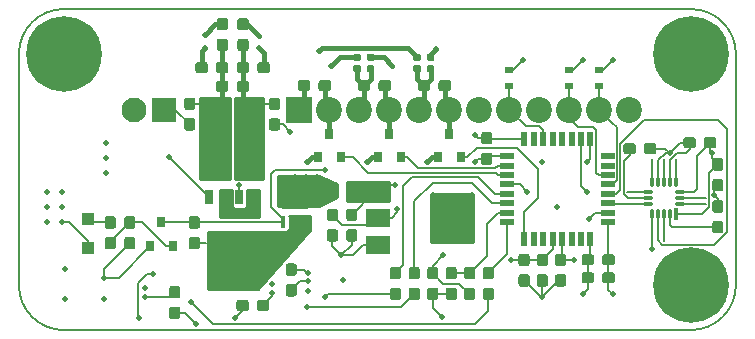
<source format=gbr>
G04 #@! TF.GenerationSoftware,KiCad,Pcbnew,5.0.2+dfsg1-1*
G04 #@! TF.CreationDate,2021-06-07T16:10:35-04:00*
G04 #@! TF.ProjectId,KyberBoard,4b796265-7242-46f6-9172-642e6b696361,rev?*
G04 #@! TF.SameCoordinates,Original*
G04 #@! TF.FileFunction,Copper,L4,Bot*
G04 #@! TF.FilePolarity,Positive*
%FSLAX46Y46*%
G04 Gerber Fmt 4.6, Leading zero omitted, Abs format (unit mm)*
G04 Created by KiCad (PCBNEW 5.0.2+dfsg1-1) date Mon 07 Jun 2021 04:10:35 PM EDT*
%MOMM*%
%LPD*%
G01*
G04 APERTURE LIST*
G04 #@! TA.AperFunction,NonConductor*
%ADD10C,0.150000*%
G04 #@! TD*
G04 #@! TA.AperFunction,SMDPad,CuDef*
%ADD11R,0.305000X1.001000*%
G04 #@! TD*
G04 #@! TA.AperFunction,SMDPad,CuDef*
%ADD12O,0.305000X1.001000*%
G04 #@! TD*
G04 #@! TA.AperFunction,SMDPad,CuDef*
%ADD13O,1.001000X0.305000*%
G04 #@! TD*
G04 #@! TA.AperFunction,Conductor*
%ADD14C,0.150000*%
G04 #@! TD*
G04 #@! TA.AperFunction,SMDPad,CuDef*
%ADD15C,0.950000*%
G04 #@! TD*
G04 #@! TA.AperFunction,SMDPad,CuDef*
%ADD16C,1.000000*%
G04 #@! TD*
G04 #@! TA.AperFunction,SMDPad,CuDef*
%ADD17R,0.650000X1.250000*%
G04 #@! TD*
G04 #@! TA.AperFunction,SMDPad,CuDef*
%ADD18R,2.000000X3.800000*%
G04 #@! TD*
G04 #@! TA.AperFunction,SMDPad,CuDef*
%ADD19R,2.000000X1.500000*%
G04 #@! TD*
G04 #@! TA.AperFunction,SMDPad,CuDef*
%ADD20C,0.975000*%
G04 #@! TD*
G04 #@! TA.AperFunction,SMDPad,CuDef*
%ADD21R,0.800000X0.900000*%
G04 #@! TD*
G04 #@! TA.AperFunction,ViaPad*
%ADD22C,0.600000*%
G04 #@! TD*
G04 #@! TA.AperFunction,Conductor*
%ADD23R,4.300000X4.300000*%
G04 #@! TD*
G04 #@! TA.AperFunction,SMDPad,CuDef*
%ADD24R,1.000000X1.000000*%
G04 #@! TD*
G04 #@! TA.AperFunction,SMDPad,CuDef*
%ADD25C,1.725000*%
G04 #@! TD*
G04 #@! TA.AperFunction,SMDPad,CuDef*
%ADD26R,0.405000X0.990000*%
G04 #@! TD*
G04 #@! TA.AperFunction,SMDPad,CuDef*
%ADD27C,0.590000*%
G04 #@! TD*
G04 #@! TA.AperFunction,ComponentPad*
%ADD28R,2.200000X2.200000*%
G04 #@! TD*
G04 #@! TA.AperFunction,ComponentPad*
%ADD29C,2.200000*%
G04 #@! TD*
G04 #@! TA.AperFunction,ComponentPad*
%ADD30C,0.800000*%
G04 #@! TD*
G04 #@! TA.AperFunction,ComponentPad*
%ADD31C,6.400000*%
G04 #@! TD*
G04 #@! TA.AperFunction,ComponentPad*
%ADD32R,2.100000X2.100000*%
G04 #@! TD*
G04 #@! TA.AperFunction,ComponentPad*
%ADD33C,2.100000*%
G04 #@! TD*
G04 #@! TA.AperFunction,SMDPad,CuDef*
%ADD34R,0.600000X1.200000*%
G04 #@! TD*
G04 #@! TA.AperFunction,SMDPad,CuDef*
%ADD35R,1.200000X0.600000*%
G04 #@! TD*
G04 #@! TA.AperFunction,SMDPad,CuDef*
%ADD36R,0.700000X0.600000*%
G04 #@! TD*
G04 #@! TA.AperFunction,ViaPad*
%ADD37C,0.508000*%
G04 #@! TD*
G04 #@! TA.AperFunction,Conductor*
%ADD38C,0.152400*%
G04 #@! TD*
G04 #@! TA.AperFunction,Conductor*
%ADD39C,0.203200*%
G04 #@! TD*
G04 #@! TA.AperFunction,Conductor*
%ADD40C,0.381000*%
G04 #@! TD*
G04 #@! TA.AperFunction,Conductor*
%ADD41C,0.177800*%
G04 #@! TD*
G04 #@! TA.AperFunction,Conductor*
%ADD42C,0.254000*%
G04 #@! TD*
G04 #@! TA.AperFunction,Conductor*
%ADD43C,0.200000*%
G04 #@! TD*
G04 APERTURE END LIST*
D10*
X116332000Y-67056000D02*
G75*
G02X120142000Y-63246000I3810000J0D01*
G01*
X120142000Y-90424000D02*
G75*
G02X116332000Y-86614000I0J3810000D01*
G01*
X116332000Y-86614000D02*
X116332000Y-67056000D01*
X173228000Y-90424000D02*
X120142000Y-90424000D01*
X173228000Y-63246000D02*
X120142000Y-63246000D01*
X177038000Y-86614000D02*
X177038000Y-67056000D01*
X177038000Y-86614000D02*
G75*
G02X173228000Y-90424000I-3810000J0D01*
G01*
X173228000Y-63246000D02*
G75*
G02X177038000Y-67056000I0J-3810000D01*
G01*
D11*
G04 #@! TO.P,U4,1*
G04 #@! TO.N,+3V3*
X171958000Y-80621000D03*
D12*
G04 #@! TO.P,U4,2*
G04 #@! TO.N,Net-(C17-Pad2)*
X171458000Y-80621000D03*
G04 #@! TO.P,U4,3*
G04 #@! TO.N,N/C*
X170958000Y-80621000D03*
G04 #@! TO.P,U4,4*
G04 #@! TO.N,/acc/SCL*
X170458000Y-80621000D03*
G04 #@! TO.P,U4,5*
G04 #@! TO.N,GND*
X169958000Y-80621000D03*
D13*
G04 #@! TO.P,U4,6*
G04 #@! TO.N,/acc/SDA*
X169589000Y-79743000D03*
G04 #@! TO.P,U4,7*
G04 #@! TO.N,Net-(R20-Pad1)*
X169589000Y-79243000D03*
G04 #@! TO.P,U4,8*
G04 #@! TO.N,N/C*
X169589000Y-78743000D03*
D12*
G04 #@! TO.P,U4,9*
G04 #@! TO.N,Net-(U4-Pad9)*
X169958000Y-77874000D03*
G04 #@! TO.P,U4,10*
G04 #@! TO.N,GND*
X170458000Y-77874000D03*
G04 #@! TO.P,U4,11*
G04 #@! TO.N,Net-(U4-Pad11)*
X170958000Y-77874000D03*
G04 #@! TO.P,U4,12*
G04 #@! TO.N,GND*
X171458000Y-77874000D03*
G04 #@! TO.P,U4,13*
G04 #@! TO.N,N/C*
X171958000Y-77874000D03*
D13*
G04 #@! TO.P,U4,14*
G04 #@! TO.N,+3V3*
X172327000Y-78743000D03*
G04 #@! TO.P,U4,15*
G04 #@! TO.N,N/C*
X172327000Y-79243000D03*
G04 #@! TO.P,U4,16*
X172327000Y-79743000D03*
G04 #@! TD*
D14*
G04 #@! TO.N,+3V3*
G04 #@! TO.C,C15*
G36*
X175774779Y-75880644D02*
X175797834Y-75884063D01*
X175820443Y-75889727D01*
X175842387Y-75897579D01*
X175863457Y-75907544D01*
X175883448Y-75919526D01*
X175902168Y-75933410D01*
X175919438Y-75949062D01*
X175935090Y-75966332D01*
X175948974Y-75985052D01*
X175960956Y-76005043D01*
X175970921Y-76026113D01*
X175978773Y-76048057D01*
X175984437Y-76070666D01*
X175987856Y-76093721D01*
X175989000Y-76117000D01*
X175989000Y-76692000D01*
X175987856Y-76715279D01*
X175984437Y-76738334D01*
X175978773Y-76760943D01*
X175970921Y-76782887D01*
X175960956Y-76803957D01*
X175948974Y-76823948D01*
X175935090Y-76842668D01*
X175919438Y-76859938D01*
X175902168Y-76875590D01*
X175883448Y-76889474D01*
X175863457Y-76901456D01*
X175842387Y-76911421D01*
X175820443Y-76919273D01*
X175797834Y-76924937D01*
X175774779Y-76928356D01*
X175751500Y-76929500D01*
X175276500Y-76929500D01*
X175253221Y-76928356D01*
X175230166Y-76924937D01*
X175207557Y-76919273D01*
X175185613Y-76911421D01*
X175164543Y-76901456D01*
X175144552Y-76889474D01*
X175125832Y-76875590D01*
X175108562Y-76859938D01*
X175092910Y-76842668D01*
X175079026Y-76823948D01*
X175067044Y-76803957D01*
X175057079Y-76782887D01*
X175049227Y-76760943D01*
X175043563Y-76738334D01*
X175040144Y-76715279D01*
X175039000Y-76692000D01*
X175039000Y-76117000D01*
X175040144Y-76093721D01*
X175043563Y-76070666D01*
X175049227Y-76048057D01*
X175057079Y-76026113D01*
X175067044Y-76005043D01*
X175079026Y-75985052D01*
X175092910Y-75966332D01*
X175108562Y-75949062D01*
X175125832Y-75933410D01*
X175144552Y-75919526D01*
X175164543Y-75907544D01*
X175185613Y-75897579D01*
X175207557Y-75889727D01*
X175230166Y-75884063D01*
X175253221Y-75880644D01*
X175276500Y-75879500D01*
X175751500Y-75879500D01*
X175774779Y-75880644D01*
X175774779Y-75880644D01*
G37*
D15*
G04 #@! TD*
G04 #@! TO.P,C15,2*
G04 #@! TO.N,+3V3*
X175514000Y-76404500D03*
D14*
G04 #@! TO.N,GND*
G04 #@! TO.C,C15*
G36*
X175774779Y-77630644D02*
X175797834Y-77634063D01*
X175820443Y-77639727D01*
X175842387Y-77647579D01*
X175863457Y-77657544D01*
X175883448Y-77669526D01*
X175902168Y-77683410D01*
X175919438Y-77699062D01*
X175935090Y-77716332D01*
X175948974Y-77735052D01*
X175960956Y-77755043D01*
X175970921Y-77776113D01*
X175978773Y-77798057D01*
X175984437Y-77820666D01*
X175987856Y-77843721D01*
X175989000Y-77867000D01*
X175989000Y-78442000D01*
X175987856Y-78465279D01*
X175984437Y-78488334D01*
X175978773Y-78510943D01*
X175970921Y-78532887D01*
X175960956Y-78553957D01*
X175948974Y-78573948D01*
X175935090Y-78592668D01*
X175919438Y-78609938D01*
X175902168Y-78625590D01*
X175883448Y-78639474D01*
X175863457Y-78651456D01*
X175842387Y-78661421D01*
X175820443Y-78669273D01*
X175797834Y-78674937D01*
X175774779Y-78678356D01*
X175751500Y-78679500D01*
X175276500Y-78679500D01*
X175253221Y-78678356D01*
X175230166Y-78674937D01*
X175207557Y-78669273D01*
X175185613Y-78661421D01*
X175164543Y-78651456D01*
X175144552Y-78639474D01*
X175125832Y-78625590D01*
X175108562Y-78609938D01*
X175092910Y-78592668D01*
X175079026Y-78573948D01*
X175067044Y-78553957D01*
X175057079Y-78532887D01*
X175049227Y-78510943D01*
X175043563Y-78488334D01*
X175040144Y-78465279D01*
X175039000Y-78442000D01*
X175039000Y-77867000D01*
X175040144Y-77843721D01*
X175043563Y-77820666D01*
X175049227Y-77798057D01*
X175057079Y-77776113D01*
X175067044Y-77755043D01*
X175079026Y-77735052D01*
X175092910Y-77716332D01*
X175108562Y-77699062D01*
X175125832Y-77683410D01*
X175144552Y-77669526D01*
X175164543Y-77657544D01*
X175185613Y-77647579D01*
X175207557Y-77639727D01*
X175230166Y-77634063D01*
X175253221Y-77630644D01*
X175276500Y-77629500D01*
X175751500Y-77629500D01*
X175774779Y-77630644D01*
X175774779Y-77630644D01*
G37*
D15*
G04 #@! TD*
G04 #@! TO.P,C15,1*
G04 #@! TO.N,GND*
X175514000Y-78154500D03*
D16*
G04 #@! TO.P,Q4,7/8*
G04 #@! TO.N,/MOT-*
X135616000Y-75635000D03*
D14*
G04 #@! TD*
G04 #@! TO.N,/MOT-*
G04 #@! TO.C,Q4*
G36*
X135291000Y-73175000D02*
X135291000Y-73775000D01*
X135941000Y-73775000D01*
X135941000Y-73175000D01*
X136666000Y-73175000D01*
X136666000Y-74235000D01*
X137066000Y-74235000D01*
X137066000Y-75035000D01*
X136666000Y-75035000D01*
X136666000Y-76685000D01*
X137066000Y-76685000D01*
X137066000Y-77485000D01*
X136666000Y-77485000D01*
X136666000Y-77675000D01*
X134566000Y-77675000D01*
X134566000Y-73175000D01*
X135291000Y-73175000D01*
X135291000Y-73175000D01*
G37*
D17*
G04 #@! TO.P,Q4,1*
G04 #@! TO.N,GND*
X136271000Y-79200000D03*
G04 #@! TO.P,Q4,2*
G04 #@! TO.N,Net-(Q4-Pad2)*
X135001000Y-79200000D03*
G04 #@! TO.P,Q4,3*
G04 #@! TO.N,GND*
X133731000Y-79200000D03*
G04 #@! TO.P,Q4,4*
G04 #@! TO.N,Net-(Q4-Pad4)*
X132461000Y-79200000D03*
D16*
G04 #@! TO.P,Q4,5/6*
G04 #@! TO.N,/MOT+*
X133116000Y-75635000D03*
D14*
G04 #@! TD*
G04 #@! TO.N,/MOT+*
G04 #@! TO.C,Q4*
G36*
X132066000Y-76685000D02*
X132066000Y-75035000D01*
X131666000Y-75035000D01*
X131666000Y-74235000D01*
X132066000Y-74235000D01*
X132066000Y-73175000D01*
X132791000Y-73175000D01*
X132791000Y-73775000D01*
X133441000Y-73775000D01*
X133441000Y-73175000D01*
X134166000Y-73175000D01*
X134166000Y-77675000D01*
X132066000Y-77675000D01*
X132066000Y-77485000D01*
X131666000Y-77485000D01*
X131666000Y-76685000D01*
X132066000Y-76685000D01*
X132066000Y-76685000D01*
G37*
D18*
G04 #@! TO.P,U3,2*
G04 #@! TO.N,+3V3*
X153010000Y-80899000D03*
D19*
X146710000Y-80899000D03*
G04 #@! TO.P,U3,3*
G04 #@! TO.N,+12C*
X146710000Y-78599000D03*
G04 #@! TO.P,U3,1*
G04 #@! TO.N,GND*
X146710000Y-83199000D03*
G04 #@! TD*
D14*
G04 #@! TO.N,Net-(Q2-Pad4)*
G04 #@! TO.C,R8*
G36*
X131451779Y-80794144D02*
X131474834Y-80797563D01*
X131497443Y-80803227D01*
X131519387Y-80811079D01*
X131540457Y-80821044D01*
X131560448Y-80833026D01*
X131579168Y-80846910D01*
X131596438Y-80862562D01*
X131612090Y-80879832D01*
X131625974Y-80898552D01*
X131637956Y-80918543D01*
X131647921Y-80939613D01*
X131655773Y-80961557D01*
X131661437Y-80984166D01*
X131664856Y-81007221D01*
X131666000Y-81030500D01*
X131666000Y-81605500D01*
X131664856Y-81628779D01*
X131661437Y-81651834D01*
X131655773Y-81674443D01*
X131647921Y-81696387D01*
X131637956Y-81717457D01*
X131625974Y-81737448D01*
X131612090Y-81756168D01*
X131596438Y-81773438D01*
X131579168Y-81789090D01*
X131560448Y-81802974D01*
X131540457Y-81814956D01*
X131519387Y-81824921D01*
X131497443Y-81832773D01*
X131474834Y-81838437D01*
X131451779Y-81841856D01*
X131428500Y-81843000D01*
X130953500Y-81843000D01*
X130930221Y-81841856D01*
X130907166Y-81838437D01*
X130884557Y-81832773D01*
X130862613Y-81824921D01*
X130841543Y-81814956D01*
X130821552Y-81802974D01*
X130802832Y-81789090D01*
X130785562Y-81773438D01*
X130769910Y-81756168D01*
X130756026Y-81737448D01*
X130744044Y-81717457D01*
X130734079Y-81696387D01*
X130726227Y-81674443D01*
X130720563Y-81651834D01*
X130717144Y-81628779D01*
X130716000Y-81605500D01*
X130716000Y-81030500D01*
X130717144Y-81007221D01*
X130720563Y-80984166D01*
X130726227Y-80961557D01*
X130734079Y-80939613D01*
X130744044Y-80918543D01*
X130756026Y-80898552D01*
X130769910Y-80879832D01*
X130785562Y-80862562D01*
X130802832Y-80846910D01*
X130821552Y-80833026D01*
X130841543Y-80821044D01*
X130862613Y-80811079D01*
X130884557Y-80803227D01*
X130907166Y-80797563D01*
X130930221Y-80794144D01*
X130953500Y-80793000D01*
X131428500Y-80793000D01*
X131451779Y-80794144D01*
X131451779Y-80794144D01*
G37*
D15*
G04 #@! TD*
G04 #@! TO.P,R8,2*
G04 #@! TO.N,Net-(Q2-Pad4)*
X131191000Y-81318000D03*
D14*
G04 #@! TO.N,/hbridge/VCC*
G04 #@! TO.C,R8*
G36*
X131451779Y-82544144D02*
X131474834Y-82547563D01*
X131497443Y-82553227D01*
X131519387Y-82561079D01*
X131540457Y-82571044D01*
X131560448Y-82583026D01*
X131579168Y-82596910D01*
X131596438Y-82612562D01*
X131612090Y-82629832D01*
X131625974Y-82648552D01*
X131637956Y-82668543D01*
X131647921Y-82689613D01*
X131655773Y-82711557D01*
X131661437Y-82734166D01*
X131664856Y-82757221D01*
X131666000Y-82780500D01*
X131666000Y-83355500D01*
X131664856Y-83378779D01*
X131661437Y-83401834D01*
X131655773Y-83424443D01*
X131647921Y-83446387D01*
X131637956Y-83467457D01*
X131625974Y-83487448D01*
X131612090Y-83506168D01*
X131596438Y-83523438D01*
X131579168Y-83539090D01*
X131560448Y-83552974D01*
X131540457Y-83564956D01*
X131519387Y-83574921D01*
X131497443Y-83582773D01*
X131474834Y-83588437D01*
X131451779Y-83591856D01*
X131428500Y-83593000D01*
X130953500Y-83593000D01*
X130930221Y-83591856D01*
X130907166Y-83588437D01*
X130884557Y-83582773D01*
X130862613Y-83574921D01*
X130841543Y-83564956D01*
X130821552Y-83552974D01*
X130802832Y-83539090D01*
X130785562Y-83523438D01*
X130769910Y-83506168D01*
X130756026Y-83487448D01*
X130744044Y-83467457D01*
X130734079Y-83446387D01*
X130726227Y-83424443D01*
X130720563Y-83401834D01*
X130717144Y-83378779D01*
X130716000Y-83355500D01*
X130716000Y-82780500D01*
X130717144Y-82757221D01*
X130720563Y-82734166D01*
X130726227Y-82711557D01*
X130734079Y-82689613D01*
X130744044Y-82668543D01*
X130756026Y-82648552D01*
X130769910Y-82629832D01*
X130785562Y-82612562D01*
X130802832Y-82596910D01*
X130821552Y-82583026D01*
X130841543Y-82571044D01*
X130862613Y-82561079D01*
X130884557Y-82553227D01*
X130907166Y-82547563D01*
X130930221Y-82544144D01*
X130953500Y-82543000D01*
X131428500Y-82543000D01*
X131451779Y-82544144D01*
X131451779Y-82544144D01*
G37*
D15*
G04 #@! TD*
G04 #@! TO.P,R8,1*
G04 #@! TO.N,/hbridge/VCC*
X131191000Y-83068000D03*
D14*
G04 #@! TO.N,GND*
G04 #@! TO.C,C1*
G36*
X154756279Y-86838144D02*
X154779334Y-86841563D01*
X154801943Y-86847227D01*
X154823887Y-86855079D01*
X154844957Y-86865044D01*
X154864948Y-86877026D01*
X154883668Y-86890910D01*
X154900938Y-86906562D01*
X154916590Y-86923832D01*
X154930474Y-86942552D01*
X154942456Y-86962543D01*
X154952421Y-86983613D01*
X154960273Y-87005557D01*
X154965937Y-87028166D01*
X154969356Y-87051221D01*
X154970500Y-87074500D01*
X154970500Y-87649500D01*
X154969356Y-87672779D01*
X154965937Y-87695834D01*
X154960273Y-87718443D01*
X154952421Y-87740387D01*
X154942456Y-87761457D01*
X154930474Y-87781448D01*
X154916590Y-87800168D01*
X154900938Y-87817438D01*
X154883668Y-87833090D01*
X154864948Y-87846974D01*
X154844957Y-87858956D01*
X154823887Y-87868921D01*
X154801943Y-87876773D01*
X154779334Y-87882437D01*
X154756279Y-87885856D01*
X154733000Y-87887000D01*
X154258000Y-87887000D01*
X154234721Y-87885856D01*
X154211666Y-87882437D01*
X154189057Y-87876773D01*
X154167113Y-87868921D01*
X154146043Y-87858956D01*
X154126052Y-87846974D01*
X154107332Y-87833090D01*
X154090062Y-87817438D01*
X154074410Y-87800168D01*
X154060526Y-87781448D01*
X154048544Y-87761457D01*
X154038579Y-87740387D01*
X154030727Y-87718443D01*
X154025063Y-87695834D01*
X154021644Y-87672779D01*
X154020500Y-87649500D01*
X154020500Y-87074500D01*
X154021644Y-87051221D01*
X154025063Y-87028166D01*
X154030727Y-87005557D01*
X154038579Y-86983613D01*
X154048544Y-86962543D01*
X154060526Y-86942552D01*
X154074410Y-86923832D01*
X154090062Y-86906562D01*
X154107332Y-86890910D01*
X154126052Y-86877026D01*
X154146043Y-86865044D01*
X154167113Y-86855079D01*
X154189057Y-86847227D01*
X154211666Y-86841563D01*
X154234721Y-86838144D01*
X154258000Y-86837000D01*
X154733000Y-86837000D01*
X154756279Y-86838144D01*
X154756279Y-86838144D01*
G37*
D15*
G04 #@! TD*
G04 #@! TO.P,C1,2*
G04 #@! TO.N,GND*
X154495500Y-87362000D03*
D14*
G04 #@! TO.N,/micro/ADC_imtr*
G04 #@! TO.C,C1*
G36*
X154756279Y-85088144D02*
X154779334Y-85091563D01*
X154801943Y-85097227D01*
X154823887Y-85105079D01*
X154844957Y-85115044D01*
X154864948Y-85127026D01*
X154883668Y-85140910D01*
X154900938Y-85156562D01*
X154916590Y-85173832D01*
X154930474Y-85192552D01*
X154942456Y-85212543D01*
X154952421Y-85233613D01*
X154960273Y-85255557D01*
X154965937Y-85278166D01*
X154969356Y-85301221D01*
X154970500Y-85324500D01*
X154970500Y-85899500D01*
X154969356Y-85922779D01*
X154965937Y-85945834D01*
X154960273Y-85968443D01*
X154952421Y-85990387D01*
X154942456Y-86011457D01*
X154930474Y-86031448D01*
X154916590Y-86050168D01*
X154900938Y-86067438D01*
X154883668Y-86083090D01*
X154864948Y-86096974D01*
X154844957Y-86108956D01*
X154823887Y-86118921D01*
X154801943Y-86126773D01*
X154779334Y-86132437D01*
X154756279Y-86135856D01*
X154733000Y-86137000D01*
X154258000Y-86137000D01*
X154234721Y-86135856D01*
X154211666Y-86132437D01*
X154189057Y-86126773D01*
X154167113Y-86118921D01*
X154146043Y-86108956D01*
X154126052Y-86096974D01*
X154107332Y-86083090D01*
X154090062Y-86067438D01*
X154074410Y-86050168D01*
X154060526Y-86031448D01*
X154048544Y-86011457D01*
X154038579Y-85990387D01*
X154030727Y-85968443D01*
X154025063Y-85945834D01*
X154021644Y-85922779D01*
X154020500Y-85899500D01*
X154020500Y-85324500D01*
X154021644Y-85301221D01*
X154025063Y-85278166D01*
X154030727Y-85255557D01*
X154038579Y-85233613D01*
X154048544Y-85212543D01*
X154060526Y-85192552D01*
X154074410Y-85173832D01*
X154090062Y-85156562D01*
X154107332Y-85140910D01*
X154126052Y-85127026D01*
X154146043Y-85115044D01*
X154167113Y-85105079D01*
X154189057Y-85097227D01*
X154211666Y-85091563D01*
X154234721Y-85088144D01*
X154258000Y-85087000D01*
X154733000Y-85087000D01*
X154756279Y-85088144D01*
X154756279Y-85088144D01*
G37*
D15*
G04 #@! TD*
G04 #@! TO.P,C1,1*
G04 #@! TO.N,/micro/ADC_imtr*
X154495500Y-85612000D03*
D14*
G04 #@! TO.N,/micro/NRST*
G04 #@! TO.C,C2*
G36*
X162462930Y-83945144D02*
X162485985Y-83948563D01*
X162508594Y-83954227D01*
X162530538Y-83962079D01*
X162551608Y-83972044D01*
X162571599Y-83984026D01*
X162590319Y-83997910D01*
X162607589Y-84013562D01*
X162623241Y-84030832D01*
X162637125Y-84049552D01*
X162649107Y-84069543D01*
X162659072Y-84090613D01*
X162666924Y-84112557D01*
X162672588Y-84135166D01*
X162676007Y-84158221D01*
X162677151Y-84181500D01*
X162677151Y-84756500D01*
X162676007Y-84779779D01*
X162672588Y-84802834D01*
X162666924Y-84825443D01*
X162659072Y-84847387D01*
X162649107Y-84868457D01*
X162637125Y-84888448D01*
X162623241Y-84907168D01*
X162607589Y-84924438D01*
X162590319Y-84940090D01*
X162571599Y-84953974D01*
X162551608Y-84965956D01*
X162530538Y-84975921D01*
X162508594Y-84983773D01*
X162485985Y-84989437D01*
X162462930Y-84992856D01*
X162439651Y-84994000D01*
X161964651Y-84994000D01*
X161941372Y-84992856D01*
X161918317Y-84989437D01*
X161895708Y-84983773D01*
X161873764Y-84975921D01*
X161852694Y-84965956D01*
X161832703Y-84953974D01*
X161813983Y-84940090D01*
X161796713Y-84924438D01*
X161781061Y-84907168D01*
X161767177Y-84888448D01*
X161755195Y-84868457D01*
X161745230Y-84847387D01*
X161737378Y-84825443D01*
X161731714Y-84802834D01*
X161728295Y-84779779D01*
X161727151Y-84756500D01*
X161727151Y-84181500D01*
X161728295Y-84158221D01*
X161731714Y-84135166D01*
X161737378Y-84112557D01*
X161745230Y-84090613D01*
X161755195Y-84069543D01*
X161767177Y-84049552D01*
X161781061Y-84030832D01*
X161796713Y-84013562D01*
X161813983Y-83997910D01*
X161832703Y-83984026D01*
X161852694Y-83972044D01*
X161873764Y-83962079D01*
X161895708Y-83954227D01*
X161918317Y-83948563D01*
X161941372Y-83945144D01*
X161964651Y-83944000D01*
X162439651Y-83944000D01*
X162462930Y-83945144D01*
X162462930Y-83945144D01*
G37*
D15*
G04 #@! TD*
G04 #@! TO.P,C2,1*
G04 #@! TO.N,/micro/NRST*
X162202151Y-84469000D03*
D14*
G04 #@! TO.N,GND*
G04 #@! TO.C,C2*
G36*
X162462930Y-85695144D02*
X162485985Y-85698563D01*
X162508594Y-85704227D01*
X162530538Y-85712079D01*
X162551608Y-85722044D01*
X162571599Y-85734026D01*
X162590319Y-85747910D01*
X162607589Y-85763562D01*
X162623241Y-85780832D01*
X162637125Y-85799552D01*
X162649107Y-85819543D01*
X162659072Y-85840613D01*
X162666924Y-85862557D01*
X162672588Y-85885166D01*
X162676007Y-85908221D01*
X162677151Y-85931500D01*
X162677151Y-86506500D01*
X162676007Y-86529779D01*
X162672588Y-86552834D01*
X162666924Y-86575443D01*
X162659072Y-86597387D01*
X162649107Y-86618457D01*
X162637125Y-86638448D01*
X162623241Y-86657168D01*
X162607589Y-86674438D01*
X162590319Y-86690090D01*
X162571599Y-86703974D01*
X162551608Y-86715956D01*
X162530538Y-86725921D01*
X162508594Y-86733773D01*
X162485985Y-86739437D01*
X162462930Y-86742856D01*
X162439651Y-86744000D01*
X161964651Y-86744000D01*
X161941372Y-86742856D01*
X161918317Y-86739437D01*
X161895708Y-86733773D01*
X161873764Y-86725921D01*
X161852694Y-86715956D01*
X161832703Y-86703974D01*
X161813983Y-86690090D01*
X161796713Y-86674438D01*
X161781061Y-86657168D01*
X161767177Y-86638448D01*
X161755195Y-86618457D01*
X161745230Y-86597387D01*
X161737378Y-86575443D01*
X161731714Y-86552834D01*
X161728295Y-86529779D01*
X161727151Y-86506500D01*
X161727151Y-85931500D01*
X161728295Y-85908221D01*
X161731714Y-85885166D01*
X161737378Y-85862557D01*
X161745230Y-85840613D01*
X161755195Y-85819543D01*
X161767177Y-85799552D01*
X161781061Y-85780832D01*
X161796713Y-85763562D01*
X161813983Y-85747910D01*
X161832703Y-85734026D01*
X161852694Y-85722044D01*
X161873764Y-85712079D01*
X161895708Y-85704227D01*
X161918317Y-85698563D01*
X161941372Y-85695144D01*
X161964651Y-85694000D01*
X162439651Y-85694000D01*
X162462930Y-85695144D01*
X162462930Y-85695144D01*
G37*
D15*
G04 #@! TD*
G04 #@! TO.P,C2,2*
G04 #@! TO.N,GND*
X162202151Y-86219000D03*
D14*
G04 #@! TO.N,GND*
G04 #@! TO.C,C3*
G36*
X166561328Y-84006544D02*
X166584383Y-84009963D01*
X166606992Y-84015627D01*
X166628936Y-84023479D01*
X166650006Y-84033444D01*
X166669997Y-84045426D01*
X166688717Y-84059310D01*
X166705987Y-84074962D01*
X166721639Y-84092232D01*
X166735523Y-84110952D01*
X166747505Y-84130943D01*
X166757470Y-84152013D01*
X166765322Y-84173957D01*
X166770986Y-84196566D01*
X166774405Y-84219621D01*
X166775549Y-84242900D01*
X166775549Y-84717900D01*
X166774405Y-84741179D01*
X166770986Y-84764234D01*
X166765322Y-84786843D01*
X166757470Y-84808787D01*
X166747505Y-84829857D01*
X166735523Y-84849848D01*
X166721639Y-84868568D01*
X166705987Y-84885838D01*
X166688717Y-84901490D01*
X166669997Y-84915374D01*
X166650006Y-84927356D01*
X166628936Y-84937321D01*
X166606992Y-84945173D01*
X166584383Y-84950837D01*
X166561328Y-84954256D01*
X166538049Y-84955400D01*
X165963049Y-84955400D01*
X165939770Y-84954256D01*
X165916715Y-84950837D01*
X165894106Y-84945173D01*
X165872162Y-84937321D01*
X165851092Y-84927356D01*
X165831101Y-84915374D01*
X165812381Y-84901490D01*
X165795111Y-84885838D01*
X165779459Y-84868568D01*
X165765575Y-84849848D01*
X165753593Y-84829857D01*
X165743628Y-84808787D01*
X165735776Y-84786843D01*
X165730112Y-84764234D01*
X165726693Y-84741179D01*
X165725549Y-84717900D01*
X165725549Y-84242900D01*
X165726693Y-84219621D01*
X165730112Y-84196566D01*
X165735776Y-84173957D01*
X165743628Y-84152013D01*
X165753593Y-84130943D01*
X165765575Y-84110952D01*
X165779459Y-84092232D01*
X165795111Y-84074962D01*
X165812381Y-84059310D01*
X165831101Y-84045426D01*
X165851092Y-84033444D01*
X165872162Y-84023479D01*
X165894106Y-84015627D01*
X165916715Y-84009963D01*
X165939770Y-84006544D01*
X165963049Y-84005400D01*
X166538049Y-84005400D01*
X166561328Y-84006544D01*
X166561328Y-84006544D01*
G37*
D15*
G04 #@! TD*
G04 #@! TO.P,C3,2*
G04 #@! TO.N,GND*
X166250549Y-84480400D03*
D14*
G04 #@! TO.N,+3V3*
G04 #@! TO.C,C3*
G36*
X164811330Y-84006544D02*
X164834385Y-84009963D01*
X164856994Y-84015627D01*
X164878938Y-84023479D01*
X164900008Y-84033444D01*
X164919999Y-84045426D01*
X164938719Y-84059310D01*
X164955989Y-84074962D01*
X164971641Y-84092232D01*
X164985525Y-84110952D01*
X164997507Y-84130943D01*
X165007472Y-84152013D01*
X165015324Y-84173957D01*
X165020988Y-84196566D01*
X165024407Y-84219621D01*
X165025551Y-84242900D01*
X165025551Y-84717900D01*
X165024407Y-84741179D01*
X165020988Y-84764234D01*
X165015324Y-84786843D01*
X165007472Y-84808787D01*
X164997507Y-84829857D01*
X164985525Y-84849848D01*
X164971641Y-84868568D01*
X164955989Y-84885838D01*
X164938719Y-84901490D01*
X164919999Y-84915374D01*
X164900008Y-84927356D01*
X164878938Y-84937321D01*
X164856994Y-84945173D01*
X164834385Y-84950837D01*
X164811330Y-84954256D01*
X164788051Y-84955400D01*
X164213051Y-84955400D01*
X164189772Y-84954256D01*
X164166717Y-84950837D01*
X164144108Y-84945173D01*
X164122164Y-84937321D01*
X164101094Y-84927356D01*
X164081103Y-84915374D01*
X164062383Y-84901490D01*
X164045113Y-84885838D01*
X164029461Y-84868568D01*
X164015577Y-84849848D01*
X164003595Y-84829857D01*
X163993630Y-84808787D01*
X163985778Y-84786843D01*
X163980114Y-84764234D01*
X163976695Y-84741179D01*
X163975551Y-84717900D01*
X163975551Y-84242900D01*
X163976695Y-84219621D01*
X163980114Y-84196566D01*
X163985778Y-84173957D01*
X163993630Y-84152013D01*
X164003595Y-84130943D01*
X164015577Y-84110952D01*
X164029461Y-84092232D01*
X164045113Y-84074962D01*
X164062383Y-84059310D01*
X164081103Y-84045426D01*
X164101094Y-84033444D01*
X164122164Y-84023479D01*
X164144108Y-84015627D01*
X164166717Y-84009963D01*
X164189772Y-84006544D01*
X164213051Y-84005400D01*
X164788051Y-84005400D01*
X164811330Y-84006544D01*
X164811330Y-84006544D01*
G37*
D15*
G04 #@! TD*
G04 #@! TO.P,C3,1*
G04 #@! TO.N,+3V3*
X164500551Y-84480400D03*
D14*
G04 #@! TO.N,+3V3*
G04 #@! TO.C,C4*
G36*
X164811330Y-85530544D02*
X164834385Y-85533963D01*
X164856994Y-85539627D01*
X164878938Y-85547479D01*
X164900008Y-85557444D01*
X164919999Y-85569426D01*
X164938719Y-85583310D01*
X164955989Y-85598962D01*
X164971641Y-85616232D01*
X164985525Y-85634952D01*
X164997507Y-85654943D01*
X165007472Y-85676013D01*
X165015324Y-85697957D01*
X165020988Y-85720566D01*
X165024407Y-85743621D01*
X165025551Y-85766900D01*
X165025551Y-86241900D01*
X165024407Y-86265179D01*
X165020988Y-86288234D01*
X165015324Y-86310843D01*
X165007472Y-86332787D01*
X164997507Y-86353857D01*
X164985525Y-86373848D01*
X164971641Y-86392568D01*
X164955989Y-86409838D01*
X164938719Y-86425490D01*
X164919999Y-86439374D01*
X164900008Y-86451356D01*
X164878938Y-86461321D01*
X164856994Y-86469173D01*
X164834385Y-86474837D01*
X164811330Y-86478256D01*
X164788051Y-86479400D01*
X164213051Y-86479400D01*
X164189772Y-86478256D01*
X164166717Y-86474837D01*
X164144108Y-86469173D01*
X164122164Y-86461321D01*
X164101094Y-86451356D01*
X164081103Y-86439374D01*
X164062383Y-86425490D01*
X164045113Y-86409838D01*
X164029461Y-86392568D01*
X164015577Y-86373848D01*
X164003595Y-86353857D01*
X163993630Y-86332787D01*
X163985778Y-86310843D01*
X163980114Y-86288234D01*
X163976695Y-86265179D01*
X163975551Y-86241900D01*
X163975551Y-85766900D01*
X163976695Y-85743621D01*
X163980114Y-85720566D01*
X163985778Y-85697957D01*
X163993630Y-85676013D01*
X164003595Y-85654943D01*
X164015577Y-85634952D01*
X164029461Y-85616232D01*
X164045113Y-85598962D01*
X164062383Y-85583310D01*
X164081103Y-85569426D01*
X164101094Y-85557444D01*
X164122164Y-85547479D01*
X164144108Y-85539627D01*
X164166717Y-85533963D01*
X164189772Y-85530544D01*
X164213051Y-85529400D01*
X164788051Y-85529400D01*
X164811330Y-85530544D01*
X164811330Y-85530544D01*
G37*
D15*
G04 #@! TD*
G04 #@! TO.P,C4,1*
G04 #@! TO.N,+3V3*
X164500551Y-86004400D03*
D14*
G04 #@! TO.N,GND*
G04 #@! TO.C,C4*
G36*
X166561328Y-85530544D02*
X166584383Y-85533963D01*
X166606992Y-85539627D01*
X166628936Y-85547479D01*
X166650006Y-85557444D01*
X166669997Y-85569426D01*
X166688717Y-85583310D01*
X166705987Y-85598962D01*
X166721639Y-85616232D01*
X166735523Y-85634952D01*
X166747505Y-85654943D01*
X166757470Y-85676013D01*
X166765322Y-85697957D01*
X166770986Y-85720566D01*
X166774405Y-85743621D01*
X166775549Y-85766900D01*
X166775549Y-86241900D01*
X166774405Y-86265179D01*
X166770986Y-86288234D01*
X166765322Y-86310843D01*
X166757470Y-86332787D01*
X166747505Y-86353857D01*
X166735523Y-86373848D01*
X166721639Y-86392568D01*
X166705987Y-86409838D01*
X166688717Y-86425490D01*
X166669997Y-86439374D01*
X166650006Y-86451356D01*
X166628936Y-86461321D01*
X166606992Y-86469173D01*
X166584383Y-86474837D01*
X166561328Y-86478256D01*
X166538049Y-86479400D01*
X165963049Y-86479400D01*
X165939770Y-86478256D01*
X165916715Y-86474837D01*
X165894106Y-86469173D01*
X165872162Y-86461321D01*
X165851092Y-86451356D01*
X165831101Y-86439374D01*
X165812381Y-86425490D01*
X165795111Y-86409838D01*
X165779459Y-86392568D01*
X165765575Y-86373848D01*
X165753593Y-86353857D01*
X165743628Y-86332787D01*
X165735776Y-86310843D01*
X165730112Y-86288234D01*
X165726693Y-86265179D01*
X165725549Y-86241900D01*
X165725549Y-85766900D01*
X165726693Y-85743621D01*
X165730112Y-85720566D01*
X165735776Y-85697957D01*
X165743628Y-85676013D01*
X165753593Y-85654943D01*
X165765575Y-85634952D01*
X165779459Y-85616232D01*
X165795111Y-85598962D01*
X165812381Y-85583310D01*
X165831101Y-85569426D01*
X165851092Y-85557444D01*
X165872162Y-85547479D01*
X165894106Y-85539627D01*
X165916715Y-85533963D01*
X165939770Y-85530544D01*
X165963049Y-85529400D01*
X166538049Y-85529400D01*
X166561328Y-85530544D01*
X166561328Y-85530544D01*
G37*
D15*
G04 #@! TD*
G04 #@! TO.P,C4,2*
G04 #@! TO.N,GND*
X166250549Y-86004400D03*
D14*
G04 #@! TO.N,GND*
G04 #@! TO.C,C5*
G36*
X156216779Y-75408143D02*
X156239834Y-75411562D01*
X156262443Y-75417226D01*
X156284387Y-75425078D01*
X156305457Y-75435043D01*
X156325448Y-75447025D01*
X156344168Y-75460909D01*
X156361438Y-75476561D01*
X156377090Y-75493831D01*
X156390974Y-75512551D01*
X156402956Y-75532542D01*
X156412921Y-75553612D01*
X156420773Y-75575556D01*
X156426437Y-75598165D01*
X156429856Y-75621220D01*
X156431000Y-75644499D01*
X156431000Y-76219499D01*
X156429856Y-76242778D01*
X156426437Y-76265833D01*
X156420773Y-76288442D01*
X156412921Y-76310386D01*
X156402956Y-76331456D01*
X156390974Y-76351447D01*
X156377090Y-76370167D01*
X156361438Y-76387437D01*
X156344168Y-76403089D01*
X156325448Y-76416973D01*
X156305457Y-76428955D01*
X156284387Y-76438920D01*
X156262443Y-76446772D01*
X156239834Y-76452436D01*
X156216779Y-76455855D01*
X156193500Y-76456999D01*
X155718500Y-76456999D01*
X155695221Y-76455855D01*
X155672166Y-76452436D01*
X155649557Y-76446772D01*
X155627613Y-76438920D01*
X155606543Y-76428955D01*
X155586552Y-76416973D01*
X155567832Y-76403089D01*
X155550562Y-76387437D01*
X155534910Y-76370167D01*
X155521026Y-76351447D01*
X155509044Y-76331456D01*
X155499079Y-76310386D01*
X155491227Y-76288442D01*
X155485563Y-76265833D01*
X155482144Y-76242778D01*
X155481000Y-76219499D01*
X155481000Y-75644499D01*
X155482144Y-75621220D01*
X155485563Y-75598165D01*
X155491227Y-75575556D01*
X155499079Y-75553612D01*
X155509044Y-75532542D01*
X155521026Y-75512551D01*
X155534910Y-75493831D01*
X155550562Y-75476561D01*
X155567832Y-75460909D01*
X155586552Y-75447025D01*
X155606543Y-75435043D01*
X155627613Y-75425078D01*
X155649557Y-75417226D01*
X155672166Y-75411562D01*
X155695221Y-75408143D01*
X155718500Y-75406999D01*
X156193500Y-75406999D01*
X156216779Y-75408143D01*
X156216779Y-75408143D01*
G37*
D15*
G04 #@! TD*
G04 #@! TO.P,C5,2*
G04 #@! TO.N,GND*
X155956000Y-75931999D03*
D14*
G04 #@! TO.N,+3V3*
G04 #@! TO.C,C5*
G36*
X156216779Y-73658145D02*
X156239834Y-73661564D01*
X156262443Y-73667228D01*
X156284387Y-73675080D01*
X156305457Y-73685045D01*
X156325448Y-73697027D01*
X156344168Y-73710911D01*
X156361438Y-73726563D01*
X156377090Y-73743833D01*
X156390974Y-73762553D01*
X156402956Y-73782544D01*
X156412921Y-73803614D01*
X156420773Y-73825558D01*
X156426437Y-73848167D01*
X156429856Y-73871222D01*
X156431000Y-73894501D01*
X156431000Y-74469501D01*
X156429856Y-74492780D01*
X156426437Y-74515835D01*
X156420773Y-74538444D01*
X156412921Y-74560388D01*
X156402956Y-74581458D01*
X156390974Y-74601449D01*
X156377090Y-74620169D01*
X156361438Y-74637439D01*
X156344168Y-74653091D01*
X156325448Y-74666975D01*
X156305457Y-74678957D01*
X156284387Y-74688922D01*
X156262443Y-74696774D01*
X156239834Y-74702438D01*
X156216779Y-74705857D01*
X156193500Y-74707001D01*
X155718500Y-74707001D01*
X155695221Y-74705857D01*
X155672166Y-74702438D01*
X155649557Y-74696774D01*
X155627613Y-74688922D01*
X155606543Y-74678957D01*
X155586552Y-74666975D01*
X155567832Y-74653091D01*
X155550562Y-74637439D01*
X155534910Y-74620169D01*
X155521026Y-74601449D01*
X155509044Y-74581458D01*
X155499079Y-74560388D01*
X155491227Y-74538444D01*
X155485563Y-74515835D01*
X155482144Y-74492780D01*
X155481000Y-74469501D01*
X155481000Y-73894501D01*
X155482144Y-73871222D01*
X155485563Y-73848167D01*
X155491227Y-73825558D01*
X155499079Y-73803614D01*
X155509044Y-73782544D01*
X155521026Y-73762553D01*
X155534910Y-73743833D01*
X155550562Y-73726563D01*
X155567832Y-73710911D01*
X155586552Y-73697027D01*
X155606543Y-73685045D01*
X155627613Y-73675080D01*
X155649557Y-73667228D01*
X155672166Y-73661564D01*
X155695221Y-73658145D01*
X155718500Y-73657001D01*
X156193500Y-73657001D01*
X156216779Y-73658145D01*
X156216779Y-73658145D01*
G37*
D15*
G04 #@! TD*
G04 #@! TO.P,C5,1*
G04 #@! TO.N,+3V3*
X155956000Y-74182001D03*
D14*
G04 #@! TO.N,Net-(C8-Pad1)*
G04 #@! TO.C,C8*
G36*
X139643488Y-86536144D02*
X139666543Y-86539563D01*
X139689152Y-86545227D01*
X139711096Y-86553079D01*
X139732166Y-86563044D01*
X139752157Y-86575026D01*
X139770877Y-86588910D01*
X139788147Y-86604562D01*
X139803799Y-86621832D01*
X139817683Y-86640552D01*
X139829665Y-86660543D01*
X139839630Y-86681613D01*
X139847482Y-86703557D01*
X139853146Y-86726166D01*
X139856565Y-86749221D01*
X139857709Y-86772500D01*
X139857709Y-87347500D01*
X139856565Y-87370779D01*
X139853146Y-87393834D01*
X139847482Y-87416443D01*
X139839630Y-87438387D01*
X139829665Y-87459457D01*
X139817683Y-87479448D01*
X139803799Y-87498168D01*
X139788147Y-87515438D01*
X139770877Y-87531090D01*
X139752157Y-87544974D01*
X139732166Y-87556956D01*
X139711096Y-87566921D01*
X139689152Y-87574773D01*
X139666543Y-87580437D01*
X139643488Y-87583856D01*
X139620209Y-87585000D01*
X139145209Y-87585000D01*
X139121930Y-87583856D01*
X139098875Y-87580437D01*
X139076266Y-87574773D01*
X139054322Y-87566921D01*
X139033252Y-87556956D01*
X139013261Y-87544974D01*
X138994541Y-87531090D01*
X138977271Y-87515438D01*
X138961619Y-87498168D01*
X138947735Y-87479448D01*
X138935753Y-87459457D01*
X138925788Y-87438387D01*
X138917936Y-87416443D01*
X138912272Y-87393834D01*
X138908853Y-87370779D01*
X138907709Y-87347500D01*
X138907709Y-86772500D01*
X138908853Y-86749221D01*
X138912272Y-86726166D01*
X138917936Y-86703557D01*
X138925788Y-86681613D01*
X138935753Y-86660543D01*
X138947735Y-86640552D01*
X138961619Y-86621832D01*
X138977271Y-86604562D01*
X138994541Y-86588910D01*
X139013261Y-86575026D01*
X139033252Y-86563044D01*
X139054322Y-86553079D01*
X139076266Y-86545227D01*
X139098875Y-86539563D01*
X139121930Y-86536144D01*
X139145209Y-86535000D01*
X139620209Y-86535000D01*
X139643488Y-86536144D01*
X139643488Y-86536144D01*
G37*
D15*
G04 #@! TD*
G04 #@! TO.P,C8,1*
G04 #@! TO.N,Net-(C8-Pad1)*
X139382709Y-87060000D03*
D14*
G04 #@! TO.N,GND*
G04 #@! TO.C,C8*
G36*
X139643488Y-84786144D02*
X139666543Y-84789563D01*
X139689152Y-84795227D01*
X139711096Y-84803079D01*
X139732166Y-84813044D01*
X139752157Y-84825026D01*
X139770877Y-84838910D01*
X139788147Y-84854562D01*
X139803799Y-84871832D01*
X139817683Y-84890552D01*
X139829665Y-84910543D01*
X139839630Y-84931613D01*
X139847482Y-84953557D01*
X139853146Y-84976166D01*
X139856565Y-84999221D01*
X139857709Y-85022500D01*
X139857709Y-85597500D01*
X139856565Y-85620779D01*
X139853146Y-85643834D01*
X139847482Y-85666443D01*
X139839630Y-85688387D01*
X139829665Y-85709457D01*
X139817683Y-85729448D01*
X139803799Y-85748168D01*
X139788147Y-85765438D01*
X139770877Y-85781090D01*
X139752157Y-85794974D01*
X139732166Y-85806956D01*
X139711096Y-85816921D01*
X139689152Y-85824773D01*
X139666543Y-85830437D01*
X139643488Y-85833856D01*
X139620209Y-85835000D01*
X139145209Y-85835000D01*
X139121930Y-85833856D01*
X139098875Y-85830437D01*
X139076266Y-85824773D01*
X139054322Y-85816921D01*
X139033252Y-85806956D01*
X139013261Y-85794974D01*
X138994541Y-85781090D01*
X138977271Y-85765438D01*
X138961619Y-85748168D01*
X138947735Y-85729448D01*
X138935753Y-85709457D01*
X138925788Y-85688387D01*
X138917936Y-85666443D01*
X138912272Y-85643834D01*
X138908853Y-85620779D01*
X138907709Y-85597500D01*
X138907709Y-85022500D01*
X138908853Y-84999221D01*
X138912272Y-84976166D01*
X138917936Y-84953557D01*
X138925788Y-84931613D01*
X138935753Y-84910543D01*
X138947735Y-84890552D01*
X138961619Y-84871832D01*
X138977271Y-84854562D01*
X138994541Y-84838910D01*
X139013261Y-84825026D01*
X139033252Y-84813044D01*
X139054322Y-84803079D01*
X139076266Y-84795227D01*
X139098875Y-84789563D01*
X139121930Y-84786144D01*
X139145209Y-84785000D01*
X139620209Y-84785000D01*
X139643488Y-84786144D01*
X139643488Y-84786144D01*
G37*
D15*
G04 #@! TD*
G04 #@! TO.P,C8,2*
G04 #@! TO.N,GND*
X139382709Y-85310000D03*
D14*
G04 #@! TO.N,/MOT-*
G04 #@! TO.C,C9*
G36*
X135615279Y-69312644D02*
X135638334Y-69316063D01*
X135660943Y-69321727D01*
X135682887Y-69329579D01*
X135703957Y-69339544D01*
X135723948Y-69351526D01*
X135742668Y-69365410D01*
X135759938Y-69381062D01*
X135775590Y-69398332D01*
X135789474Y-69417052D01*
X135801456Y-69437043D01*
X135811421Y-69458113D01*
X135819273Y-69480057D01*
X135824937Y-69502666D01*
X135828356Y-69525721D01*
X135829500Y-69549000D01*
X135829500Y-70024000D01*
X135828356Y-70047279D01*
X135824937Y-70070334D01*
X135819273Y-70092943D01*
X135811421Y-70114887D01*
X135801456Y-70135957D01*
X135789474Y-70155948D01*
X135775590Y-70174668D01*
X135759938Y-70191938D01*
X135742668Y-70207590D01*
X135723948Y-70221474D01*
X135703957Y-70233456D01*
X135682887Y-70243421D01*
X135660943Y-70251273D01*
X135638334Y-70256937D01*
X135615279Y-70260356D01*
X135592000Y-70261500D01*
X135017000Y-70261500D01*
X134993721Y-70260356D01*
X134970666Y-70256937D01*
X134948057Y-70251273D01*
X134926113Y-70243421D01*
X134905043Y-70233456D01*
X134885052Y-70221474D01*
X134866332Y-70207590D01*
X134849062Y-70191938D01*
X134833410Y-70174668D01*
X134819526Y-70155948D01*
X134807544Y-70135957D01*
X134797579Y-70114887D01*
X134789727Y-70092943D01*
X134784063Y-70070334D01*
X134780644Y-70047279D01*
X134779500Y-70024000D01*
X134779500Y-69549000D01*
X134780644Y-69525721D01*
X134784063Y-69502666D01*
X134789727Y-69480057D01*
X134797579Y-69458113D01*
X134807544Y-69437043D01*
X134819526Y-69417052D01*
X134833410Y-69398332D01*
X134849062Y-69381062D01*
X134866332Y-69365410D01*
X134885052Y-69351526D01*
X134905043Y-69339544D01*
X134926113Y-69329579D01*
X134948057Y-69321727D01*
X134970666Y-69316063D01*
X134993721Y-69312644D01*
X135017000Y-69311500D01*
X135592000Y-69311500D01*
X135615279Y-69312644D01*
X135615279Y-69312644D01*
G37*
D15*
G04 #@! TD*
G04 #@! TO.P,C9,1*
G04 #@! TO.N,/MOT-*
X135304500Y-69786500D03*
D14*
G04 #@! TO.N,/MOT+*
G04 #@! TO.C,C9*
G36*
X133865279Y-69312644D02*
X133888334Y-69316063D01*
X133910943Y-69321727D01*
X133932887Y-69329579D01*
X133953957Y-69339544D01*
X133973948Y-69351526D01*
X133992668Y-69365410D01*
X134009938Y-69381062D01*
X134025590Y-69398332D01*
X134039474Y-69417052D01*
X134051456Y-69437043D01*
X134061421Y-69458113D01*
X134069273Y-69480057D01*
X134074937Y-69502666D01*
X134078356Y-69525721D01*
X134079500Y-69549000D01*
X134079500Y-70024000D01*
X134078356Y-70047279D01*
X134074937Y-70070334D01*
X134069273Y-70092943D01*
X134061421Y-70114887D01*
X134051456Y-70135957D01*
X134039474Y-70155948D01*
X134025590Y-70174668D01*
X134009938Y-70191938D01*
X133992668Y-70207590D01*
X133973948Y-70221474D01*
X133953957Y-70233456D01*
X133932887Y-70243421D01*
X133910943Y-70251273D01*
X133888334Y-70256937D01*
X133865279Y-70260356D01*
X133842000Y-70261500D01*
X133267000Y-70261500D01*
X133243721Y-70260356D01*
X133220666Y-70256937D01*
X133198057Y-70251273D01*
X133176113Y-70243421D01*
X133155043Y-70233456D01*
X133135052Y-70221474D01*
X133116332Y-70207590D01*
X133099062Y-70191938D01*
X133083410Y-70174668D01*
X133069526Y-70155948D01*
X133057544Y-70135957D01*
X133047579Y-70114887D01*
X133039727Y-70092943D01*
X133034063Y-70070334D01*
X133030644Y-70047279D01*
X133029500Y-70024000D01*
X133029500Y-69549000D01*
X133030644Y-69525721D01*
X133034063Y-69502666D01*
X133039727Y-69480057D01*
X133047579Y-69458113D01*
X133057544Y-69437043D01*
X133069526Y-69417052D01*
X133083410Y-69398332D01*
X133099062Y-69381062D01*
X133116332Y-69365410D01*
X133135052Y-69351526D01*
X133155043Y-69339544D01*
X133176113Y-69329579D01*
X133198057Y-69321727D01*
X133220666Y-69316063D01*
X133243721Y-69312644D01*
X133267000Y-69311500D01*
X133842000Y-69311500D01*
X133865279Y-69312644D01*
X133865279Y-69312644D01*
G37*
D15*
G04 #@! TD*
G04 #@! TO.P,C9,2*
G04 #@! TO.N,/MOT+*
X133554500Y-69786500D03*
D14*
G04 #@! TO.N,GND*
G04 #@! TO.C,C11*
G36*
X138246279Y-72487144D02*
X138269334Y-72490563D01*
X138291943Y-72496227D01*
X138313887Y-72504079D01*
X138334957Y-72514044D01*
X138354948Y-72526026D01*
X138373668Y-72539910D01*
X138390938Y-72555562D01*
X138406590Y-72572832D01*
X138420474Y-72591552D01*
X138432456Y-72611543D01*
X138442421Y-72632613D01*
X138450273Y-72654557D01*
X138455937Y-72677166D01*
X138459356Y-72700221D01*
X138460500Y-72723500D01*
X138460500Y-73298500D01*
X138459356Y-73321779D01*
X138455937Y-73344834D01*
X138450273Y-73367443D01*
X138442421Y-73389387D01*
X138432456Y-73410457D01*
X138420474Y-73430448D01*
X138406590Y-73449168D01*
X138390938Y-73466438D01*
X138373668Y-73482090D01*
X138354948Y-73495974D01*
X138334957Y-73507956D01*
X138313887Y-73517921D01*
X138291943Y-73525773D01*
X138269334Y-73531437D01*
X138246279Y-73534856D01*
X138223000Y-73536000D01*
X137748000Y-73536000D01*
X137724721Y-73534856D01*
X137701666Y-73531437D01*
X137679057Y-73525773D01*
X137657113Y-73517921D01*
X137636043Y-73507956D01*
X137616052Y-73495974D01*
X137597332Y-73482090D01*
X137580062Y-73466438D01*
X137564410Y-73449168D01*
X137550526Y-73430448D01*
X137538544Y-73410457D01*
X137528579Y-73389387D01*
X137520727Y-73367443D01*
X137515063Y-73344834D01*
X137511644Y-73321779D01*
X137510500Y-73298500D01*
X137510500Y-72723500D01*
X137511644Y-72700221D01*
X137515063Y-72677166D01*
X137520727Y-72654557D01*
X137528579Y-72632613D01*
X137538544Y-72611543D01*
X137550526Y-72591552D01*
X137564410Y-72572832D01*
X137580062Y-72555562D01*
X137597332Y-72539910D01*
X137616052Y-72526026D01*
X137636043Y-72514044D01*
X137657113Y-72504079D01*
X137679057Y-72496227D01*
X137701666Y-72490563D01*
X137724721Y-72487144D01*
X137748000Y-72486000D01*
X138223000Y-72486000D01*
X138246279Y-72487144D01*
X138246279Y-72487144D01*
G37*
D15*
G04 #@! TD*
G04 #@! TO.P,C11,2*
G04 #@! TO.N,GND*
X137985500Y-73011000D03*
D14*
G04 #@! TO.N,/MOT-*
G04 #@! TO.C,C11*
G36*
X138246279Y-70737144D02*
X138269334Y-70740563D01*
X138291943Y-70746227D01*
X138313887Y-70754079D01*
X138334957Y-70764044D01*
X138354948Y-70776026D01*
X138373668Y-70789910D01*
X138390938Y-70805562D01*
X138406590Y-70822832D01*
X138420474Y-70841552D01*
X138432456Y-70861543D01*
X138442421Y-70882613D01*
X138450273Y-70904557D01*
X138455937Y-70927166D01*
X138459356Y-70950221D01*
X138460500Y-70973500D01*
X138460500Y-71548500D01*
X138459356Y-71571779D01*
X138455937Y-71594834D01*
X138450273Y-71617443D01*
X138442421Y-71639387D01*
X138432456Y-71660457D01*
X138420474Y-71680448D01*
X138406590Y-71699168D01*
X138390938Y-71716438D01*
X138373668Y-71732090D01*
X138354948Y-71745974D01*
X138334957Y-71757956D01*
X138313887Y-71767921D01*
X138291943Y-71775773D01*
X138269334Y-71781437D01*
X138246279Y-71784856D01*
X138223000Y-71786000D01*
X137748000Y-71786000D01*
X137724721Y-71784856D01*
X137701666Y-71781437D01*
X137679057Y-71775773D01*
X137657113Y-71767921D01*
X137636043Y-71757956D01*
X137616052Y-71745974D01*
X137597332Y-71732090D01*
X137580062Y-71716438D01*
X137564410Y-71699168D01*
X137550526Y-71680448D01*
X137538544Y-71660457D01*
X137528579Y-71639387D01*
X137520727Y-71617443D01*
X137515063Y-71594834D01*
X137511644Y-71571779D01*
X137510500Y-71548500D01*
X137510500Y-70973500D01*
X137511644Y-70950221D01*
X137515063Y-70927166D01*
X137520727Y-70904557D01*
X137528579Y-70882613D01*
X137538544Y-70861543D01*
X137550526Y-70841552D01*
X137564410Y-70822832D01*
X137580062Y-70805562D01*
X137597332Y-70789910D01*
X137616052Y-70776026D01*
X137636043Y-70764044D01*
X137657113Y-70754079D01*
X137679057Y-70746227D01*
X137701666Y-70740563D01*
X137724721Y-70737144D01*
X137748000Y-70736000D01*
X138223000Y-70736000D01*
X138246279Y-70737144D01*
X138246279Y-70737144D01*
G37*
D15*
G04 #@! TD*
G04 #@! TO.P,C11,1*
G04 #@! TO.N,/MOT-*
X137985500Y-71261000D03*
D14*
G04 #@! TO.N,GND*
G04 #@! TO.C,C12*
G36*
X144786779Y-81885144D02*
X144809834Y-81888563D01*
X144832443Y-81894227D01*
X144854387Y-81902079D01*
X144875457Y-81912044D01*
X144895448Y-81924026D01*
X144914168Y-81937910D01*
X144931438Y-81953562D01*
X144947090Y-81970832D01*
X144960974Y-81989552D01*
X144972956Y-82009543D01*
X144982921Y-82030613D01*
X144990773Y-82052557D01*
X144996437Y-82075166D01*
X144999856Y-82098221D01*
X145001000Y-82121500D01*
X145001000Y-82696500D01*
X144999856Y-82719779D01*
X144996437Y-82742834D01*
X144990773Y-82765443D01*
X144982921Y-82787387D01*
X144972956Y-82808457D01*
X144960974Y-82828448D01*
X144947090Y-82847168D01*
X144931438Y-82864438D01*
X144914168Y-82880090D01*
X144895448Y-82893974D01*
X144875457Y-82905956D01*
X144854387Y-82915921D01*
X144832443Y-82923773D01*
X144809834Y-82929437D01*
X144786779Y-82932856D01*
X144763500Y-82934000D01*
X144288500Y-82934000D01*
X144265221Y-82932856D01*
X144242166Y-82929437D01*
X144219557Y-82923773D01*
X144197613Y-82915921D01*
X144176543Y-82905956D01*
X144156552Y-82893974D01*
X144137832Y-82880090D01*
X144120562Y-82864438D01*
X144104910Y-82847168D01*
X144091026Y-82828448D01*
X144079044Y-82808457D01*
X144069079Y-82787387D01*
X144061227Y-82765443D01*
X144055563Y-82742834D01*
X144052144Y-82719779D01*
X144051000Y-82696500D01*
X144051000Y-82121500D01*
X144052144Y-82098221D01*
X144055563Y-82075166D01*
X144061227Y-82052557D01*
X144069079Y-82030613D01*
X144079044Y-82009543D01*
X144091026Y-81989552D01*
X144104910Y-81970832D01*
X144120562Y-81953562D01*
X144137832Y-81937910D01*
X144156552Y-81924026D01*
X144176543Y-81912044D01*
X144197613Y-81902079D01*
X144219557Y-81894227D01*
X144242166Y-81888563D01*
X144265221Y-81885144D01*
X144288500Y-81884000D01*
X144763500Y-81884000D01*
X144786779Y-81885144D01*
X144786779Y-81885144D01*
G37*
D15*
G04 #@! TD*
G04 #@! TO.P,C12,1*
G04 #@! TO.N,GND*
X144526000Y-82409000D03*
D14*
G04 #@! TO.N,+12C*
G04 #@! TO.C,C12*
G36*
X144786779Y-80135144D02*
X144809834Y-80138563D01*
X144832443Y-80144227D01*
X144854387Y-80152079D01*
X144875457Y-80162044D01*
X144895448Y-80174026D01*
X144914168Y-80187910D01*
X144931438Y-80203562D01*
X144947090Y-80220832D01*
X144960974Y-80239552D01*
X144972956Y-80259543D01*
X144982921Y-80280613D01*
X144990773Y-80302557D01*
X144996437Y-80325166D01*
X144999856Y-80348221D01*
X145001000Y-80371500D01*
X145001000Y-80946500D01*
X144999856Y-80969779D01*
X144996437Y-80992834D01*
X144990773Y-81015443D01*
X144982921Y-81037387D01*
X144972956Y-81058457D01*
X144960974Y-81078448D01*
X144947090Y-81097168D01*
X144931438Y-81114438D01*
X144914168Y-81130090D01*
X144895448Y-81143974D01*
X144875457Y-81155956D01*
X144854387Y-81165921D01*
X144832443Y-81173773D01*
X144809834Y-81179437D01*
X144786779Y-81182856D01*
X144763500Y-81184000D01*
X144288500Y-81184000D01*
X144265221Y-81182856D01*
X144242166Y-81179437D01*
X144219557Y-81173773D01*
X144197613Y-81165921D01*
X144176543Y-81155956D01*
X144156552Y-81143974D01*
X144137832Y-81130090D01*
X144120562Y-81114438D01*
X144104910Y-81097168D01*
X144091026Y-81078448D01*
X144079044Y-81058457D01*
X144069079Y-81037387D01*
X144061227Y-81015443D01*
X144055563Y-80992834D01*
X144052144Y-80969779D01*
X144051000Y-80946500D01*
X144051000Y-80371500D01*
X144052144Y-80348221D01*
X144055563Y-80325166D01*
X144061227Y-80302557D01*
X144069079Y-80280613D01*
X144079044Y-80259543D01*
X144091026Y-80239552D01*
X144104910Y-80220832D01*
X144120562Y-80203562D01*
X144137832Y-80187910D01*
X144156552Y-80174026D01*
X144176543Y-80162044D01*
X144197613Y-80152079D01*
X144219557Y-80144227D01*
X144242166Y-80138563D01*
X144265221Y-80135144D01*
X144288500Y-80134000D01*
X144763500Y-80134000D01*
X144786779Y-80135144D01*
X144786779Y-80135144D01*
G37*
D15*
G04 #@! TD*
G04 #@! TO.P,C12,2*
G04 #@! TO.N,+12C*
X144526000Y-80659000D03*
D14*
G04 #@! TO.N,GND*
G04 #@! TO.C,C13*
G36*
X143135779Y-81885144D02*
X143158834Y-81888563D01*
X143181443Y-81894227D01*
X143203387Y-81902079D01*
X143224457Y-81912044D01*
X143244448Y-81924026D01*
X143263168Y-81937910D01*
X143280438Y-81953562D01*
X143296090Y-81970832D01*
X143309974Y-81989552D01*
X143321956Y-82009543D01*
X143331921Y-82030613D01*
X143339773Y-82052557D01*
X143345437Y-82075166D01*
X143348856Y-82098221D01*
X143350000Y-82121500D01*
X143350000Y-82696500D01*
X143348856Y-82719779D01*
X143345437Y-82742834D01*
X143339773Y-82765443D01*
X143331921Y-82787387D01*
X143321956Y-82808457D01*
X143309974Y-82828448D01*
X143296090Y-82847168D01*
X143280438Y-82864438D01*
X143263168Y-82880090D01*
X143244448Y-82893974D01*
X143224457Y-82905956D01*
X143203387Y-82915921D01*
X143181443Y-82923773D01*
X143158834Y-82929437D01*
X143135779Y-82932856D01*
X143112500Y-82934000D01*
X142637500Y-82934000D01*
X142614221Y-82932856D01*
X142591166Y-82929437D01*
X142568557Y-82923773D01*
X142546613Y-82915921D01*
X142525543Y-82905956D01*
X142505552Y-82893974D01*
X142486832Y-82880090D01*
X142469562Y-82864438D01*
X142453910Y-82847168D01*
X142440026Y-82828448D01*
X142428044Y-82808457D01*
X142418079Y-82787387D01*
X142410227Y-82765443D01*
X142404563Y-82742834D01*
X142401144Y-82719779D01*
X142400000Y-82696500D01*
X142400000Y-82121500D01*
X142401144Y-82098221D01*
X142404563Y-82075166D01*
X142410227Y-82052557D01*
X142418079Y-82030613D01*
X142428044Y-82009543D01*
X142440026Y-81989552D01*
X142453910Y-81970832D01*
X142469562Y-81953562D01*
X142486832Y-81937910D01*
X142505552Y-81924026D01*
X142525543Y-81912044D01*
X142546613Y-81902079D01*
X142568557Y-81894227D01*
X142591166Y-81888563D01*
X142614221Y-81885144D01*
X142637500Y-81884000D01*
X143112500Y-81884000D01*
X143135779Y-81885144D01*
X143135779Y-81885144D01*
G37*
D15*
G04 #@! TD*
G04 #@! TO.P,C13,2*
G04 #@! TO.N,GND*
X142875000Y-82409000D03*
D14*
G04 #@! TO.N,+3V3*
G04 #@! TO.C,C13*
G36*
X143135779Y-80135144D02*
X143158834Y-80138563D01*
X143181443Y-80144227D01*
X143203387Y-80152079D01*
X143224457Y-80162044D01*
X143244448Y-80174026D01*
X143263168Y-80187910D01*
X143280438Y-80203562D01*
X143296090Y-80220832D01*
X143309974Y-80239552D01*
X143321956Y-80259543D01*
X143331921Y-80280613D01*
X143339773Y-80302557D01*
X143345437Y-80325166D01*
X143348856Y-80348221D01*
X143350000Y-80371500D01*
X143350000Y-80946500D01*
X143348856Y-80969779D01*
X143345437Y-80992834D01*
X143339773Y-81015443D01*
X143331921Y-81037387D01*
X143321956Y-81058457D01*
X143309974Y-81078448D01*
X143296090Y-81097168D01*
X143280438Y-81114438D01*
X143263168Y-81130090D01*
X143244448Y-81143974D01*
X143224457Y-81155956D01*
X143203387Y-81165921D01*
X143181443Y-81173773D01*
X143158834Y-81179437D01*
X143135779Y-81182856D01*
X143112500Y-81184000D01*
X142637500Y-81184000D01*
X142614221Y-81182856D01*
X142591166Y-81179437D01*
X142568557Y-81173773D01*
X142546613Y-81165921D01*
X142525543Y-81155956D01*
X142505552Y-81143974D01*
X142486832Y-81130090D01*
X142469562Y-81114438D01*
X142453910Y-81097168D01*
X142440026Y-81078448D01*
X142428044Y-81058457D01*
X142418079Y-81037387D01*
X142410227Y-81015443D01*
X142404563Y-80992834D01*
X142401144Y-80969779D01*
X142400000Y-80946500D01*
X142400000Y-80371500D01*
X142401144Y-80348221D01*
X142404563Y-80325166D01*
X142410227Y-80302557D01*
X142418079Y-80280613D01*
X142428044Y-80259543D01*
X142440026Y-80239552D01*
X142453910Y-80220832D01*
X142469562Y-80203562D01*
X142486832Y-80187910D01*
X142505552Y-80174026D01*
X142525543Y-80162044D01*
X142546613Y-80152079D01*
X142568557Y-80144227D01*
X142591166Y-80138563D01*
X142614221Y-80135144D01*
X142637500Y-80134000D01*
X143112500Y-80134000D01*
X143135779Y-80135144D01*
X143135779Y-80135144D01*
G37*
D15*
G04 #@! TD*
G04 #@! TO.P,C13,1*
G04 #@! TO.N,+3V3*
X142875000Y-80659000D03*
D14*
G04 #@! TO.N,+3V3*
G04 #@! TO.C,C16*
G36*
X175175778Y-74075144D02*
X175198833Y-74078563D01*
X175221442Y-74084227D01*
X175243386Y-74092079D01*
X175264456Y-74102044D01*
X175284447Y-74114026D01*
X175303167Y-74127910D01*
X175320437Y-74143562D01*
X175336089Y-74160832D01*
X175349973Y-74179552D01*
X175361955Y-74199543D01*
X175371920Y-74220613D01*
X175379772Y-74242557D01*
X175385436Y-74265166D01*
X175388855Y-74288221D01*
X175389999Y-74311500D01*
X175389999Y-74786500D01*
X175388855Y-74809779D01*
X175385436Y-74832834D01*
X175379772Y-74855443D01*
X175371920Y-74877387D01*
X175361955Y-74898457D01*
X175349973Y-74918448D01*
X175336089Y-74937168D01*
X175320437Y-74954438D01*
X175303167Y-74970090D01*
X175284447Y-74983974D01*
X175264456Y-74995956D01*
X175243386Y-75005921D01*
X175221442Y-75013773D01*
X175198833Y-75019437D01*
X175175778Y-75022856D01*
X175152499Y-75024000D01*
X174577499Y-75024000D01*
X174554220Y-75022856D01*
X174531165Y-75019437D01*
X174508556Y-75013773D01*
X174486612Y-75005921D01*
X174465542Y-74995956D01*
X174445551Y-74983974D01*
X174426831Y-74970090D01*
X174409561Y-74954438D01*
X174393909Y-74937168D01*
X174380025Y-74918448D01*
X174368043Y-74898457D01*
X174358078Y-74877387D01*
X174350226Y-74855443D01*
X174344562Y-74832834D01*
X174341143Y-74809779D01*
X174339999Y-74786500D01*
X174339999Y-74311500D01*
X174341143Y-74288221D01*
X174344562Y-74265166D01*
X174350226Y-74242557D01*
X174358078Y-74220613D01*
X174368043Y-74199543D01*
X174380025Y-74179552D01*
X174393909Y-74160832D01*
X174409561Y-74143562D01*
X174426831Y-74127910D01*
X174445551Y-74114026D01*
X174465542Y-74102044D01*
X174486612Y-74092079D01*
X174508556Y-74084227D01*
X174531165Y-74078563D01*
X174554220Y-74075144D01*
X174577499Y-74074000D01*
X175152499Y-74074000D01*
X175175778Y-74075144D01*
X175175778Y-74075144D01*
G37*
D15*
G04 #@! TD*
G04 #@! TO.P,C16,2*
G04 #@! TO.N,+3V3*
X174864999Y-74549000D03*
D14*
G04 #@! TO.N,GND*
G04 #@! TO.C,C16*
G36*
X173425780Y-74075144D02*
X173448835Y-74078563D01*
X173471444Y-74084227D01*
X173493388Y-74092079D01*
X173514458Y-74102044D01*
X173534449Y-74114026D01*
X173553169Y-74127910D01*
X173570439Y-74143562D01*
X173586091Y-74160832D01*
X173599975Y-74179552D01*
X173611957Y-74199543D01*
X173621922Y-74220613D01*
X173629774Y-74242557D01*
X173635438Y-74265166D01*
X173638857Y-74288221D01*
X173640001Y-74311500D01*
X173640001Y-74786500D01*
X173638857Y-74809779D01*
X173635438Y-74832834D01*
X173629774Y-74855443D01*
X173621922Y-74877387D01*
X173611957Y-74898457D01*
X173599975Y-74918448D01*
X173586091Y-74937168D01*
X173570439Y-74954438D01*
X173553169Y-74970090D01*
X173534449Y-74983974D01*
X173514458Y-74995956D01*
X173493388Y-75005921D01*
X173471444Y-75013773D01*
X173448835Y-75019437D01*
X173425780Y-75022856D01*
X173402501Y-75024000D01*
X172827501Y-75024000D01*
X172804222Y-75022856D01*
X172781167Y-75019437D01*
X172758558Y-75013773D01*
X172736614Y-75005921D01*
X172715544Y-74995956D01*
X172695553Y-74983974D01*
X172676833Y-74970090D01*
X172659563Y-74954438D01*
X172643911Y-74937168D01*
X172630027Y-74918448D01*
X172618045Y-74898457D01*
X172608080Y-74877387D01*
X172600228Y-74855443D01*
X172594564Y-74832834D01*
X172591145Y-74809779D01*
X172590001Y-74786500D01*
X172590001Y-74311500D01*
X172591145Y-74288221D01*
X172594564Y-74265166D01*
X172600228Y-74242557D01*
X172608080Y-74220613D01*
X172618045Y-74199543D01*
X172630027Y-74179552D01*
X172643911Y-74160832D01*
X172659563Y-74143562D01*
X172676833Y-74127910D01*
X172695553Y-74114026D01*
X172715544Y-74102044D01*
X172736614Y-74092079D01*
X172758558Y-74084227D01*
X172781167Y-74078563D01*
X172804222Y-74075144D01*
X172827501Y-74074000D01*
X173402501Y-74074000D01*
X173425780Y-74075144D01*
X173425780Y-74075144D01*
G37*
D15*
G04 #@! TD*
G04 #@! TO.P,C16,1*
G04 #@! TO.N,GND*
X173115001Y-74549000D03*
D14*
G04 #@! TO.N,GND*
G04 #@! TO.C,C17*
G36*
X175774779Y-79436644D02*
X175797834Y-79440063D01*
X175820443Y-79445727D01*
X175842387Y-79453579D01*
X175863457Y-79463544D01*
X175883448Y-79475526D01*
X175902168Y-79489410D01*
X175919438Y-79505062D01*
X175935090Y-79522332D01*
X175948974Y-79541052D01*
X175960956Y-79561043D01*
X175970921Y-79582113D01*
X175978773Y-79604057D01*
X175984437Y-79626666D01*
X175987856Y-79649721D01*
X175989000Y-79673000D01*
X175989000Y-80248000D01*
X175987856Y-80271279D01*
X175984437Y-80294334D01*
X175978773Y-80316943D01*
X175970921Y-80338887D01*
X175960956Y-80359957D01*
X175948974Y-80379948D01*
X175935090Y-80398668D01*
X175919438Y-80415938D01*
X175902168Y-80431590D01*
X175883448Y-80445474D01*
X175863457Y-80457456D01*
X175842387Y-80467421D01*
X175820443Y-80475273D01*
X175797834Y-80480937D01*
X175774779Y-80484356D01*
X175751500Y-80485500D01*
X175276500Y-80485500D01*
X175253221Y-80484356D01*
X175230166Y-80480937D01*
X175207557Y-80475273D01*
X175185613Y-80467421D01*
X175164543Y-80457456D01*
X175144552Y-80445474D01*
X175125832Y-80431590D01*
X175108562Y-80415938D01*
X175092910Y-80398668D01*
X175079026Y-80379948D01*
X175067044Y-80359957D01*
X175057079Y-80338887D01*
X175049227Y-80316943D01*
X175043563Y-80294334D01*
X175040144Y-80271279D01*
X175039000Y-80248000D01*
X175039000Y-79673000D01*
X175040144Y-79649721D01*
X175043563Y-79626666D01*
X175049227Y-79604057D01*
X175057079Y-79582113D01*
X175067044Y-79561043D01*
X175079026Y-79541052D01*
X175092910Y-79522332D01*
X175108562Y-79505062D01*
X175125832Y-79489410D01*
X175144552Y-79475526D01*
X175164543Y-79463544D01*
X175185613Y-79453579D01*
X175207557Y-79445727D01*
X175230166Y-79440063D01*
X175253221Y-79436644D01*
X175276500Y-79435500D01*
X175751500Y-79435500D01*
X175774779Y-79436644D01*
X175774779Y-79436644D01*
G37*
D15*
G04 #@! TD*
G04 #@! TO.P,C17,1*
G04 #@! TO.N,GND*
X175514000Y-79960500D03*
D14*
G04 #@! TO.N,Net-(C17-Pad2)*
G04 #@! TO.C,C17*
G36*
X175774779Y-81186644D02*
X175797834Y-81190063D01*
X175820443Y-81195727D01*
X175842387Y-81203579D01*
X175863457Y-81213544D01*
X175883448Y-81225526D01*
X175902168Y-81239410D01*
X175919438Y-81255062D01*
X175935090Y-81272332D01*
X175948974Y-81291052D01*
X175960956Y-81311043D01*
X175970921Y-81332113D01*
X175978773Y-81354057D01*
X175984437Y-81376666D01*
X175987856Y-81399721D01*
X175989000Y-81423000D01*
X175989000Y-81998000D01*
X175987856Y-82021279D01*
X175984437Y-82044334D01*
X175978773Y-82066943D01*
X175970921Y-82088887D01*
X175960956Y-82109957D01*
X175948974Y-82129948D01*
X175935090Y-82148668D01*
X175919438Y-82165938D01*
X175902168Y-82181590D01*
X175883448Y-82195474D01*
X175863457Y-82207456D01*
X175842387Y-82217421D01*
X175820443Y-82225273D01*
X175797834Y-82230937D01*
X175774779Y-82234356D01*
X175751500Y-82235500D01*
X175276500Y-82235500D01*
X175253221Y-82234356D01*
X175230166Y-82230937D01*
X175207557Y-82225273D01*
X175185613Y-82217421D01*
X175164543Y-82207456D01*
X175144552Y-82195474D01*
X175125832Y-82181590D01*
X175108562Y-82165938D01*
X175092910Y-82148668D01*
X175079026Y-82129948D01*
X175067044Y-82109957D01*
X175057079Y-82088887D01*
X175049227Y-82066943D01*
X175043563Y-82044334D01*
X175040144Y-82021279D01*
X175039000Y-81998000D01*
X175039000Y-81423000D01*
X175040144Y-81399721D01*
X175043563Y-81376666D01*
X175049227Y-81354057D01*
X175057079Y-81332113D01*
X175067044Y-81311043D01*
X175079026Y-81291052D01*
X175092910Y-81272332D01*
X175108562Y-81255062D01*
X175125832Y-81239410D01*
X175144552Y-81225526D01*
X175164543Y-81213544D01*
X175185613Y-81203579D01*
X175207557Y-81195727D01*
X175230166Y-81190063D01*
X175253221Y-81186644D01*
X175276500Y-81185500D01*
X175751500Y-81185500D01*
X175774779Y-81186644D01*
X175774779Y-81186644D01*
G37*
D15*
G04 #@! TD*
G04 #@! TO.P,C17,2*
G04 #@! TO.N,Net-(C17-Pad2)*
X175514000Y-81710500D03*
D14*
G04 #@! TO.N,+12C*
G04 #@! TO.C,L1*
G36*
X144857142Y-77977674D02*
X144880803Y-77981184D01*
X144904007Y-77986996D01*
X144926529Y-77995054D01*
X144948153Y-78005282D01*
X144968670Y-78017579D01*
X144987883Y-78031829D01*
X145005607Y-78047893D01*
X145021671Y-78065617D01*
X145035921Y-78084830D01*
X145048218Y-78105347D01*
X145058446Y-78126971D01*
X145066504Y-78149493D01*
X145072316Y-78172697D01*
X145075826Y-78196358D01*
X145077000Y-78220250D01*
X145077000Y-79132750D01*
X145075826Y-79156642D01*
X145072316Y-79180303D01*
X145066504Y-79203507D01*
X145058446Y-79226029D01*
X145048218Y-79247653D01*
X145035921Y-79268170D01*
X145021671Y-79287383D01*
X145005607Y-79305107D01*
X144987883Y-79321171D01*
X144968670Y-79335421D01*
X144948153Y-79347718D01*
X144926529Y-79357946D01*
X144904007Y-79366004D01*
X144880803Y-79371816D01*
X144857142Y-79375326D01*
X144833250Y-79376500D01*
X144345750Y-79376500D01*
X144321858Y-79375326D01*
X144298197Y-79371816D01*
X144274993Y-79366004D01*
X144252471Y-79357946D01*
X144230847Y-79347718D01*
X144210330Y-79335421D01*
X144191117Y-79321171D01*
X144173393Y-79305107D01*
X144157329Y-79287383D01*
X144143079Y-79268170D01*
X144130782Y-79247653D01*
X144120554Y-79226029D01*
X144112496Y-79203507D01*
X144106684Y-79180303D01*
X144103174Y-79156642D01*
X144102000Y-79132750D01*
X144102000Y-78220250D01*
X144103174Y-78196358D01*
X144106684Y-78172697D01*
X144112496Y-78149493D01*
X144120554Y-78126971D01*
X144130782Y-78105347D01*
X144143079Y-78084830D01*
X144157329Y-78065617D01*
X144173393Y-78047893D01*
X144191117Y-78031829D01*
X144210330Y-78017579D01*
X144230847Y-78005282D01*
X144252471Y-77995054D01*
X144274993Y-77986996D01*
X144298197Y-77981184D01*
X144321858Y-77977674D01*
X144345750Y-77976500D01*
X144833250Y-77976500D01*
X144857142Y-77977674D01*
X144857142Y-77977674D01*
G37*
D20*
G04 #@! TD*
G04 #@! TO.P,L1,1*
G04 #@! TO.N,+12C*
X144589500Y-78676500D03*
D14*
G04 #@! TO.N,+12V*
G04 #@! TO.C,L1*
G36*
X142982142Y-77977674D02*
X143005803Y-77981184D01*
X143029007Y-77986996D01*
X143051529Y-77995054D01*
X143073153Y-78005282D01*
X143093670Y-78017579D01*
X143112883Y-78031829D01*
X143130607Y-78047893D01*
X143146671Y-78065617D01*
X143160921Y-78084830D01*
X143173218Y-78105347D01*
X143183446Y-78126971D01*
X143191504Y-78149493D01*
X143197316Y-78172697D01*
X143200826Y-78196358D01*
X143202000Y-78220250D01*
X143202000Y-79132750D01*
X143200826Y-79156642D01*
X143197316Y-79180303D01*
X143191504Y-79203507D01*
X143183446Y-79226029D01*
X143173218Y-79247653D01*
X143160921Y-79268170D01*
X143146671Y-79287383D01*
X143130607Y-79305107D01*
X143112883Y-79321171D01*
X143093670Y-79335421D01*
X143073153Y-79347718D01*
X143051529Y-79357946D01*
X143029007Y-79366004D01*
X143005803Y-79371816D01*
X142982142Y-79375326D01*
X142958250Y-79376500D01*
X142470750Y-79376500D01*
X142446858Y-79375326D01*
X142423197Y-79371816D01*
X142399993Y-79366004D01*
X142377471Y-79357946D01*
X142355847Y-79347718D01*
X142335330Y-79335421D01*
X142316117Y-79321171D01*
X142298393Y-79305107D01*
X142282329Y-79287383D01*
X142268079Y-79268170D01*
X142255782Y-79247653D01*
X142245554Y-79226029D01*
X142237496Y-79203507D01*
X142231684Y-79180303D01*
X142228174Y-79156642D01*
X142227000Y-79132750D01*
X142227000Y-78220250D01*
X142228174Y-78196358D01*
X142231684Y-78172697D01*
X142237496Y-78149493D01*
X142245554Y-78126971D01*
X142255782Y-78105347D01*
X142268079Y-78084830D01*
X142282329Y-78065617D01*
X142298393Y-78047893D01*
X142316117Y-78031829D01*
X142335330Y-78017579D01*
X142355847Y-78005282D01*
X142377471Y-77995054D01*
X142399993Y-77986996D01*
X142423197Y-77981184D01*
X142446858Y-77977674D01*
X142470750Y-77976500D01*
X142958250Y-77976500D01*
X142982142Y-77977674D01*
X142982142Y-77977674D01*
G37*
D20*
G04 #@! TD*
G04 #@! TO.P,L1,2*
G04 #@! TO.N,+12V*
X142714500Y-78676500D03*
D21*
G04 #@! TO.P,Q3,3*
G04 #@! TO.N,Net-(Q2-Pad4)*
X128397000Y-81296000D03*
G04 #@! TO.P,Q3,2*
G04 #@! TO.N,GND*
X127447000Y-83296000D03*
G04 #@! TO.P,Q3,1*
G04 #@! TO.N,Net-(Q3-Pad1)*
X129347000Y-83296000D03*
G04 #@! TD*
G04 #@! TO.P,Q5,1*
G04 #@! TO.N,/actuators/SIG_SOL*
X143571000Y-75787000D03*
G04 #@! TO.P,Q5,2*
G04 #@! TO.N,GND*
X141671000Y-75787000D03*
G04 #@! TO.P,Q5,3*
G04 #@! TO.N,/SOL-*
X142621000Y-73787000D03*
G04 #@! TD*
G04 #@! TO.P,Q6,3*
G04 #@! TO.N,/LED-*
X147701000Y-73787000D03*
G04 #@! TO.P,Q6,2*
G04 #@! TO.N,GND*
X146751000Y-75787000D03*
G04 #@! TO.P,Q6,1*
G04 #@! TO.N,/actuators/SIG_LED*
X148651000Y-75787000D03*
G04 #@! TD*
G04 #@! TO.P,Q7,3*
G04 #@! TO.N,/SPKR-*
X152781000Y-73787000D03*
G04 #@! TO.P,Q7,2*
G04 #@! TO.N,GND*
X151831000Y-75787000D03*
G04 #@! TO.P,Q7,1*
G04 #@! TO.N,/actuators/PWM_SPKR*
X153731000Y-75787000D03*
G04 #@! TD*
D14*
G04 #@! TO.N,/hbridge/PWM_MTR*
G04 #@! TO.C,R1*
G36*
X150066123Y-86838144D02*
X150089178Y-86841563D01*
X150111787Y-86847227D01*
X150133731Y-86855079D01*
X150154801Y-86865044D01*
X150174792Y-86877026D01*
X150193512Y-86890910D01*
X150210782Y-86906562D01*
X150226434Y-86923832D01*
X150240318Y-86942552D01*
X150252300Y-86962543D01*
X150262265Y-86983613D01*
X150270117Y-87005557D01*
X150275781Y-87028166D01*
X150279200Y-87051221D01*
X150280344Y-87074500D01*
X150280344Y-87649500D01*
X150279200Y-87672779D01*
X150275781Y-87695834D01*
X150270117Y-87718443D01*
X150262265Y-87740387D01*
X150252300Y-87761457D01*
X150240318Y-87781448D01*
X150226434Y-87800168D01*
X150210782Y-87817438D01*
X150193512Y-87833090D01*
X150174792Y-87846974D01*
X150154801Y-87858956D01*
X150133731Y-87868921D01*
X150111787Y-87876773D01*
X150089178Y-87882437D01*
X150066123Y-87885856D01*
X150042844Y-87887000D01*
X149567844Y-87887000D01*
X149544565Y-87885856D01*
X149521510Y-87882437D01*
X149498901Y-87876773D01*
X149476957Y-87868921D01*
X149455887Y-87858956D01*
X149435896Y-87846974D01*
X149417176Y-87833090D01*
X149399906Y-87817438D01*
X149384254Y-87800168D01*
X149370370Y-87781448D01*
X149358388Y-87761457D01*
X149348423Y-87740387D01*
X149340571Y-87718443D01*
X149334907Y-87695834D01*
X149331488Y-87672779D01*
X149330344Y-87649500D01*
X149330344Y-87074500D01*
X149331488Y-87051221D01*
X149334907Y-87028166D01*
X149340571Y-87005557D01*
X149348423Y-86983613D01*
X149358388Y-86962543D01*
X149370370Y-86942552D01*
X149384254Y-86923832D01*
X149399906Y-86906562D01*
X149417176Y-86890910D01*
X149435896Y-86877026D01*
X149455887Y-86865044D01*
X149476957Y-86855079D01*
X149498901Y-86847227D01*
X149521510Y-86841563D01*
X149544565Y-86838144D01*
X149567844Y-86837000D01*
X150042844Y-86837000D01*
X150066123Y-86838144D01*
X150066123Y-86838144D01*
G37*
D15*
G04 #@! TD*
G04 #@! TO.P,R1,2*
G04 #@! TO.N,/hbridge/PWM_MTR*
X149805344Y-87362000D03*
D14*
G04 #@! TO.N,/micro/PWM_MTR_MCU*
G04 #@! TO.C,R1*
G36*
X150066123Y-85088144D02*
X150089178Y-85091563D01*
X150111787Y-85097227D01*
X150133731Y-85105079D01*
X150154801Y-85115044D01*
X150174792Y-85127026D01*
X150193512Y-85140910D01*
X150210782Y-85156562D01*
X150226434Y-85173832D01*
X150240318Y-85192552D01*
X150252300Y-85212543D01*
X150262265Y-85233613D01*
X150270117Y-85255557D01*
X150275781Y-85278166D01*
X150279200Y-85301221D01*
X150280344Y-85324500D01*
X150280344Y-85899500D01*
X150279200Y-85922779D01*
X150275781Y-85945834D01*
X150270117Y-85968443D01*
X150262265Y-85990387D01*
X150252300Y-86011457D01*
X150240318Y-86031448D01*
X150226434Y-86050168D01*
X150210782Y-86067438D01*
X150193512Y-86083090D01*
X150174792Y-86096974D01*
X150154801Y-86108956D01*
X150133731Y-86118921D01*
X150111787Y-86126773D01*
X150089178Y-86132437D01*
X150066123Y-86135856D01*
X150042844Y-86137000D01*
X149567844Y-86137000D01*
X149544565Y-86135856D01*
X149521510Y-86132437D01*
X149498901Y-86126773D01*
X149476957Y-86118921D01*
X149455887Y-86108956D01*
X149435896Y-86096974D01*
X149417176Y-86083090D01*
X149399906Y-86067438D01*
X149384254Y-86050168D01*
X149370370Y-86031448D01*
X149358388Y-86011457D01*
X149348423Y-85990387D01*
X149340571Y-85968443D01*
X149334907Y-85945834D01*
X149331488Y-85922779D01*
X149330344Y-85899500D01*
X149330344Y-85324500D01*
X149331488Y-85301221D01*
X149334907Y-85278166D01*
X149340571Y-85255557D01*
X149348423Y-85233613D01*
X149358388Y-85212543D01*
X149370370Y-85192552D01*
X149384254Y-85173832D01*
X149399906Y-85156562D01*
X149417176Y-85140910D01*
X149435896Y-85127026D01*
X149455887Y-85115044D01*
X149476957Y-85105079D01*
X149498901Y-85097227D01*
X149521510Y-85091563D01*
X149544565Y-85088144D01*
X149567844Y-85087000D01*
X150042844Y-85087000D01*
X150066123Y-85088144D01*
X150066123Y-85088144D01*
G37*
D15*
G04 #@! TD*
G04 #@! TO.P,R1,1*
G04 #@! TO.N,/micro/PWM_MTR_MCU*
X149805344Y-85612000D03*
D14*
G04 #@! TO.N,/micro/INA_MCU*
G04 #@! TO.C,R2*
G36*
X156343779Y-85088144D02*
X156366834Y-85091563D01*
X156389443Y-85097227D01*
X156411387Y-85105079D01*
X156432457Y-85115044D01*
X156452448Y-85127026D01*
X156471168Y-85140910D01*
X156488438Y-85156562D01*
X156504090Y-85173832D01*
X156517974Y-85192552D01*
X156529956Y-85212543D01*
X156539921Y-85233613D01*
X156547773Y-85255557D01*
X156553437Y-85278166D01*
X156556856Y-85301221D01*
X156558000Y-85324500D01*
X156558000Y-85899500D01*
X156556856Y-85922779D01*
X156553437Y-85945834D01*
X156547773Y-85968443D01*
X156539921Y-85990387D01*
X156529956Y-86011457D01*
X156517974Y-86031448D01*
X156504090Y-86050168D01*
X156488438Y-86067438D01*
X156471168Y-86083090D01*
X156452448Y-86096974D01*
X156432457Y-86108956D01*
X156411387Y-86118921D01*
X156389443Y-86126773D01*
X156366834Y-86132437D01*
X156343779Y-86135856D01*
X156320500Y-86137000D01*
X155845500Y-86137000D01*
X155822221Y-86135856D01*
X155799166Y-86132437D01*
X155776557Y-86126773D01*
X155754613Y-86118921D01*
X155733543Y-86108956D01*
X155713552Y-86096974D01*
X155694832Y-86083090D01*
X155677562Y-86067438D01*
X155661910Y-86050168D01*
X155648026Y-86031448D01*
X155636044Y-86011457D01*
X155626079Y-85990387D01*
X155618227Y-85968443D01*
X155612563Y-85945834D01*
X155609144Y-85922779D01*
X155608000Y-85899500D01*
X155608000Y-85324500D01*
X155609144Y-85301221D01*
X155612563Y-85278166D01*
X155618227Y-85255557D01*
X155626079Y-85233613D01*
X155636044Y-85212543D01*
X155648026Y-85192552D01*
X155661910Y-85173832D01*
X155677562Y-85156562D01*
X155694832Y-85140910D01*
X155713552Y-85127026D01*
X155733543Y-85115044D01*
X155754613Y-85105079D01*
X155776557Y-85097227D01*
X155799166Y-85091563D01*
X155822221Y-85088144D01*
X155845500Y-85087000D01*
X156320500Y-85087000D01*
X156343779Y-85088144D01*
X156343779Y-85088144D01*
G37*
D15*
G04 #@! TD*
G04 #@! TO.P,R2,1*
G04 #@! TO.N,/micro/INA_MCU*
X156083000Y-85612000D03*
D14*
G04 #@! TO.N,/hbridge/INA*
G04 #@! TO.C,R2*
G36*
X156343779Y-86838144D02*
X156366834Y-86841563D01*
X156389443Y-86847227D01*
X156411387Y-86855079D01*
X156432457Y-86865044D01*
X156452448Y-86877026D01*
X156471168Y-86890910D01*
X156488438Y-86906562D01*
X156504090Y-86923832D01*
X156517974Y-86942552D01*
X156529956Y-86962543D01*
X156539921Y-86983613D01*
X156547773Y-87005557D01*
X156553437Y-87028166D01*
X156556856Y-87051221D01*
X156558000Y-87074500D01*
X156558000Y-87649500D01*
X156556856Y-87672779D01*
X156553437Y-87695834D01*
X156547773Y-87718443D01*
X156539921Y-87740387D01*
X156529956Y-87761457D01*
X156517974Y-87781448D01*
X156504090Y-87800168D01*
X156488438Y-87817438D01*
X156471168Y-87833090D01*
X156452448Y-87846974D01*
X156432457Y-87858956D01*
X156411387Y-87868921D01*
X156389443Y-87876773D01*
X156366834Y-87882437D01*
X156343779Y-87885856D01*
X156320500Y-87887000D01*
X155845500Y-87887000D01*
X155822221Y-87885856D01*
X155799166Y-87882437D01*
X155776557Y-87876773D01*
X155754613Y-87868921D01*
X155733543Y-87858956D01*
X155713552Y-87846974D01*
X155694832Y-87833090D01*
X155677562Y-87817438D01*
X155661910Y-87800168D01*
X155648026Y-87781448D01*
X155636044Y-87761457D01*
X155626079Y-87740387D01*
X155618227Y-87718443D01*
X155612563Y-87695834D01*
X155609144Y-87672779D01*
X155608000Y-87649500D01*
X155608000Y-87074500D01*
X155609144Y-87051221D01*
X155612563Y-87028166D01*
X155618227Y-87005557D01*
X155626079Y-86983613D01*
X155636044Y-86962543D01*
X155648026Y-86942552D01*
X155661910Y-86923832D01*
X155677562Y-86906562D01*
X155694832Y-86890910D01*
X155713552Y-86877026D01*
X155733543Y-86865044D01*
X155754613Y-86855079D01*
X155776557Y-86847227D01*
X155799166Y-86841563D01*
X155822221Y-86838144D01*
X155845500Y-86837000D01*
X156320500Y-86837000D01*
X156343779Y-86838144D01*
X156343779Y-86838144D01*
G37*
D15*
G04 #@! TD*
G04 #@! TO.P,R2,2*
G04 #@! TO.N,/hbridge/INA*
X156083000Y-87362000D03*
D14*
G04 #@! TO.N,/micro/INB_MCU*
G04 #@! TO.C,R3*
G36*
X148469779Y-85088144D02*
X148492834Y-85091563D01*
X148515443Y-85097227D01*
X148537387Y-85105079D01*
X148558457Y-85115044D01*
X148578448Y-85127026D01*
X148597168Y-85140910D01*
X148614438Y-85156562D01*
X148630090Y-85173832D01*
X148643974Y-85192552D01*
X148655956Y-85212543D01*
X148665921Y-85233613D01*
X148673773Y-85255557D01*
X148679437Y-85278166D01*
X148682856Y-85301221D01*
X148684000Y-85324500D01*
X148684000Y-85899500D01*
X148682856Y-85922779D01*
X148679437Y-85945834D01*
X148673773Y-85968443D01*
X148665921Y-85990387D01*
X148655956Y-86011457D01*
X148643974Y-86031448D01*
X148630090Y-86050168D01*
X148614438Y-86067438D01*
X148597168Y-86083090D01*
X148578448Y-86096974D01*
X148558457Y-86108956D01*
X148537387Y-86118921D01*
X148515443Y-86126773D01*
X148492834Y-86132437D01*
X148469779Y-86135856D01*
X148446500Y-86137000D01*
X147971500Y-86137000D01*
X147948221Y-86135856D01*
X147925166Y-86132437D01*
X147902557Y-86126773D01*
X147880613Y-86118921D01*
X147859543Y-86108956D01*
X147839552Y-86096974D01*
X147820832Y-86083090D01*
X147803562Y-86067438D01*
X147787910Y-86050168D01*
X147774026Y-86031448D01*
X147762044Y-86011457D01*
X147752079Y-85990387D01*
X147744227Y-85968443D01*
X147738563Y-85945834D01*
X147735144Y-85922779D01*
X147734000Y-85899500D01*
X147734000Y-85324500D01*
X147735144Y-85301221D01*
X147738563Y-85278166D01*
X147744227Y-85255557D01*
X147752079Y-85233613D01*
X147762044Y-85212543D01*
X147774026Y-85192552D01*
X147787910Y-85173832D01*
X147803562Y-85156562D01*
X147820832Y-85140910D01*
X147839552Y-85127026D01*
X147859543Y-85115044D01*
X147880613Y-85105079D01*
X147902557Y-85097227D01*
X147925166Y-85091563D01*
X147948221Y-85088144D01*
X147971500Y-85087000D01*
X148446500Y-85087000D01*
X148469779Y-85088144D01*
X148469779Y-85088144D01*
G37*
D15*
G04 #@! TD*
G04 #@! TO.P,R3,1*
G04 #@! TO.N,/micro/INB_MCU*
X148209000Y-85612000D03*
D14*
G04 #@! TO.N,/hbridge/INB*
G04 #@! TO.C,R3*
G36*
X148469779Y-86838144D02*
X148492834Y-86841563D01*
X148515443Y-86847227D01*
X148537387Y-86855079D01*
X148558457Y-86865044D01*
X148578448Y-86877026D01*
X148597168Y-86890910D01*
X148614438Y-86906562D01*
X148630090Y-86923832D01*
X148643974Y-86942552D01*
X148655956Y-86962543D01*
X148665921Y-86983613D01*
X148673773Y-87005557D01*
X148679437Y-87028166D01*
X148682856Y-87051221D01*
X148684000Y-87074500D01*
X148684000Y-87649500D01*
X148682856Y-87672779D01*
X148679437Y-87695834D01*
X148673773Y-87718443D01*
X148665921Y-87740387D01*
X148655956Y-87761457D01*
X148643974Y-87781448D01*
X148630090Y-87800168D01*
X148614438Y-87817438D01*
X148597168Y-87833090D01*
X148578448Y-87846974D01*
X148558457Y-87858956D01*
X148537387Y-87868921D01*
X148515443Y-87876773D01*
X148492834Y-87882437D01*
X148469779Y-87885856D01*
X148446500Y-87887000D01*
X147971500Y-87887000D01*
X147948221Y-87885856D01*
X147925166Y-87882437D01*
X147902557Y-87876773D01*
X147880613Y-87868921D01*
X147859543Y-87858956D01*
X147839552Y-87846974D01*
X147820832Y-87833090D01*
X147803562Y-87817438D01*
X147787910Y-87800168D01*
X147774026Y-87781448D01*
X147762044Y-87761457D01*
X147752079Y-87740387D01*
X147744227Y-87718443D01*
X147738563Y-87695834D01*
X147735144Y-87672779D01*
X147734000Y-87649500D01*
X147734000Y-87074500D01*
X147735144Y-87051221D01*
X147738563Y-87028166D01*
X147744227Y-87005557D01*
X147752079Y-86983613D01*
X147762044Y-86962543D01*
X147774026Y-86942552D01*
X147787910Y-86923832D01*
X147803562Y-86906562D01*
X147820832Y-86890910D01*
X147839552Y-86877026D01*
X147859543Y-86865044D01*
X147880613Y-86855079D01*
X147902557Y-86847227D01*
X147925166Y-86841563D01*
X147948221Y-86838144D01*
X147971500Y-86837000D01*
X148446500Y-86837000D01*
X148469779Y-86838144D01*
X148469779Y-86838144D01*
G37*
D15*
G04 #@! TD*
G04 #@! TO.P,R3,2*
G04 #@! TO.N,/hbridge/INB*
X148209000Y-87362000D03*
D14*
G04 #@! TO.N,/hbridge/imtr*
G04 #@! TO.C,R4*
G36*
X153194179Y-86838144D02*
X153217234Y-86841563D01*
X153239843Y-86847227D01*
X153261787Y-86855079D01*
X153282857Y-86865044D01*
X153302848Y-86877026D01*
X153321568Y-86890910D01*
X153338838Y-86906562D01*
X153354490Y-86923832D01*
X153368374Y-86942552D01*
X153380356Y-86962543D01*
X153390321Y-86983613D01*
X153398173Y-87005557D01*
X153403837Y-87028166D01*
X153407256Y-87051221D01*
X153408400Y-87074500D01*
X153408400Y-87649500D01*
X153407256Y-87672779D01*
X153403837Y-87695834D01*
X153398173Y-87718443D01*
X153390321Y-87740387D01*
X153380356Y-87761457D01*
X153368374Y-87781448D01*
X153354490Y-87800168D01*
X153338838Y-87817438D01*
X153321568Y-87833090D01*
X153302848Y-87846974D01*
X153282857Y-87858956D01*
X153261787Y-87868921D01*
X153239843Y-87876773D01*
X153217234Y-87882437D01*
X153194179Y-87885856D01*
X153170900Y-87887000D01*
X152695900Y-87887000D01*
X152672621Y-87885856D01*
X152649566Y-87882437D01*
X152626957Y-87876773D01*
X152605013Y-87868921D01*
X152583943Y-87858956D01*
X152563952Y-87846974D01*
X152545232Y-87833090D01*
X152527962Y-87817438D01*
X152512310Y-87800168D01*
X152498426Y-87781448D01*
X152486444Y-87761457D01*
X152476479Y-87740387D01*
X152468627Y-87718443D01*
X152462963Y-87695834D01*
X152459544Y-87672779D01*
X152458400Y-87649500D01*
X152458400Y-87074500D01*
X152459544Y-87051221D01*
X152462963Y-87028166D01*
X152468627Y-87005557D01*
X152476479Y-86983613D01*
X152486444Y-86962543D01*
X152498426Y-86942552D01*
X152512310Y-86923832D01*
X152527962Y-86906562D01*
X152545232Y-86890910D01*
X152563952Y-86877026D01*
X152583943Y-86865044D01*
X152605013Y-86855079D01*
X152626957Y-86847227D01*
X152649566Y-86841563D01*
X152672621Y-86838144D01*
X152695900Y-86837000D01*
X153170900Y-86837000D01*
X153194179Y-86838144D01*
X153194179Y-86838144D01*
G37*
D15*
G04 #@! TD*
G04 #@! TO.P,R4,2*
G04 #@! TO.N,/hbridge/imtr*
X152933400Y-87362000D03*
D14*
G04 #@! TO.N,/micro/ADC_imtr*
G04 #@! TO.C,R4*
G36*
X153194179Y-85088144D02*
X153217234Y-85091563D01*
X153239843Y-85097227D01*
X153261787Y-85105079D01*
X153282857Y-85115044D01*
X153302848Y-85127026D01*
X153321568Y-85140910D01*
X153338838Y-85156562D01*
X153354490Y-85173832D01*
X153368374Y-85192552D01*
X153380356Y-85212543D01*
X153390321Y-85233613D01*
X153398173Y-85255557D01*
X153403837Y-85278166D01*
X153407256Y-85301221D01*
X153408400Y-85324500D01*
X153408400Y-85899500D01*
X153407256Y-85922779D01*
X153403837Y-85945834D01*
X153398173Y-85968443D01*
X153390321Y-85990387D01*
X153380356Y-86011457D01*
X153368374Y-86031448D01*
X153354490Y-86050168D01*
X153338838Y-86067438D01*
X153321568Y-86083090D01*
X153302848Y-86096974D01*
X153282857Y-86108956D01*
X153261787Y-86118921D01*
X153239843Y-86126773D01*
X153217234Y-86132437D01*
X153194179Y-86135856D01*
X153170900Y-86137000D01*
X152695900Y-86137000D01*
X152672621Y-86135856D01*
X152649566Y-86132437D01*
X152626957Y-86126773D01*
X152605013Y-86118921D01*
X152583943Y-86108956D01*
X152563952Y-86096974D01*
X152545232Y-86083090D01*
X152527962Y-86067438D01*
X152512310Y-86050168D01*
X152498426Y-86031448D01*
X152486444Y-86011457D01*
X152476479Y-85990387D01*
X152468627Y-85968443D01*
X152462963Y-85945834D01*
X152459544Y-85922779D01*
X152458400Y-85899500D01*
X152458400Y-85324500D01*
X152459544Y-85301221D01*
X152462963Y-85278166D01*
X152468627Y-85255557D01*
X152476479Y-85233613D01*
X152486444Y-85212543D01*
X152498426Y-85192552D01*
X152512310Y-85173832D01*
X152527962Y-85156562D01*
X152545232Y-85140910D01*
X152563952Y-85127026D01*
X152583943Y-85115044D01*
X152605013Y-85105079D01*
X152626957Y-85097227D01*
X152649566Y-85091563D01*
X152672621Y-85088144D01*
X152695900Y-85087000D01*
X153170900Y-85087000D01*
X153194179Y-85088144D01*
X153194179Y-85088144D01*
G37*
D15*
G04 #@! TD*
G04 #@! TO.P,R4,1*
G04 #@! TO.N,/micro/ADC_imtr*
X152933400Y-85612000D03*
D14*
G04 #@! TO.N,/hbridge/imtr*
G04 #@! TO.C,R5*
G36*
X151644779Y-86838144D02*
X151667834Y-86841563D01*
X151690443Y-86847227D01*
X151712387Y-86855079D01*
X151733457Y-86865044D01*
X151753448Y-86877026D01*
X151772168Y-86890910D01*
X151789438Y-86906562D01*
X151805090Y-86923832D01*
X151818974Y-86942552D01*
X151830956Y-86962543D01*
X151840921Y-86983613D01*
X151848773Y-87005557D01*
X151854437Y-87028166D01*
X151857856Y-87051221D01*
X151859000Y-87074500D01*
X151859000Y-87649500D01*
X151857856Y-87672779D01*
X151854437Y-87695834D01*
X151848773Y-87718443D01*
X151840921Y-87740387D01*
X151830956Y-87761457D01*
X151818974Y-87781448D01*
X151805090Y-87800168D01*
X151789438Y-87817438D01*
X151772168Y-87833090D01*
X151753448Y-87846974D01*
X151733457Y-87858956D01*
X151712387Y-87868921D01*
X151690443Y-87876773D01*
X151667834Y-87882437D01*
X151644779Y-87885856D01*
X151621500Y-87887000D01*
X151146500Y-87887000D01*
X151123221Y-87885856D01*
X151100166Y-87882437D01*
X151077557Y-87876773D01*
X151055613Y-87868921D01*
X151034543Y-87858956D01*
X151014552Y-87846974D01*
X150995832Y-87833090D01*
X150978562Y-87817438D01*
X150962910Y-87800168D01*
X150949026Y-87781448D01*
X150937044Y-87761457D01*
X150927079Y-87740387D01*
X150919227Y-87718443D01*
X150913563Y-87695834D01*
X150910144Y-87672779D01*
X150909000Y-87649500D01*
X150909000Y-87074500D01*
X150910144Y-87051221D01*
X150913563Y-87028166D01*
X150919227Y-87005557D01*
X150927079Y-86983613D01*
X150937044Y-86962543D01*
X150949026Y-86942552D01*
X150962910Y-86923832D01*
X150978562Y-86906562D01*
X150995832Y-86890910D01*
X151014552Y-86877026D01*
X151034543Y-86865044D01*
X151055613Y-86855079D01*
X151077557Y-86847227D01*
X151100166Y-86841563D01*
X151123221Y-86838144D01*
X151146500Y-86837000D01*
X151621500Y-86837000D01*
X151644779Y-86838144D01*
X151644779Y-86838144D01*
G37*
D15*
G04 #@! TD*
G04 #@! TO.P,R5,1*
G04 #@! TO.N,/hbridge/imtr*
X151384000Y-87362000D03*
D14*
G04 #@! TO.N,GND*
G04 #@! TO.C,R5*
G36*
X151644779Y-85088144D02*
X151667834Y-85091563D01*
X151690443Y-85097227D01*
X151712387Y-85105079D01*
X151733457Y-85115044D01*
X151753448Y-85127026D01*
X151772168Y-85140910D01*
X151789438Y-85156562D01*
X151805090Y-85173832D01*
X151818974Y-85192552D01*
X151830956Y-85212543D01*
X151840921Y-85233613D01*
X151848773Y-85255557D01*
X151854437Y-85278166D01*
X151857856Y-85301221D01*
X151859000Y-85324500D01*
X151859000Y-85899500D01*
X151857856Y-85922779D01*
X151854437Y-85945834D01*
X151848773Y-85968443D01*
X151840921Y-85990387D01*
X151830956Y-86011457D01*
X151818974Y-86031448D01*
X151805090Y-86050168D01*
X151789438Y-86067438D01*
X151772168Y-86083090D01*
X151753448Y-86096974D01*
X151733457Y-86108956D01*
X151712387Y-86118921D01*
X151690443Y-86126773D01*
X151667834Y-86132437D01*
X151644779Y-86135856D01*
X151621500Y-86137000D01*
X151146500Y-86137000D01*
X151123221Y-86135856D01*
X151100166Y-86132437D01*
X151077557Y-86126773D01*
X151055613Y-86118921D01*
X151034543Y-86108956D01*
X151014552Y-86096974D01*
X150995832Y-86083090D01*
X150978562Y-86067438D01*
X150962910Y-86050168D01*
X150949026Y-86031448D01*
X150937044Y-86011457D01*
X150927079Y-85990387D01*
X150919227Y-85968443D01*
X150913563Y-85945834D01*
X150910144Y-85922779D01*
X150909000Y-85899500D01*
X150909000Y-85324500D01*
X150910144Y-85301221D01*
X150913563Y-85278166D01*
X150919227Y-85255557D01*
X150927079Y-85233613D01*
X150937044Y-85212543D01*
X150949026Y-85192552D01*
X150962910Y-85173832D01*
X150978562Y-85156562D01*
X150995832Y-85140910D01*
X151014552Y-85127026D01*
X151034543Y-85115044D01*
X151055613Y-85105079D01*
X151077557Y-85097227D01*
X151100166Y-85091563D01*
X151123221Y-85088144D01*
X151146500Y-85087000D01*
X151621500Y-85087000D01*
X151644779Y-85088144D01*
X151644779Y-85088144D01*
G37*
D15*
G04 #@! TD*
G04 #@! TO.P,R5,2*
G04 #@! TO.N,GND*
X151384000Y-85612000D03*
D14*
G04 #@! TO.N,Net-(Q3-Pad1)*
G04 #@! TO.C,R10*
G36*
X125990779Y-80794144D02*
X126013834Y-80797563D01*
X126036443Y-80803227D01*
X126058387Y-80811079D01*
X126079457Y-80821044D01*
X126099448Y-80833026D01*
X126118168Y-80846910D01*
X126135438Y-80862562D01*
X126151090Y-80879832D01*
X126164974Y-80898552D01*
X126176956Y-80918543D01*
X126186921Y-80939613D01*
X126194773Y-80961557D01*
X126200437Y-80984166D01*
X126203856Y-81007221D01*
X126205000Y-81030500D01*
X126205000Y-81605500D01*
X126203856Y-81628779D01*
X126200437Y-81651834D01*
X126194773Y-81674443D01*
X126186921Y-81696387D01*
X126176956Y-81717457D01*
X126164974Y-81737448D01*
X126151090Y-81756168D01*
X126135438Y-81773438D01*
X126118168Y-81789090D01*
X126099448Y-81802974D01*
X126079457Y-81814956D01*
X126058387Y-81824921D01*
X126036443Y-81832773D01*
X126013834Y-81838437D01*
X125990779Y-81841856D01*
X125967500Y-81843000D01*
X125492500Y-81843000D01*
X125469221Y-81841856D01*
X125446166Y-81838437D01*
X125423557Y-81832773D01*
X125401613Y-81824921D01*
X125380543Y-81814956D01*
X125360552Y-81802974D01*
X125341832Y-81789090D01*
X125324562Y-81773438D01*
X125308910Y-81756168D01*
X125295026Y-81737448D01*
X125283044Y-81717457D01*
X125273079Y-81696387D01*
X125265227Y-81674443D01*
X125259563Y-81651834D01*
X125256144Y-81628779D01*
X125255000Y-81605500D01*
X125255000Y-81030500D01*
X125256144Y-81007221D01*
X125259563Y-80984166D01*
X125265227Y-80961557D01*
X125273079Y-80939613D01*
X125283044Y-80918543D01*
X125295026Y-80898552D01*
X125308910Y-80879832D01*
X125324562Y-80862562D01*
X125341832Y-80846910D01*
X125360552Y-80833026D01*
X125380543Y-80821044D01*
X125401613Y-80811079D01*
X125423557Y-80803227D01*
X125446166Y-80797563D01*
X125469221Y-80794144D01*
X125492500Y-80793000D01*
X125967500Y-80793000D01*
X125990779Y-80794144D01*
X125990779Y-80794144D01*
G37*
D15*
G04 #@! TD*
G04 #@! TO.P,R10,2*
G04 #@! TO.N,Net-(Q3-Pad1)*
X125730000Y-81318000D03*
D14*
G04 #@! TO.N,GND*
G04 #@! TO.C,R10*
G36*
X125990779Y-82544144D02*
X126013834Y-82547563D01*
X126036443Y-82553227D01*
X126058387Y-82561079D01*
X126079457Y-82571044D01*
X126099448Y-82583026D01*
X126118168Y-82596910D01*
X126135438Y-82612562D01*
X126151090Y-82629832D01*
X126164974Y-82648552D01*
X126176956Y-82668543D01*
X126186921Y-82689613D01*
X126194773Y-82711557D01*
X126200437Y-82734166D01*
X126203856Y-82757221D01*
X126205000Y-82780500D01*
X126205000Y-83355500D01*
X126203856Y-83378779D01*
X126200437Y-83401834D01*
X126194773Y-83424443D01*
X126186921Y-83446387D01*
X126176956Y-83467457D01*
X126164974Y-83487448D01*
X126151090Y-83506168D01*
X126135438Y-83523438D01*
X126118168Y-83539090D01*
X126099448Y-83552974D01*
X126079457Y-83564956D01*
X126058387Y-83574921D01*
X126036443Y-83582773D01*
X126013834Y-83588437D01*
X125990779Y-83591856D01*
X125967500Y-83593000D01*
X125492500Y-83593000D01*
X125469221Y-83591856D01*
X125446166Y-83588437D01*
X125423557Y-83582773D01*
X125401613Y-83574921D01*
X125380543Y-83564956D01*
X125360552Y-83552974D01*
X125341832Y-83539090D01*
X125324562Y-83523438D01*
X125308910Y-83506168D01*
X125295026Y-83487448D01*
X125283044Y-83467457D01*
X125273079Y-83446387D01*
X125265227Y-83424443D01*
X125259563Y-83401834D01*
X125256144Y-83378779D01*
X125255000Y-83355500D01*
X125255000Y-82780500D01*
X125256144Y-82757221D01*
X125259563Y-82734166D01*
X125265227Y-82711557D01*
X125273079Y-82689613D01*
X125283044Y-82668543D01*
X125295026Y-82648552D01*
X125308910Y-82629832D01*
X125324562Y-82612562D01*
X125341832Y-82596910D01*
X125360552Y-82583026D01*
X125380543Y-82571044D01*
X125401613Y-82561079D01*
X125423557Y-82553227D01*
X125446166Y-82547563D01*
X125469221Y-82544144D01*
X125492500Y-82543000D01*
X125967500Y-82543000D01*
X125990779Y-82544144D01*
X125990779Y-82544144D01*
G37*
D15*
G04 #@! TD*
G04 #@! TO.P,R10,1*
G04 #@! TO.N,GND*
X125730000Y-83068000D03*
D14*
G04 #@! TO.N,Net-(R12-Pad1)*
G04 #@! TO.C,R12*
G36*
X129800779Y-86691144D02*
X129823834Y-86694563D01*
X129846443Y-86700227D01*
X129868387Y-86708079D01*
X129889457Y-86718044D01*
X129909448Y-86730026D01*
X129928168Y-86743910D01*
X129945438Y-86759562D01*
X129961090Y-86776832D01*
X129974974Y-86795552D01*
X129986956Y-86815543D01*
X129996921Y-86836613D01*
X130004773Y-86858557D01*
X130010437Y-86881166D01*
X130013856Y-86904221D01*
X130015000Y-86927500D01*
X130015000Y-87502500D01*
X130013856Y-87525779D01*
X130010437Y-87548834D01*
X130004773Y-87571443D01*
X129996921Y-87593387D01*
X129986956Y-87614457D01*
X129974974Y-87634448D01*
X129961090Y-87653168D01*
X129945438Y-87670438D01*
X129928168Y-87686090D01*
X129909448Y-87699974D01*
X129889457Y-87711956D01*
X129868387Y-87721921D01*
X129846443Y-87729773D01*
X129823834Y-87735437D01*
X129800779Y-87738856D01*
X129777500Y-87740000D01*
X129302500Y-87740000D01*
X129279221Y-87738856D01*
X129256166Y-87735437D01*
X129233557Y-87729773D01*
X129211613Y-87721921D01*
X129190543Y-87711956D01*
X129170552Y-87699974D01*
X129151832Y-87686090D01*
X129134562Y-87670438D01*
X129118910Y-87653168D01*
X129105026Y-87634448D01*
X129093044Y-87614457D01*
X129083079Y-87593387D01*
X129075227Y-87571443D01*
X129069563Y-87548834D01*
X129066144Y-87525779D01*
X129065000Y-87502500D01*
X129065000Y-86927500D01*
X129066144Y-86904221D01*
X129069563Y-86881166D01*
X129075227Y-86858557D01*
X129083079Y-86836613D01*
X129093044Y-86815543D01*
X129105026Y-86795552D01*
X129118910Y-86776832D01*
X129134562Y-86759562D01*
X129151832Y-86743910D01*
X129170552Y-86730026D01*
X129190543Y-86718044D01*
X129211613Y-86708079D01*
X129233557Y-86700227D01*
X129256166Y-86694563D01*
X129279221Y-86691144D01*
X129302500Y-86690000D01*
X129777500Y-86690000D01*
X129800779Y-86691144D01*
X129800779Y-86691144D01*
G37*
D15*
G04 #@! TD*
G04 #@! TO.P,R12,1*
G04 #@! TO.N,Net-(R12-Pad1)*
X129540000Y-87215000D03*
D14*
G04 #@! TO.N,GND*
G04 #@! TO.C,R12*
G36*
X129800779Y-88441144D02*
X129823834Y-88444563D01*
X129846443Y-88450227D01*
X129868387Y-88458079D01*
X129889457Y-88468044D01*
X129909448Y-88480026D01*
X129928168Y-88493910D01*
X129945438Y-88509562D01*
X129961090Y-88526832D01*
X129974974Y-88545552D01*
X129986956Y-88565543D01*
X129996921Y-88586613D01*
X130004773Y-88608557D01*
X130010437Y-88631166D01*
X130013856Y-88654221D01*
X130015000Y-88677500D01*
X130015000Y-89252500D01*
X130013856Y-89275779D01*
X130010437Y-89298834D01*
X130004773Y-89321443D01*
X129996921Y-89343387D01*
X129986956Y-89364457D01*
X129974974Y-89384448D01*
X129961090Y-89403168D01*
X129945438Y-89420438D01*
X129928168Y-89436090D01*
X129909448Y-89449974D01*
X129889457Y-89461956D01*
X129868387Y-89471921D01*
X129846443Y-89479773D01*
X129823834Y-89485437D01*
X129800779Y-89488856D01*
X129777500Y-89490000D01*
X129302500Y-89490000D01*
X129279221Y-89488856D01*
X129256166Y-89485437D01*
X129233557Y-89479773D01*
X129211613Y-89471921D01*
X129190543Y-89461956D01*
X129170552Y-89449974D01*
X129151832Y-89436090D01*
X129134562Y-89420438D01*
X129118910Y-89403168D01*
X129105026Y-89384448D01*
X129093044Y-89364457D01*
X129083079Y-89343387D01*
X129075227Y-89321443D01*
X129069563Y-89298834D01*
X129066144Y-89275779D01*
X129065000Y-89252500D01*
X129065000Y-88677500D01*
X129066144Y-88654221D01*
X129069563Y-88631166D01*
X129075227Y-88608557D01*
X129083079Y-88586613D01*
X129093044Y-88565543D01*
X129105026Y-88545552D01*
X129118910Y-88526832D01*
X129134562Y-88509562D01*
X129151832Y-88493910D01*
X129170552Y-88480026D01*
X129190543Y-88468044D01*
X129211613Y-88458079D01*
X129233557Y-88450227D01*
X129256166Y-88444563D01*
X129279221Y-88441144D01*
X129302500Y-88440000D01*
X129777500Y-88440000D01*
X129800779Y-88441144D01*
X129800779Y-88441144D01*
G37*
D15*
G04 #@! TD*
G04 #@! TO.P,R12,2*
G04 #@! TO.N,GND*
X129540000Y-88965000D03*
D14*
G04 #@! TO.N,GND*
G04 #@! TO.C,R13*
G36*
X135579779Y-87870144D02*
X135602834Y-87873563D01*
X135625443Y-87879227D01*
X135647387Y-87887079D01*
X135668457Y-87897044D01*
X135688448Y-87909026D01*
X135707168Y-87922910D01*
X135724438Y-87938562D01*
X135740090Y-87955832D01*
X135753974Y-87974552D01*
X135765956Y-87994543D01*
X135775921Y-88015613D01*
X135783773Y-88037557D01*
X135789437Y-88060166D01*
X135792856Y-88083221D01*
X135794000Y-88106500D01*
X135794000Y-88581500D01*
X135792856Y-88604779D01*
X135789437Y-88627834D01*
X135783773Y-88650443D01*
X135775921Y-88672387D01*
X135765956Y-88693457D01*
X135753974Y-88713448D01*
X135740090Y-88732168D01*
X135724438Y-88749438D01*
X135707168Y-88765090D01*
X135688448Y-88778974D01*
X135668457Y-88790956D01*
X135647387Y-88800921D01*
X135625443Y-88808773D01*
X135602834Y-88814437D01*
X135579779Y-88817856D01*
X135556500Y-88819000D01*
X134981500Y-88819000D01*
X134958221Y-88817856D01*
X134935166Y-88814437D01*
X134912557Y-88808773D01*
X134890613Y-88800921D01*
X134869543Y-88790956D01*
X134849552Y-88778974D01*
X134830832Y-88765090D01*
X134813562Y-88749438D01*
X134797910Y-88732168D01*
X134784026Y-88713448D01*
X134772044Y-88693457D01*
X134762079Y-88672387D01*
X134754227Y-88650443D01*
X134748563Y-88627834D01*
X134745144Y-88604779D01*
X134744000Y-88581500D01*
X134744000Y-88106500D01*
X134745144Y-88083221D01*
X134748563Y-88060166D01*
X134754227Y-88037557D01*
X134762079Y-88015613D01*
X134772044Y-87994543D01*
X134784026Y-87974552D01*
X134797910Y-87955832D01*
X134813562Y-87938562D01*
X134830832Y-87922910D01*
X134849552Y-87909026D01*
X134869543Y-87897044D01*
X134890613Y-87887079D01*
X134912557Y-87879227D01*
X134935166Y-87873563D01*
X134958221Y-87870144D01*
X134981500Y-87869000D01*
X135556500Y-87869000D01*
X135579779Y-87870144D01*
X135579779Y-87870144D01*
G37*
D15*
G04 #@! TD*
G04 #@! TO.P,R13,2*
G04 #@! TO.N,GND*
X135269000Y-88344000D03*
D14*
G04 #@! TO.N,Net-(R13-Pad1)*
G04 #@! TO.C,R13*
G36*
X137329779Y-87870144D02*
X137352834Y-87873563D01*
X137375443Y-87879227D01*
X137397387Y-87887079D01*
X137418457Y-87897044D01*
X137438448Y-87909026D01*
X137457168Y-87922910D01*
X137474438Y-87938562D01*
X137490090Y-87955832D01*
X137503974Y-87974552D01*
X137515956Y-87994543D01*
X137525921Y-88015613D01*
X137533773Y-88037557D01*
X137539437Y-88060166D01*
X137542856Y-88083221D01*
X137544000Y-88106500D01*
X137544000Y-88581500D01*
X137542856Y-88604779D01*
X137539437Y-88627834D01*
X137533773Y-88650443D01*
X137525921Y-88672387D01*
X137515956Y-88693457D01*
X137503974Y-88713448D01*
X137490090Y-88732168D01*
X137474438Y-88749438D01*
X137457168Y-88765090D01*
X137438448Y-88778974D01*
X137418457Y-88790956D01*
X137397387Y-88800921D01*
X137375443Y-88808773D01*
X137352834Y-88814437D01*
X137329779Y-88817856D01*
X137306500Y-88819000D01*
X136731500Y-88819000D01*
X136708221Y-88817856D01*
X136685166Y-88814437D01*
X136662557Y-88808773D01*
X136640613Y-88800921D01*
X136619543Y-88790956D01*
X136599552Y-88778974D01*
X136580832Y-88765090D01*
X136563562Y-88749438D01*
X136547910Y-88732168D01*
X136534026Y-88713448D01*
X136522044Y-88693457D01*
X136512079Y-88672387D01*
X136504227Y-88650443D01*
X136498563Y-88627834D01*
X136495144Y-88604779D01*
X136494000Y-88581500D01*
X136494000Y-88106500D01*
X136495144Y-88083221D01*
X136498563Y-88060166D01*
X136504227Y-88037557D01*
X136512079Y-88015613D01*
X136522044Y-87994543D01*
X136534026Y-87974552D01*
X136547910Y-87955832D01*
X136563562Y-87938562D01*
X136580832Y-87922910D01*
X136599552Y-87909026D01*
X136619543Y-87897044D01*
X136640613Y-87887079D01*
X136662557Y-87879227D01*
X136685166Y-87873563D01*
X136708221Y-87870144D01*
X136731500Y-87869000D01*
X137306500Y-87869000D01*
X137329779Y-87870144D01*
X137329779Y-87870144D01*
G37*
D15*
G04 #@! TD*
G04 #@! TO.P,R13,1*
G04 #@! TO.N,Net-(R13-Pad1)*
X137019000Y-88344000D03*
D22*
G04 #@! TO.N,/hbridge/VCC*
G04 #@! TO.C,U2*
X132866000Y-83336000D03*
X134366000Y-83336000D03*
X135866000Y-83336000D03*
X132866000Y-84336000D03*
X134366000Y-84336000D03*
X135866000Y-84336000D03*
X132866000Y-85336000D03*
X134366000Y-85336000D03*
X135866000Y-85336000D03*
X132866000Y-86336000D03*
X134366000Y-86336000D03*
X135866000Y-86336000D03*
D23*
X134366000Y-84836000D03*
G04 #@! TD*
D14*
G04 #@! TO.N,/MOT+*
G04 #@! TO.C,C10*
G36*
X131070779Y-70737144D02*
X131093834Y-70740563D01*
X131116443Y-70746227D01*
X131138387Y-70754079D01*
X131159457Y-70764044D01*
X131179448Y-70776026D01*
X131198168Y-70789910D01*
X131215438Y-70805562D01*
X131231090Y-70822832D01*
X131244974Y-70841552D01*
X131256956Y-70861543D01*
X131266921Y-70882613D01*
X131274773Y-70904557D01*
X131280437Y-70927166D01*
X131283856Y-70950221D01*
X131285000Y-70973500D01*
X131285000Y-71548500D01*
X131283856Y-71571779D01*
X131280437Y-71594834D01*
X131274773Y-71617443D01*
X131266921Y-71639387D01*
X131256956Y-71660457D01*
X131244974Y-71680448D01*
X131231090Y-71699168D01*
X131215438Y-71716438D01*
X131198168Y-71732090D01*
X131179448Y-71745974D01*
X131159457Y-71757956D01*
X131138387Y-71767921D01*
X131116443Y-71775773D01*
X131093834Y-71781437D01*
X131070779Y-71784856D01*
X131047500Y-71786000D01*
X130572500Y-71786000D01*
X130549221Y-71784856D01*
X130526166Y-71781437D01*
X130503557Y-71775773D01*
X130481613Y-71767921D01*
X130460543Y-71757956D01*
X130440552Y-71745974D01*
X130421832Y-71732090D01*
X130404562Y-71716438D01*
X130388910Y-71699168D01*
X130375026Y-71680448D01*
X130363044Y-71660457D01*
X130353079Y-71639387D01*
X130345227Y-71617443D01*
X130339563Y-71594834D01*
X130336144Y-71571779D01*
X130335000Y-71548500D01*
X130335000Y-70973500D01*
X130336144Y-70950221D01*
X130339563Y-70927166D01*
X130345227Y-70904557D01*
X130353079Y-70882613D01*
X130363044Y-70861543D01*
X130375026Y-70841552D01*
X130388910Y-70822832D01*
X130404562Y-70805562D01*
X130421832Y-70789910D01*
X130440552Y-70776026D01*
X130460543Y-70764044D01*
X130481613Y-70754079D01*
X130503557Y-70746227D01*
X130526166Y-70740563D01*
X130549221Y-70737144D01*
X130572500Y-70736000D01*
X131047500Y-70736000D01*
X131070779Y-70737144D01*
X131070779Y-70737144D01*
G37*
D15*
G04 #@! TD*
G04 #@! TO.P,C10,1*
G04 #@! TO.N,/MOT+*
X130810000Y-71261000D03*
D14*
G04 #@! TO.N,GND*
G04 #@! TO.C,C10*
G36*
X131070779Y-72487144D02*
X131093834Y-72490563D01*
X131116443Y-72496227D01*
X131138387Y-72504079D01*
X131159457Y-72514044D01*
X131179448Y-72526026D01*
X131198168Y-72539910D01*
X131215438Y-72555562D01*
X131231090Y-72572832D01*
X131244974Y-72591552D01*
X131256956Y-72611543D01*
X131266921Y-72632613D01*
X131274773Y-72654557D01*
X131280437Y-72677166D01*
X131283856Y-72700221D01*
X131285000Y-72723500D01*
X131285000Y-73298500D01*
X131283856Y-73321779D01*
X131280437Y-73344834D01*
X131274773Y-73367443D01*
X131266921Y-73389387D01*
X131256956Y-73410457D01*
X131244974Y-73430448D01*
X131231090Y-73449168D01*
X131215438Y-73466438D01*
X131198168Y-73482090D01*
X131179448Y-73495974D01*
X131159457Y-73507956D01*
X131138387Y-73517921D01*
X131116443Y-73525773D01*
X131093834Y-73531437D01*
X131070779Y-73534856D01*
X131047500Y-73536000D01*
X130572500Y-73536000D01*
X130549221Y-73534856D01*
X130526166Y-73531437D01*
X130503557Y-73525773D01*
X130481613Y-73517921D01*
X130460543Y-73507956D01*
X130440552Y-73495974D01*
X130421832Y-73482090D01*
X130404562Y-73466438D01*
X130388910Y-73449168D01*
X130375026Y-73430448D01*
X130363044Y-73410457D01*
X130353079Y-73389387D01*
X130345227Y-73367443D01*
X130339563Y-73344834D01*
X130336144Y-73321779D01*
X130335000Y-73298500D01*
X130335000Y-72723500D01*
X130336144Y-72700221D01*
X130339563Y-72677166D01*
X130345227Y-72654557D01*
X130353079Y-72632613D01*
X130363044Y-72611543D01*
X130375026Y-72591552D01*
X130388910Y-72572832D01*
X130404562Y-72555562D01*
X130421832Y-72539910D01*
X130440552Y-72526026D01*
X130460543Y-72514044D01*
X130481613Y-72504079D01*
X130503557Y-72496227D01*
X130526166Y-72490563D01*
X130549221Y-72487144D01*
X130572500Y-72486000D01*
X131047500Y-72486000D01*
X131070779Y-72487144D01*
X131070779Y-72487144D01*
G37*
D15*
G04 #@! TD*
G04 #@! TO.P,C10,2*
G04 #@! TO.N,GND*
X130810000Y-73011000D03*
D24*
G04 #@! TO.P,D2,2*
G04 #@! TO.N,Net-(D2-Pad2)*
X122174000Y-80998000D03*
G04 #@! TO.P,D2,1*
G04 #@! TO.N,/hbridge/VCC*
X122174000Y-83498000D03*
G04 #@! TD*
D25*
G04 #@! TO.P,Q2,5*
G04 #@! TO.N,+12V*
X139700000Y-79325500D03*
D14*
G04 #@! TD*
G04 #@! TO.N,+12V*
G04 #@! TO.C,Q2*
G36*
X138912500Y-77953000D02*
X138912500Y-78463000D01*
X139167500Y-78463000D01*
X139167500Y-77953000D01*
X139572500Y-77953000D01*
X139572500Y-78463000D01*
X139827500Y-78463000D01*
X139827500Y-77953000D01*
X140232500Y-77953000D01*
X140232500Y-78463000D01*
X140487500Y-78463000D01*
X140487500Y-77953000D01*
X140895000Y-77953000D01*
X140895000Y-78713000D01*
X140817500Y-78713000D01*
X140817500Y-80188000D01*
X138582500Y-80188000D01*
X138582500Y-78713000D01*
X138505000Y-78713000D01*
X138505000Y-77953000D01*
X138912500Y-77953000D01*
X138912500Y-77953000D01*
G37*
D26*
G04 #@! TO.P,Q2,4*
G04 #@! TO.N,Net-(Q2-Pad4)*
X138710000Y-81318000D03*
G04 #@! TO.P,Q2,3*
G04 #@! TO.N,/hbridge/VCC*
X139370000Y-81318000D03*
G04 #@! TO.P,Q2,2*
X140030000Y-81318000D03*
G04 #@! TO.P,Q2,1*
X140690000Y-81318000D03*
G04 #@! TD*
D14*
G04 #@! TO.N,+12V*
G04 #@! TO.C,12*
G36*
X150237458Y-67038710D02*
X150251776Y-67040834D01*
X150265817Y-67044351D01*
X150279446Y-67049228D01*
X150292531Y-67055417D01*
X150304947Y-67062858D01*
X150316573Y-67071481D01*
X150327298Y-67081202D01*
X150337019Y-67091927D01*
X150345642Y-67103553D01*
X150353083Y-67115969D01*
X150359272Y-67129054D01*
X150364149Y-67142683D01*
X150367666Y-67156724D01*
X150369790Y-67171042D01*
X150370500Y-67185500D01*
X150370500Y-67480500D01*
X150369790Y-67494958D01*
X150367666Y-67509276D01*
X150364149Y-67523317D01*
X150359272Y-67536946D01*
X150353083Y-67550031D01*
X150345642Y-67562447D01*
X150337019Y-67574073D01*
X150327298Y-67584798D01*
X150316573Y-67594519D01*
X150304947Y-67603142D01*
X150292531Y-67610583D01*
X150279446Y-67616772D01*
X150265817Y-67621649D01*
X150251776Y-67625166D01*
X150237458Y-67627290D01*
X150223000Y-67628000D01*
X149878000Y-67628000D01*
X149863542Y-67627290D01*
X149849224Y-67625166D01*
X149835183Y-67621649D01*
X149821554Y-67616772D01*
X149808469Y-67610583D01*
X149796053Y-67603142D01*
X149784427Y-67594519D01*
X149773702Y-67584798D01*
X149763981Y-67574073D01*
X149755358Y-67562447D01*
X149747917Y-67550031D01*
X149741728Y-67536946D01*
X149736851Y-67523317D01*
X149733334Y-67509276D01*
X149731210Y-67494958D01*
X149730500Y-67480500D01*
X149730500Y-67185500D01*
X149731210Y-67171042D01*
X149733334Y-67156724D01*
X149736851Y-67142683D01*
X149741728Y-67129054D01*
X149747917Y-67115969D01*
X149755358Y-67103553D01*
X149763981Y-67091927D01*
X149773702Y-67081202D01*
X149784427Y-67071481D01*
X149796053Y-67062858D01*
X149808469Y-67055417D01*
X149821554Y-67049228D01*
X149835183Y-67044351D01*
X149849224Y-67040834D01*
X149863542Y-67038710D01*
X149878000Y-67038000D01*
X150223000Y-67038000D01*
X150237458Y-67038710D01*
X150237458Y-67038710D01*
G37*
D27*
G04 #@! TD*
G04 #@! TO.P,12,2*
G04 #@! TO.N,+12V*
X150050500Y-67333000D03*
D14*
G04 #@! TO.N,/SPKR+*
G04 #@! TO.C,12*
G36*
X150237458Y-68008710D02*
X150251776Y-68010834D01*
X150265817Y-68014351D01*
X150279446Y-68019228D01*
X150292531Y-68025417D01*
X150304947Y-68032858D01*
X150316573Y-68041481D01*
X150327298Y-68051202D01*
X150337019Y-68061927D01*
X150345642Y-68073553D01*
X150353083Y-68085969D01*
X150359272Y-68099054D01*
X150364149Y-68112683D01*
X150367666Y-68126724D01*
X150369790Y-68141042D01*
X150370500Y-68155500D01*
X150370500Y-68450500D01*
X150369790Y-68464958D01*
X150367666Y-68479276D01*
X150364149Y-68493317D01*
X150359272Y-68506946D01*
X150353083Y-68520031D01*
X150345642Y-68532447D01*
X150337019Y-68544073D01*
X150327298Y-68554798D01*
X150316573Y-68564519D01*
X150304947Y-68573142D01*
X150292531Y-68580583D01*
X150279446Y-68586772D01*
X150265817Y-68591649D01*
X150251776Y-68595166D01*
X150237458Y-68597290D01*
X150223000Y-68598000D01*
X149878000Y-68598000D01*
X149863542Y-68597290D01*
X149849224Y-68595166D01*
X149835183Y-68591649D01*
X149821554Y-68586772D01*
X149808469Y-68580583D01*
X149796053Y-68573142D01*
X149784427Y-68564519D01*
X149773702Y-68554798D01*
X149763981Y-68544073D01*
X149755358Y-68532447D01*
X149747917Y-68520031D01*
X149741728Y-68506946D01*
X149736851Y-68493317D01*
X149733334Y-68479276D01*
X149731210Y-68464958D01*
X149730500Y-68450500D01*
X149730500Y-68155500D01*
X149731210Y-68141042D01*
X149733334Y-68126724D01*
X149736851Y-68112683D01*
X149741728Y-68099054D01*
X149747917Y-68085969D01*
X149755358Y-68073553D01*
X149763981Y-68061927D01*
X149773702Y-68051202D01*
X149784427Y-68041481D01*
X149796053Y-68032858D01*
X149808469Y-68025417D01*
X149821554Y-68019228D01*
X149835183Y-68014351D01*
X149849224Y-68010834D01*
X149863542Y-68008710D01*
X149878000Y-68008000D01*
X150223000Y-68008000D01*
X150237458Y-68008710D01*
X150237458Y-68008710D01*
G37*
D27*
G04 #@! TD*
G04 #@! TO.P,12,1*
G04 #@! TO.N,/SPKR+*
X150050500Y-68303000D03*
D14*
G04 #@! TO.N,+3V3*
G04 #@! TO.C,3.3*
G36*
X151380458Y-67038710D02*
X151394776Y-67040834D01*
X151408817Y-67044351D01*
X151422446Y-67049228D01*
X151435531Y-67055417D01*
X151447947Y-67062858D01*
X151459573Y-67071481D01*
X151470298Y-67081202D01*
X151480019Y-67091927D01*
X151488642Y-67103553D01*
X151496083Y-67115969D01*
X151502272Y-67129054D01*
X151507149Y-67142683D01*
X151510666Y-67156724D01*
X151512790Y-67171042D01*
X151513500Y-67185500D01*
X151513500Y-67480500D01*
X151512790Y-67494958D01*
X151510666Y-67509276D01*
X151507149Y-67523317D01*
X151502272Y-67536946D01*
X151496083Y-67550031D01*
X151488642Y-67562447D01*
X151480019Y-67574073D01*
X151470298Y-67584798D01*
X151459573Y-67594519D01*
X151447947Y-67603142D01*
X151435531Y-67610583D01*
X151422446Y-67616772D01*
X151408817Y-67621649D01*
X151394776Y-67625166D01*
X151380458Y-67627290D01*
X151366000Y-67628000D01*
X151021000Y-67628000D01*
X151006542Y-67627290D01*
X150992224Y-67625166D01*
X150978183Y-67621649D01*
X150964554Y-67616772D01*
X150951469Y-67610583D01*
X150939053Y-67603142D01*
X150927427Y-67594519D01*
X150916702Y-67584798D01*
X150906981Y-67574073D01*
X150898358Y-67562447D01*
X150890917Y-67550031D01*
X150884728Y-67536946D01*
X150879851Y-67523317D01*
X150876334Y-67509276D01*
X150874210Y-67494958D01*
X150873500Y-67480500D01*
X150873500Y-67185500D01*
X150874210Y-67171042D01*
X150876334Y-67156724D01*
X150879851Y-67142683D01*
X150884728Y-67129054D01*
X150890917Y-67115969D01*
X150898358Y-67103553D01*
X150906981Y-67091927D01*
X150916702Y-67081202D01*
X150927427Y-67071481D01*
X150939053Y-67062858D01*
X150951469Y-67055417D01*
X150964554Y-67049228D01*
X150978183Y-67044351D01*
X150992224Y-67040834D01*
X151006542Y-67038710D01*
X151021000Y-67038000D01*
X151366000Y-67038000D01*
X151380458Y-67038710D01*
X151380458Y-67038710D01*
G37*
D27*
G04 #@! TD*
G04 #@! TO.P,3.3,1*
G04 #@! TO.N,+3V3*
X151193500Y-67333000D03*
D14*
G04 #@! TO.N,/SPKR+*
G04 #@! TO.C,3.3*
G36*
X151380458Y-68008710D02*
X151394776Y-68010834D01*
X151408817Y-68014351D01*
X151422446Y-68019228D01*
X151435531Y-68025417D01*
X151447947Y-68032858D01*
X151459573Y-68041481D01*
X151470298Y-68051202D01*
X151480019Y-68061927D01*
X151488642Y-68073553D01*
X151496083Y-68085969D01*
X151502272Y-68099054D01*
X151507149Y-68112683D01*
X151510666Y-68126724D01*
X151512790Y-68141042D01*
X151513500Y-68155500D01*
X151513500Y-68450500D01*
X151512790Y-68464958D01*
X151510666Y-68479276D01*
X151507149Y-68493317D01*
X151502272Y-68506946D01*
X151496083Y-68520031D01*
X151488642Y-68532447D01*
X151480019Y-68544073D01*
X151470298Y-68554798D01*
X151459573Y-68564519D01*
X151447947Y-68573142D01*
X151435531Y-68580583D01*
X151422446Y-68586772D01*
X151408817Y-68591649D01*
X151394776Y-68595166D01*
X151380458Y-68597290D01*
X151366000Y-68598000D01*
X151021000Y-68598000D01*
X151006542Y-68597290D01*
X150992224Y-68595166D01*
X150978183Y-68591649D01*
X150964554Y-68586772D01*
X150951469Y-68580583D01*
X150939053Y-68573142D01*
X150927427Y-68564519D01*
X150916702Y-68554798D01*
X150906981Y-68544073D01*
X150898358Y-68532447D01*
X150890917Y-68520031D01*
X150884728Y-68506946D01*
X150879851Y-68493317D01*
X150876334Y-68479276D01*
X150874210Y-68464958D01*
X150873500Y-68450500D01*
X150873500Y-68155500D01*
X150874210Y-68141042D01*
X150876334Y-68126724D01*
X150879851Y-68112683D01*
X150884728Y-68099054D01*
X150890917Y-68085969D01*
X150898358Y-68073553D01*
X150906981Y-68061927D01*
X150916702Y-68051202D01*
X150927427Y-68041481D01*
X150939053Y-68032858D01*
X150951469Y-68025417D01*
X150964554Y-68019228D01*
X150978183Y-68014351D01*
X150992224Y-68010834D01*
X151006542Y-68008710D01*
X151021000Y-68008000D01*
X151366000Y-68008000D01*
X151380458Y-68008710D01*
X151380458Y-68008710D01*
G37*
D27*
G04 #@! TD*
G04 #@! TO.P,3.3,2*
G04 #@! TO.N,/SPKR+*
X151193500Y-68303000D03*
D14*
G04 #@! TO.N,Net-(R20-Pad1)*
G04 #@! TO.C,R20*
G36*
X168345780Y-74583144D02*
X168368835Y-74586563D01*
X168391444Y-74592227D01*
X168413388Y-74600079D01*
X168434458Y-74610044D01*
X168454449Y-74622026D01*
X168473169Y-74635910D01*
X168490439Y-74651562D01*
X168506091Y-74668832D01*
X168519975Y-74687552D01*
X168531957Y-74707543D01*
X168541922Y-74728613D01*
X168549774Y-74750557D01*
X168555438Y-74773166D01*
X168558857Y-74796221D01*
X168560001Y-74819500D01*
X168560001Y-75294500D01*
X168558857Y-75317779D01*
X168555438Y-75340834D01*
X168549774Y-75363443D01*
X168541922Y-75385387D01*
X168531957Y-75406457D01*
X168519975Y-75426448D01*
X168506091Y-75445168D01*
X168490439Y-75462438D01*
X168473169Y-75478090D01*
X168454449Y-75491974D01*
X168434458Y-75503956D01*
X168413388Y-75513921D01*
X168391444Y-75521773D01*
X168368835Y-75527437D01*
X168345780Y-75530856D01*
X168322501Y-75532000D01*
X167747501Y-75532000D01*
X167724222Y-75530856D01*
X167701167Y-75527437D01*
X167678558Y-75521773D01*
X167656614Y-75513921D01*
X167635544Y-75503956D01*
X167615553Y-75491974D01*
X167596833Y-75478090D01*
X167579563Y-75462438D01*
X167563911Y-75445168D01*
X167550027Y-75426448D01*
X167538045Y-75406457D01*
X167528080Y-75385387D01*
X167520228Y-75363443D01*
X167514564Y-75340834D01*
X167511145Y-75317779D01*
X167510001Y-75294500D01*
X167510001Y-74819500D01*
X167511145Y-74796221D01*
X167514564Y-74773166D01*
X167520228Y-74750557D01*
X167528080Y-74728613D01*
X167538045Y-74707543D01*
X167550027Y-74687552D01*
X167563911Y-74668832D01*
X167579563Y-74651562D01*
X167596833Y-74635910D01*
X167615553Y-74622026D01*
X167635544Y-74610044D01*
X167656614Y-74600079D01*
X167678558Y-74592227D01*
X167701167Y-74586563D01*
X167724222Y-74583144D01*
X167747501Y-74582000D01*
X168322501Y-74582000D01*
X168345780Y-74583144D01*
X168345780Y-74583144D01*
G37*
D15*
G04 #@! TD*
G04 #@! TO.P,R20,1*
G04 #@! TO.N,Net-(R20-Pad1)*
X168035001Y-75057000D03*
D14*
G04 #@! TO.N,GND*
G04 #@! TO.C,R20*
G36*
X170095778Y-74583144D02*
X170118833Y-74586563D01*
X170141442Y-74592227D01*
X170163386Y-74600079D01*
X170184456Y-74610044D01*
X170204447Y-74622026D01*
X170223167Y-74635910D01*
X170240437Y-74651562D01*
X170256089Y-74668832D01*
X170269973Y-74687552D01*
X170281955Y-74707543D01*
X170291920Y-74728613D01*
X170299772Y-74750557D01*
X170305436Y-74773166D01*
X170308855Y-74796221D01*
X170309999Y-74819500D01*
X170309999Y-75294500D01*
X170308855Y-75317779D01*
X170305436Y-75340834D01*
X170299772Y-75363443D01*
X170291920Y-75385387D01*
X170281955Y-75406457D01*
X170269973Y-75426448D01*
X170256089Y-75445168D01*
X170240437Y-75462438D01*
X170223167Y-75478090D01*
X170204447Y-75491974D01*
X170184456Y-75503956D01*
X170163386Y-75513921D01*
X170141442Y-75521773D01*
X170118833Y-75527437D01*
X170095778Y-75530856D01*
X170072499Y-75532000D01*
X169497499Y-75532000D01*
X169474220Y-75530856D01*
X169451165Y-75527437D01*
X169428556Y-75521773D01*
X169406612Y-75513921D01*
X169385542Y-75503956D01*
X169365551Y-75491974D01*
X169346831Y-75478090D01*
X169329561Y-75462438D01*
X169313909Y-75445168D01*
X169300025Y-75426448D01*
X169288043Y-75406457D01*
X169278078Y-75385387D01*
X169270226Y-75363443D01*
X169264562Y-75340834D01*
X169261143Y-75317779D01*
X169259999Y-75294500D01*
X169259999Y-74819500D01*
X169261143Y-74796221D01*
X169264562Y-74773166D01*
X169270226Y-74750557D01*
X169278078Y-74728613D01*
X169288043Y-74707543D01*
X169300025Y-74687552D01*
X169313909Y-74668832D01*
X169329561Y-74651562D01*
X169346831Y-74635910D01*
X169365551Y-74622026D01*
X169385542Y-74610044D01*
X169406612Y-74600079D01*
X169428556Y-74592227D01*
X169451165Y-74586563D01*
X169474220Y-74583144D01*
X169497499Y-74582000D01*
X170072499Y-74582000D01*
X170095778Y-74583144D01*
X170095778Y-74583144D01*
G37*
D15*
G04 #@! TD*
G04 #@! TO.P,R20,2*
G04 #@! TO.N,GND*
X169784999Y-75057000D03*
D14*
G04 #@! TO.N,Net-(D2-Pad2)*
G04 #@! TO.C,R9*
G36*
X124339779Y-80794144D02*
X124362834Y-80797563D01*
X124385443Y-80803227D01*
X124407387Y-80811079D01*
X124428457Y-80821044D01*
X124448448Y-80833026D01*
X124467168Y-80846910D01*
X124484438Y-80862562D01*
X124500090Y-80879832D01*
X124513974Y-80898552D01*
X124525956Y-80918543D01*
X124535921Y-80939613D01*
X124543773Y-80961557D01*
X124549437Y-80984166D01*
X124552856Y-81007221D01*
X124554000Y-81030500D01*
X124554000Y-81605500D01*
X124552856Y-81628779D01*
X124549437Y-81651834D01*
X124543773Y-81674443D01*
X124535921Y-81696387D01*
X124525956Y-81717457D01*
X124513974Y-81737448D01*
X124500090Y-81756168D01*
X124484438Y-81773438D01*
X124467168Y-81789090D01*
X124448448Y-81802974D01*
X124428457Y-81814956D01*
X124407387Y-81824921D01*
X124385443Y-81832773D01*
X124362834Y-81838437D01*
X124339779Y-81841856D01*
X124316500Y-81843000D01*
X123841500Y-81843000D01*
X123818221Y-81841856D01*
X123795166Y-81838437D01*
X123772557Y-81832773D01*
X123750613Y-81824921D01*
X123729543Y-81814956D01*
X123709552Y-81802974D01*
X123690832Y-81789090D01*
X123673562Y-81773438D01*
X123657910Y-81756168D01*
X123644026Y-81737448D01*
X123632044Y-81717457D01*
X123622079Y-81696387D01*
X123614227Y-81674443D01*
X123608563Y-81651834D01*
X123605144Y-81628779D01*
X123604000Y-81605500D01*
X123604000Y-81030500D01*
X123605144Y-81007221D01*
X123608563Y-80984166D01*
X123614227Y-80961557D01*
X123622079Y-80939613D01*
X123632044Y-80918543D01*
X123644026Y-80898552D01*
X123657910Y-80879832D01*
X123673562Y-80862562D01*
X123690832Y-80846910D01*
X123709552Y-80833026D01*
X123729543Y-80821044D01*
X123750613Y-80811079D01*
X123772557Y-80803227D01*
X123795166Y-80797563D01*
X123818221Y-80794144D01*
X123841500Y-80793000D01*
X124316500Y-80793000D01*
X124339779Y-80794144D01*
X124339779Y-80794144D01*
G37*
D15*
G04 #@! TD*
G04 #@! TO.P,R9,2*
G04 #@! TO.N,Net-(D2-Pad2)*
X124079000Y-81318000D03*
D14*
G04 #@! TO.N,Net-(Q3-Pad1)*
G04 #@! TO.C,R9*
G36*
X124339779Y-82544144D02*
X124362834Y-82547563D01*
X124385443Y-82553227D01*
X124407387Y-82561079D01*
X124428457Y-82571044D01*
X124448448Y-82583026D01*
X124467168Y-82596910D01*
X124484438Y-82612562D01*
X124500090Y-82629832D01*
X124513974Y-82648552D01*
X124525956Y-82668543D01*
X124535921Y-82689613D01*
X124543773Y-82711557D01*
X124549437Y-82734166D01*
X124552856Y-82757221D01*
X124554000Y-82780500D01*
X124554000Y-83355500D01*
X124552856Y-83378779D01*
X124549437Y-83401834D01*
X124543773Y-83424443D01*
X124535921Y-83446387D01*
X124525956Y-83467457D01*
X124513974Y-83487448D01*
X124500090Y-83506168D01*
X124484438Y-83523438D01*
X124467168Y-83539090D01*
X124448448Y-83552974D01*
X124428457Y-83564956D01*
X124407387Y-83574921D01*
X124385443Y-83582773D01*
X124362834Y-83588437D01*
X124339779Y-83591856D01*
X124316500Y-83593000D01*
X123841500Y-83593000D01*
X123818221Y-83591856D01*
X123795166Y-83588437D01*
X123772557Y-83582773D01*
X123750613Y-83574921D01*
X123729543Y-83564956D01*
X123709552Y-83552974D01*
X123690832Y-83539090D01*
X123673562Y-83523438D01*
X123657910Y-83506168D01*
X123644026Y-83487448D01*
X123632044Y-83467457D01*
X123622079Y-83446387D01*
X123614227Y-83424443D01*
X123608563Y-83401834D01*
X123605144Y-83378779D01*
X123604000Y-83355500D01*
X123604000Y-82780500D01*
X123605144Y-82757221D01*
X123608563Y-82734166D01*
X123614227Y-82711557D01*
X123622079Y-82689613D01*
X123632044Y-82668543D01*
X123644026Y-82648552D01*
X123657910Y-82629832D01*
X123673562Y-82612562D01*
X123690832Y-82596910D01*
X123709552Y-82583026D01*
X123729543Y-82571044D01*
X123750613Y-82561079D01*
X123772557Y-82553227D01*
X123795166Y-82547563D01*
X123818221Y-82544144D01*
X123841500Y-82543000D01*
X124316500Y-82543000D01*
X124339779Y-82544144D01*
X124339779Y-82544144D01*
G37*
D15*
G04 #@! TD*
G04 #@! TO.P,R9,1*
G04 #@! TO.N,Net-(Q3-Pad1)*
X124079000Y-83068000D03*
D14*
G04 #@! TO.N,/MOT+*
G04 #@! TO.C,D4*
G36*
X133865279Y-67725144D02*
X133888334Y-67728563D01*
X133910943Y-67734227D01*
X133932887Y-67742079D01*
X133953957Y-67752044D01*
X133973948Y-67764026D01*
X133992668Y-67777910D01*
X134009938Y-67793562D01*
X134025590Y-67810832D01*
X134039474Y-67829552D01*
X134051456Y-67849543D01*
X134061421Y-67870613D01*
X134069273Y-67892557D01*
X134074937Y-67915166D01*
X134078356Y-67938221D01*
X134079500Y-67961500D01*
X134079500Y-68436500D01*
X134078356Y-68459779D01*
X134074937Y-68482834D01*
X134069273Y-68505443D01*
X134061421Y-68527387D01*
X134051456Y-68548457D01*
X134039474Y-68568448D01*
X134025590Y-68587168D01*
X134009938Y-68604438D01*
X133992668Y-68620090D01*
X133973948Y-68633974D01*
X133953957Y-68645956D01*
X133932887Y-68655921D01*
X133910943Y-68663773D01*
X133888334Y-68669437D01*
X133865279Y-68672856D01*
X133842000Y-68674000D01*
X133267000Y-68674000D01*
X133243721Y-68672856D01*
X133220666Y-68669437D01*
X133198057Y-68663773D01*
X133176113Y-68655921D01*
X133155043Y-68645956D01*
X133135052Y-68633974D01*
X133116332Y-68620090D01*
X133099062Y-68604438D01*
X133083410Y-68587168D01*
X133069526Y-68568448D01*
X133057544Y-68548457D01*
X133047579Y-68527387D01*
X133039727Y-68505443D01*
X133034063Y-68482834D01*
X133030644Y-68459779D01*
X133029500Y-68436500D01*
X133029500Y-67961500D01*
X133030644Y-67938221D01*
X133034063Y-67915166D01*
X133039727Y-67892557D01*
X133047579Y-67870613D01*
X133057544Y-67849543D01*
X133069526Y-67829552D01*
X133083410Y-67810832D01*
X133099062Y-67793562D01*
X133116332Y-67777910D01*
X133135052Y-67764026D01*
X133155043Y-67752044D01*
X133176113Y-67742079D01*
X133198057Y-67734227D01*
X133220666Y-67728563D01*
X133243721Y-67725144D01*
X133267000Y-67724000D01*
X133842000Y-67724000D01*
X133865279Y-67725144D01*
X133865279Y-67725144D01*
G37*
D15*
G04 #@! TD*
G04 #@! TO.P,D4,2*
G04 #@! TO.N,/MOT+*
X133554500Y-68199000D03*
D14*
G04 #@! TO.N,/hbridge/VCC*
G04 #@! TO.C,D4*
G36*
X132115279Y-67725144D02*
X132138334Y-67728563D01*
X132160943Y-67734227D01*
X132182887Y-67742079D01*
X132203957Y-67752044D01*
X132223948Y-67764026D01*
X132242668Y-67777910D01*
X132259938Y-67793562D01*
X132275590Y-67810832D01*
X132289474Y-67829552D01*
X132301456Y-67849543D01*
X132311421Y-67870613D01*
X132319273Y-67892557D01*
X132324937Y-67915166D01*
X132328356Y-67938221D01*
X132329500Y-67961500D01*
X132329500Y-68436500D01*
X132328356Y-68459779D01*
X132324937Y-68482834D01*
X132319273Y-68505443D01*
X132311421Y-68527387D01*
X132301456Y-68548457D01*
X132289474Y-68568448D01*
X132275590Y-68587168D01*
X132259938Y-68604438D01*
X132242668Y-68620090D01*
X132223948Y-68633974D01*
X132203957Y-68645956D01*
X132182887Y-68655921D01*
X132160943Y-68663773D01*
X132138334Y-68669437D01*
X132115279Y-68672856D01*
X132092000Y-68674000D01*
X131517000Y-68674000D01*
X131493721Y-68672856D01*
X131470666Y-68669437D01*
X131448057Y-68663773D01*
X131426113Y-68655921D01*
X131405043Y-68645956D01*
X131385052Y-68633974D01*
X131366332Y-68620090D01*
X131349062Y-68604438D01*
X131333410Y-68587168D01*
X131319526Y-68568448D01*
X131307544Y-68548457D01*
X131297579Y-68527387D01*
X131289727Y-68505443D01*
X131284063Y-68482834D01*
X131280644Y-68459779D01*
X131279500Y-68436500D01*
X131279500Y-67961500D01*
X131280644Y-67938221D01*
X131284063Y-67915166D01*
X131289727Y-67892557D01*
X131297579Y-67870613D01*
X131307544Y-67849543D01*
X131319526Y-67829552D01*
X131333410Y-67810832D01*
X131349062Y-67793562D01*
X131366332Y-67777910D01*
X131385052Y-67764026D01*
X131405043Y-67752044D01*
X131426113Y-67742079D01*
X131448057Y-67734227D01*
X131470666Y-67728563D01*
X131493721Y-67725144D01*
X131517000Y-67724000D01*
X132092000Y-67724000D01*
X132115279Y-67725144D01*
X132115279Y-67725144D01*
G37*
D15*
G04 #@! TD*
G04 #@! TO.P,D4,1*
G04 #@! TO.N,/hbridge/VCC*
X131804500Y-68199000D03*
D14*
G04 #@! TO.N,/MOT-*
G04 #@! TO.C,D5*
G36*
X135615279Y-67725144D02*
X135638334Y-67728563D01*
X135660943Y-67734227D01*
X135682887Y-67742079D01*
X135703957Y-67752044D01*
X135723948Y-67764026D01*
X135742668Y-67777910D01*
X135759938Y-67793562D01*
X135775590Y-67810832D01*
X135789474Y-67829552D01*
X135801456Y-67849543D01*
X135811421Y-67870613D01*
X135819273Y-67892557D01*
X135824937Y-67915166D01*
X135828356Y-67938221D01*
X135829500Y-67961500D01*
X135829500Y-68436500D01*
X135828356Y-68459779D01*
X135824937Y-68482834D01*
X135819273Y-68505443D01*
X135811421Y-68527387D01*
X135801456Y-68548457D01*
X135789474Y-68568448D01*
X135775590Y-68587168D01*
X135759938Y-68604438D01*
X135742668Y-68620090D01*
X135723948Y-68633974D01*
X135703957Y-68645956D01*
X135682887Y-68655921D01*
X135660943Y-68663773D01*
X135638334Y-68669437D01*
X135615279Y-68672856D01*
X135592000Y-68674000D01*
X135017000Y-68674000D01*
X134993721Y-68672856D01*
X134970666Y-68669437D01*
X134948057Y-68663773D01*
X134926113Y-68655921D01*
X134905043Y-68645956D01*
X134885052Y-68633974D01*
X134866332Y-68620090D01*
X134849062Y-68604438D01*
X134833410Y-68587168D01*
X134819526Y-68568448D01*
X134807544Y-68548457D01*
X134797579Y-68527387D01*
X134789727Y-68505443D01*
X134784063Y-68482834D01*
X134780644Y-68459779D01*
X134779500Y-68436500D01*
X134779500Y-67961500D01*
X134780644Y-67938221D01*
X134784063Y-67915166D01*
X134789727Y-67892557D01*
X134797579Y-67870613D01*
X134807544Y-67849543D01*
X134819526Y-67829552D01*
X134833410Y-67810832D01*
X134849062Y-67793562D01*
X134866332Y-67777910D01*
X134885052Y-67764026D01*
X134905043Y-67752044D01*
X134926113Y-67742079D01*
X134948057Y-67734227D01*
X134970666Y-67728563D01*
X134993721Y-67725144D01*
X135017000Y-67724000D01*
X135592000Y-67724000D01*
X135615279Y-67725144D01*
X135615279Y-67725144D01*
G37*
D15*
G04 #@! TD*
G04 #@! TO.P,D5,2*
G04 #@! TO.N,/MOT-*
X135304500Y-68199000D03*
D14*
G04 #@! TO.N,/hbridge/VCC*
G04 #@! TO.C,D5*
G36*
X137365279Y-67725144D02*
X137388334Y-67728563D01*
X137410943Y-67734227D01*
X137432887Y-67742079D01*
X137453957Y-67752044D01*
X137473948Y-67764026D01*
X137492668Y-67777910D01*
X137509938Y-67793562D01*
X137525590Y-67810832D01*
X137539474Y-67829552D01*
X137551456Y-67849543D01*
X137561421Y-67870613D01*
X137569273Y-67892557D01*
X137574937Y-67915166D01*
X137578356Y-67938221D01*
X137579500Y-67961500D01*
X137579500Y-68436500D01*
X137578356Y-68459779D01*
X137574937Y-68482834D01*
X137569273Y-68505443D01*
X137561421Y-68527387D01*
X137551456Y-68548457D01*
X137539474Y-68568448D01*
X137525590Y-68587168D01*
X137509938Y-68604438D01*
X137492668Y-68620090D01*
X137473948Y-68633974D01*
X137453957Y-68645956D01*
X137432887Y-68655921D01*
X137410943Y-68663773D01*
X137388334Y-68669437D01*
X137365279Y-68672856D01*
X137342000Y-68674000D01*
X136767000Y-68674000D01*
X136743721Y-68672856D01*
X136720666Y-68669437D01*
X136698057Y-68663773D01*
X136676113Y-68655921D01*
X136655043Y-68645956D01*
X136635052Y-68633974D01*
X136616332Y-68620090D01*
X136599062Y-68604438D01*
X136583410Y-68587168D01*
X136569526Y-68568448D01*
X136557544Y-68548457D01*
X136547579Y-68527387D01*
X136539727Y-68505443D01*
X136534063Y-68482834D01*
X136530644Y-68459779D01*
X136529500Y-68436500D01*
X136529500Y-67961500D01*
X136530644Y-67938221D01*
X136534063Y-67915166D01*
X136539727Y-67892557D01*
X136547579Y-67870613D01*
X136557544Y-67849543D01*
X136569526Y-67829552D01*
X136583410Y-67810832D01*
X136599062Y-67793562D01*
X136616332Y-67777910D01*
X136635052Y-67764026D01*
X136655043Y-67752044D01*
X136676113Y-67742079D01*
X136698057Y-67734227D01*
X136720666Y-67728563D01*
X136743721Y-67725144D01*
X136767000Y-67724000D01*
X137342000Y-67724000D01*
X137365279Y-67725144D01*
X137365279Y-67725144D01*
G37*
D15*
G04 #@! TD*
G04 #@! TO.P,D5,1*
G04 #@! TO.N,/hbridge/VCC*
X137054500Y-68199000D03*
D14*
G04 #@! TO.N,/MOT+*
G04 #@! TO.C,D6*
G36*
X133815279Y-65756144D02*
X133838334Y-65759563D01*
X133860943Y-65765227D01*
X133882887Y-65773079D01*
X133903957Y-65783044D01*
X133923948Y-65795026D01*
X133942668Y-65808910D01*
X133959938Y-65824562D01*
X133975590Y-65841832D01*
X133989474Y-65860552D01*
X134001456Y-65880543D01*
X134011421Y-65901613D01*
X134019273Y-65923557D01*
X134024937Y-65946166D01*
X134028356Y-65969221D01*
X134029500Y-65992500D01*
X134029500Y-66567500D01*
X134028356Y-66590779D01*
X134024937Y-66613834D01*
X134019273Y-66636443D01*
X134011421Y-66658387D01*
X134001456Y-66679457D01*
X133989474Y-66699448D01*
X133975590Y-66718168D01*
X133959938Y-66735438D01*
X133942668Y-66751090D01*
X133923948Y-66764974D01*
X133903957Y-66776956D01*
X133882887Y-66786921D01*
X133860943Y-66794773D01*
X133838334Y-66800437D01*
X133815279Y-66803856D01*
X133792000Y-66805000D01*
X133317000Y-66805000D01*
X133293721Y-66803856D01*
X133270666Y-66800437D01*
X133248057Y-66794773D01*
X133226113Y-66786921D01*
X133205043Y-66776956D01*
X133185052Y-66764974D01*
X133166332Y-66751090D01*
X133149062Y-66735438D01*
X133133410Y-66718168D01*
X133119526Y-66699448D01*
X133107544Y-66679457D01*
X133097579Y-66658387D01*
X133089727Y-66636443D01*
X133084063Y-66613834D01*
X133080644Y-66590779D01*
X133079500Y-66567500D01*
X133079500Y-65992500D01*
X133080644Y-65969221D01*
X133084063Y-65946166D01*
X133089727Y-65923557D01*
X133097579Y-65901613D01*
X133107544Y-65880543D01*
X133119526Y-65860552D01*
X133133410Y-65841832D01*
X133149062Y-65824562D01*
X133166332Y-65808910D01*
X133185052Y-65795026D01*
X133205043Y-65783044D01*
X133226113Y-65773079D01*
X133248057Y-65765227D01*
X133270666Y-65759563D01*
X133293721Y-65756144D01*
X133317000Y-65755000D01*
X133792000Y-65755000D01*
X133815279Y-65756144D01*
X133815279Y-65756144D01*
G37*
D15*
G04 #@! TD*
G04 #@! TO.P,D6,1*
G04 #@! TO.N,/MOT+*
X133554500Y-66280000D03*
D14*
G04 #@! TO.N,GND*
G04 #@! TO.C,D6*
G36*
X133815279Y-64006144D02*
X133838334Y-64009563D01*
X133860943Y-64015227D01*
X133882887Y-64023079D01*
X133903957Y-64033044D01*
X133923948Y-64045026D01*
X133942668Y-64058910D01*
X133959938Y-64074562D01*
X133975590Y-64091832D01*
X133989474Y-64110552D01*
X134001456Y-64130543D01*
X134011421Y-64151613D01*
X134019273Y-64173557D01*
X134024937Y-64196166D01*
X134028356Y-64219221D01*
X134029500Y-64242500D01*
X134029500Y-64817500D01*
X134028356Y-64840779D01*
X134024937Y-64863834D01*
X134019273Y-64886443D01*
X134011421Y-64908387D01*
X134001456Y-64929457D01*
X133989474Y-64949448D01*
X133975590Y-64968168D01*
X133959938Y-64985438D01*
X133942668Y-65001090D01*
X133923948Y-65014974D01*
X133903957Y-65026956D01*
X133882887Y-65036921D01*
X133860943Y-65044773D01*
X133838334Y-65050437D01*
X133815279Y-65053856D01*
X133792000Y-65055000D01*
X133317000Y-65055000D01*
X133293721Y-65053856D01*
X133270666Y-65050437D01*
X133248057Y-65044773D01*
X133226113Y-65036921D01*
X133205043Y-65026956D01*
X133185052Y-65014974D01*
X133166332Y-65001090D01*
X133149062Y-64985438D01*
X133133410Y-64968168D01*
X133119526Y-64949448D01*
X133107544Y-64929457D01*
X133097579Y-64908387D01*
X133089727Y-64886443D01*
X133084063Y-64863834D01*
X133080644Y-64840779D01*
X133079500Y-64817500D01*
X133079500Y-64242500D01*
X133080644Y-64219221D01*
X133084063Y-64196166D01*
X133089727Y-64173557D01*
X133097579Y-64151613D01*
X133107544Y-64130543D01*
X133119526Y-64110552D01*
X133133410Y-64091832D01*
X133149062Y-64074562D01*
X133166332Y-64058910D01*
X133185052Y-64045026D01*
X133205043Y-64033044D01*
X133226113Y-64023079D01*
X133248057Y-64015227D01*
X133270666Y-64009563D01*
X133293721Y-64006144D01*
X133317000Y-64005000D01*
X133792000Y-64005000D01*
X133815279Y-64006144D01*
X133815279Y-64006144D01*
G37*
D15*
G04 #@! TD*
G04 #@! TO.P,D6,2*
G04 #@! TO.N,GND*
X133554500Y-64530000D03*
D14*
G04 #@! TO.N,GND*
G04 #@! TO.C,D7*
G36*
X135565279Y-64006144D02*
X135588334Y-64009563D01*
X135610943Y-64015227D01*
X135632887Y-64023079D01*
X135653957Y-64033044D01*
X135673948Y-64045026D01*
X135692668Y-64058910D01*
X135709938Y-64074562D01*
X135725590Y-64091832D01*
X135739474Y-64110552D01*
X135751456Y-64130543D01*
X135761421Y-64151613D01*
X135769273Y-64173557D01*
X135774937Y-64196166D01*
X135778356Y-64219221D01*
X135779500Y-64242500D01*
X135779500Y-64817500D01*
X135778356Y-64840779D01*
X135774937Y-64863834D01*
X135769273Y-64886443D01*
X135761421Y-64908387D01*
X135751456Y-64929457D01*
X135739474Y-64949448D01*
X135725590Y-64968168D01*
X135709938Y-64985438D01*
X135692668Y-65001090D01*
X135673948Y-65014974D01*
X135653957Y-65026956D01*
X135632887Y-65036921D01*
X135610943Y-65044773D01*
X135588334Y-65050437D01*
X135565279Y-65053856D01*
X135542000Y-65055000D01*
X135067000Y-65055000D01*
X135043721Y-65053856D01*
X135020666Y-65050437D01*
X134998057Y-65044773D01*
X134976113Y-65036921D01*
X134955043Y-65026956D01*
X134935052Y-65014974D01*
X134916332Y-65001090D01*
X134899062Y-64985438D01*
X134883410Y-64968168D01*
X134869526Y-64949448D01*
X134857544Y-64929457D01*
X134847579Y-64908387D01*
X134839727Y-64886443D01*
X134834063Y-64863834D01*
X134830644Y-64840779D01*
X134829500Y-64817500D01*
X134829500Y-64242500D01*
X134830644Y-64219221D01*
X134834063Y-64196166D01*
X134839727Y-64173557D01*
X134847579Y-64151613D01*
X134857544Y-64130543D01*
X134869526Y-64110552D01*
X134883410Y-64091832D01*
X134899062Y-64074562D01*
X134916332Y-64058910D01*
X134935052Y-64045026D01*
X134955043Y-64033044D01*
X134976113Y-64023079D01*
X134998057Y-64015227D01*
X135020666Y-64009563D01*
X135043721Y-64006144D01*
X135067000Y-64005000D01*
X135542000Y-64005000D01*
X135565279Y-64006144D01*
X135565279Y-64006144D01*
G37*
D15*
G04 #@! TD*
G04 #@! TO.P,D7,2*
G04 #@! TO.N,GND*
X135304500Y-64530000D03*
D14*
G04 #@! TO.N,/MOT-*
G04 #@! TO.C,D7*
G36*
X135565279Y-65756144D02*
X135588334Y-65759563D01*
X135610943Y-65765227D01*
X135632887Y-65773079D01*
X135653957Y-65783044D01*
X135673948Y-65795026D01*
X135692668Y-65808910D01*
X135709938Y-65824562D01*
X135725590Y-65841832D01*
X135739474Y-65860552D01*
X135751456Y-65880543D01*
X135761421Y-65901613D01*
X135769273Y-65923557D01*
X135774937Y-65946166D01*
X135778356Y-65969221D01*
X135779500Y-65992500D01*
X135779500Y-66567500D01*
X135778356Y-66590779D01*
X135774937Y-66613834D01*
X135769273Y-66636443D01*
X135761421Y-66658387D01*
X135751456Y-66679457D01*
X135739474Y-66699448D01*
X135725590Y-66718168D01*
X135709938Y-66735438D01*
X135692668Y-66751090D01*
X135673948Y-66764974D01*
X135653957Y-66776956D01*
X135632887Y-66786921D01*
X135610943Y-66794773D01*
X135588334Y-66800437D01*
X135565279Y-66803856D01*
X135542000Y-66805000D01*
X135067000Y-66805000D01*
X135043721Y-66803856D01*
X135020666Y-66800437D01*
X134998057Y-66794773D01*
X134976113Y-66786921D01*
X134955043Y-66776956D01*
X134935052Y-66764974D01*
X134916332Y-66751090D01*
X134899062Y-66735438D01*
X134883410Y-66718168D01*
X134869526Y-66699448D01*
X134857544Y-66679457D01*
X134847579Y-66658387D01*
X134839727Y-66636443D01*
X134834063Y-66613834D01*
X134830644Y-66590779D01*
X134829500Y-66567500D01*
X134829500Y-65992500D01*
X134830644Y-65969221D01*
X134834063Y-65946166D01*
X134839727Y-65923557D01*
X134847579Y-65901613D01*
X134857544Y-65880543D01*
X134869526Y-65860552D01*
X134883410Y-65841832D01*
X134899062Y-65824562D01*
X134916332Y-65808910D01*
X134935052Y-65795026D01*
X134955043Y-65783044D01*
X134976113Y-65773079D01*
X134998057Y-65765227D01*
X135020666Y-65759563D01*
X135043721Y-65756144D01*
X135067000Y-65755000D01*
X135542000Y-65755000D01*
X135565279Y-65756144D01*
X135565279Y-65756144D01*
G37*
D15*
G04 #@! TD*
G04 #@! TO.P,D7,1*
G04 #@! TO.N,/MOT-*
X135304500Y-66280000D03*
D14*
G04 #@! TO.N,+12V*
G04 #@! TO.C,D8*
G36*
X140786779Y-69249144D02*
X140809834Y-69252563D01*
X140832443Y-69258227D01*
X140854387Y-69266079D01*
X140875457Y-69276044D01*
X140895448Y-69288026D01*
X140914168Y-69301910D01*
X140931438Y-69317562D01*
X140947090Y-69334832D01*
X140960974Y-69353552D01*
X140972956Y-69373543D01*
X140982921Y-69394613D01*
X140990773Y-69416557D01*
X140996437Y-69439166D01*
X140999856Y-69462221D01*
X141001000Y-69485500D01*
X141001000Y-69960500D01*
X140999856Y-69983779D01*
X140996437Y-70006834D01*
X140990773Y-70029443D01*
X140982921Y-70051387D01*
X140972956Y-70072457D01*
X140960974Y-70092448D01*
X140947090Y-70111168D01*
X140931438Y-70128438D01*
X140914168Y-70144090D01*
X140895448Y-70157974D01*
X140875457Y-70169956D01*
X140854387Y-70179921D01*
X140832443Y-70187773D01*
X140809834Y-70193437D01*
X140786779Y-70196856D01*
X140763500Y-70198000D01*
X140188500Y-70198000D01*
X140165221Y-70196856D01*
X140142166Y-70193437D01*
X140119557Y-70187773D01*
X140097613Y-70179921D01*
X140076543Y-70169956D01*
X140056552Y-70157974D01*
X140037832Y-70144090D01*
X140020562Y-70128438D01*
X140004910Y-70111168D01*
X139991026Y-70092448D01*
X139979044Y-70072457D01*
X139969079Y-70051387D01*
X139961227Y-70029443D01*
X139955563Y-70006834D01*
X139952144Y-69983779D01*
X139951000Y-69960500D01*
X139951000Y-69485500D01*
X139952144Y-69462221D01*
X139955563Y-69439166D01*
X139961227Y-69416557D01*
X139969079Y-69394613D01*
X139979044Y-69373543D01*
X139991026Y-69353552D01*
X140004910Y-69334832D01*
X140020562Y-69317562D01*
X140037832Y-69301910D01*
X140056552Y-69288026D01*
X140076543Y-69276044D01*
X140097613Y-69266079D01*
X140119557Y-69258227D01*
X140142166Y-69252563D01*
X140165221Y-69249144D01*
X140188500Y-69248000D01*
X140763500Y-69248000D01*
X140786779Y-69249144D01*
X140786779Y-69249144D01*
G37*
D15*
G04 #@! TD*
G04 #@! TO.P,D8,1*
G04 #@! TO.N,+12V*
X140476000Y-69723000D03*
D14*
G04 #@! TO.N,/SOL-*
G04 #@! TO.C,D8*
G36*
X142536779Y-69249144D02*
X142559834Y-69252563D01*
X142582443Y-69258227D01*
X142604387Y-69266079D01*
X142625457Y-69276044D01*
X142645448Y-69288026D01*
X142664168Y-69301910D01*
X142681438Y-69317562D01*
X142697090Y-69334832D01*
X142710974Y-69353552D01*
X142722956Y-69373543D01*
X142732921Y-69394613D01*
X142740773Y-69416557D01*
X142746437Y-69439166D01*
X142749856Y-69462221D01*
X142751000Y-69485500D01*
X142751000Y-69960500D01*
X142749856Y-69983779D01*
X142746437Y-70006834D01*
X142740773Y-70029443D01*
X142732921Y-70051387D01*
X142722956Y-70072457D01*
X142710974Y-70092448D01*
X142697090Y-70111168D01*
X142681438Y-70128438D01*
X142664168Y-70144090D01*
X142645448Y-70157974D01*
X142625457Y-70169956D01*
X142604387Y-70179921D01*
X142582443Y-70187773D01*
X142559834Y-70193437D01*
X142536779Y-70196856D01*
X142513500Y-70198000D01*
X141938500Y-70198000D01*
X141915221Y-70196856D01*
X141892166Y-70193437D01*
X141869557Y-70187773D01*
X141847613Y-70179921D01*
X141826543Y-70169956D01*
X141806552Y-70157974D01*
X141787832Y-70144090D01*
X141770562Y-70128438D01*
X141754910Y-70111168D01*
X141741026Y-70092448D01*
X141729044Y-70072457D01*
X141719079Y-70051387D01*
X141711227Y-70029443D01*
X141705563Y-70006834D01*
X141702144Y-69983779D01*
X141701000Y-69960500D01*
X141701000Y-69485500D01*
X141702144Y-69462221D01*
X141705563Y-69439166D01*
X141711227Y-69416557D01*
X141719079Y-69394613D01*
X141729044Y-69373543D01*
X141741026Y-69353552D01*
X141754910Y-69334832D01*
X141770562Y-69317562D01*
X141787832Y-69301910D01*
X141806552Y-69288026D01*
X141826543Y-69276044D01*
X141847613Y-69266079D01*
X141869557Y-69258227D01*
X141892166Y-69252563D01*
X141915221Y-69249144D01*
X141938500Y-69248000D01*
X142513500Y-69248000D01*
X142536779Y-69249144D01*
X142536779Y-69249144D01*
G37*
D15*
G04 #@! TD*
G04 #@! TO.P,D8,2*
G04 #@! TO.N,/SOL-*
X142226000Y-69723000D03*
D14*
G04 #@! TO.N,/SPKR-*
G04 #@! TO.C,D9*
G36*
X152696779Y-69249144D02*
X152719834Y-69252563D01*
X152742443Y-69258227D01*
X152764387Y-69266079D01*
X152785457Y-69276044D01*
X152805448Y-69288026D01*
X152824168Y-69301910D01*
X152841438Y-69317562D01*
X152857090Y-69334832D01*
X152870974Y-69353552D01*
X152882956Y-69373543D01*
X152892921Y-69394613D01*
X152900773Y-69416557D01*
X152906437Y-69439166D01*
X152909856Y-69462221D01*
X152911000Y-69485500D01*
X152911000Y-69960500D01*
X152909856Y-69983779D01*
X152906437Y-70006834D01*
X152900773Y-70029443D01*
X152892921Y-70051387D01*
X152882956Y-70072457D01*
X152870974Y-70092448D01*
X152857090Y-70111168D01*
X152841438Y-70128438D01*
X152824168Y-70144090D01*
X152805448Y-70157974D01*
X152785457Y-70169956D01*
X152764387Y-70179921D01*
X152742443Y-70187773D01*
X152719834Y-70193437D01*
X152696779Y-70196856D01*
X152673500Y-70198000D01*
X152098500Y-70198000D01*
X152075221Y-70196856D01*
X152052166Y-70193437D01*
X152029557Y-70187773D01*
X152007613Y-70179921D01*
X151986543Y-70169956D01*
X151966552Y-70157974D01*
X151947832Y-70144090D01*
X151930562Y-70128438D01*
X151914910Y-70111168D01*
X151901026Y-70092448D01*
X151889044Y-70072457D01*
X151879079Y-70051387D01*
X151871227Y-70029443D01*
X151865563Y-70006834D01*
X151862144Y-69983779D01*
X151861000Y-69960500D01*
X151861000Y-69485500D01*
X151862144Y-69462221D01*
X151865563Y-69439166D01*
X151871227Y-69416557D01*
X151879079Y-69394613D01*
X151889044Y-69373543D01*
X151901026Y-69353552D01*
X151914910Y-69334832D01*
X151930562Y-69317562D01*
X151947832Y-69301910D01*
X151966552Y-69288026D01*
X151986543Y-69276044D01*
X152007613Y-69266079D01*
X152029557Y-69258227D01*
X152052166Y-69252563D01*
X152075221Y-69249144D01*
X152098500Y-69248000D01*
X152673500Y-69248000D01*
X152696779Y-69249144D01*
X152696779Y-69249144D01*
G37*
D15*
G04 #@! TD*
G04 #@! TO.P,D9,2*
G04 #@! TO.N,/SPKR-*
X152386000Y-69723000D03*
D14*
G04 #@! TO.N,/SPKR+*
G04 #@! TO.C,D9*
G36*
X150946779Y-69249144D02*
X150969834Y-69252563D01*
X150992443Y-69258227D01*
X151014387Y-69266079D01*
X151035457Y-69276044D01*
X151055448Y-69288026D01*
X151074168Y-69301910D01*
X151091438Y-69317562D01*
X151107090Y-69334832D01*
X151120974Y-69353552D01*
X151132956Y-69373543D01*
X151142921Y-69394613D01*
X151150773Y-69416557D01*
X151156437Y-69439166D01*
X151159856Y-69462221D01*
X151161000Y-69485500D01*
X151161000Y-69960500D01*
X151159856Y-69983779D01*
X151156437Y-70006834D01*
X151150773Y-70029443D01*
X151142921Y-70051387D01*
X151132956Y-70072457D01*
X151120974Y-70092448D01*
X151107090Y-70111168D01*
X151091438Y-70128438D01*
X151074168Y-70144090D01*
X151055448Y-70157974D01*
X151035457Y-70169956D01*
X151014387Y-70179921D01*
X150992443Y-70187773D01*
X150969834Y-70193437D01*
X150946779Y-70196856D01*
X150923500Y-70198000D01*
X150348500Y-70198000D01*
X150325221Y-70196856D01*
X150302166Y-70193437D01*
X150279557Y-70187773D01*
X150257613Y-70179921D01*
X150236543Y-70169956D01*
X150216552Y-70157974D01*
X150197832Y-70144090D01*
X150180562Y-70128438D01*
X150164910Y-70111168D01*
X150151026Y-70092448D01*
X150139044Y-70072457D01*
X150129079Y-70051387D01*
X150121227Y-70029443D01*
X150115563Y-70006834D01*
X150112144Y-69983779D01*
X150111000Y-69960500D01*
X150111000Y-69485500D01*
X150112144Y-69462221D01*
X150115563Y-69439166D01*
X150121227Y-69416557D01*
X150129079Y-69394613D01*
X150139044Y-69373543D01*
X150151026Y-69353552D01*
X150164910Y-69334832D01*
X150180562Y-69317562D01*
X150197832Y-69301910D01*
X150216552Y-69288026D01*
X150236543Y-69276044D01*
X150257613Y-69266079D01*
X150279557Y-69258227D01*
X150302166Y-69252563D01*
X150325221Y-69249144D01*
X150348500Y-69248000D01*
X150923500Y-69248000D01*
X150946779Y-69249144D01*
X150946779Y-69249144D01*
G37*
D15*
G04 #@! TD*
G04 #@! TO.P,D9,1*
G04 #@! TO.N,/SPKR+*
X150636000Y-69723000D03*
D14*
G04 #@! TO.N,+12V*
G04 #@! TO.C,12*
G36*
X145157458Y-67038710D02*
X145171776Y-67040834D01*
X145185817Y-67044351D01*
X145199446Y-67049228D01*
X145212531Y-67055417D01*
X145224947Y-67062858D01*
X145236573Y-67071481D01*
X145247298Y-67081202D01*
X145257019Y-67091927D01*
X145265642Y-67103553D01*
X145273083Y-67115969D01*
X145279272Y-67129054D01*
X145284149Y-67142683D01*
X145287666Y-67156724D01*
X145289790Y-67171042D01*
X145290500Y-67185500D01*
X145290500Y-67480500D01*
X145289790Y-67494958D01*
X145287666Y-67509276D01*
X145284149Y-67523317D01*
X145279272Y-67536946D01*
X145273083Y-67550031D01*
X145265642Y-67562447D01*
X145257019Y-67574073D01*
X145247298Y-67584798D01*
X145236573Y-67594519D01*
X145224947Y-67603142D01*
X145212531Y-67610583D01*
X145199446Y-67616772D01*
X145185817Y-67621649D01*
X145171776Y-67625166D01*
X145157458Y-67627290D01*
X145143000Y-67628000D01*
X144798000Y-67628000D01*
X144783542Y-67627290D01*
X144769224Y-67625166D01*
X144755183Y-67621649D01*
X144741554Y-67616772D01*
X144728469Y-67610583D01*
X144716053Y-67603142D01*
X144704427Y-67594519D01*
X144693702Y-67584798D01*
X144683981Y-67574073D01*
X144675358Y-67562447D01*
X144667917Y-67550031D01*
X144661728Y-67536946D01*
X144656851Y-67523317D01*
X144653334Y-67509276D01*
X144651210Y-67494958D01*
X144650500Y-67480500D01*
X144650500Y-67185500D01*
X144651210Y-67171042D01*
X144653334Y-67156724D01*
X144656851Y-67142683D01*
X144661728Y-67129054D01*
X144667917Y-67115969D01*
X144675358Y-67103553D01*
X144683981Y-67091927D01*
X144693702Y-67081202D01*
X144704427Y-67071481D01*
X144716053Y-67062858D01*
X144728469Y-67055417D01*
X144741554Y-67049228D01*
X144755183Y-67044351D01*
X144769224Y-67040834D01*
X144783542Y-67038710D01*
X144798000Y-67038000D01*
X145143000Y-67038000D01*
X145157458Y-67038710D01*
X145157458Y-67038710D01*
G37*
D27*
G04 #@! TD*
G04 #@! TO.P,12,2*
G04 #@! TO.N,+12V*
X144970500Y-67333000D03*
D14*
G04 #@! TO.N,/LED+*
G04 #@! TO.C,12*
G36*
X145157458Y-68008710D02*
X145171776Y-68010834D01*
X145185817Y-68014351D01*
X145199446Y-68019228D01*
X145212531Y-68025417D01*
X145224947Y-68032858D01*
X145236573Y-68041481D01*
X145247298Y-68051202D01*
X145257019Y-68061927D01*
X145265642Y-68073553D01*
X145273083Y-68085969D01*
X145279272Y-68099054D01*
X145284149Y-68112683D01*
X145287666Y-68126724D01*
X145289790Y-68141042D01*
X145290500Y-68155500D01*
X145290500Y-68450500D01*
X145289790Y-68464958D01*
X145287666Y-68479276D01*
X145284149Y-68493317D01*
X145279272Y-68506946D01*
X145273083Y-68520031D01*
X145265642Y-68532447D01*
X145257019Y-68544073D01*
X145247298Y-68554798D01*
X145236573Y-68564519D01*
X145224947Y-68573142D01*
X145212531Y-68580583D01*
X145199446Y-68586772D01*
X145185817Y-68591649D01*
X145171776Y-68595166D01*
X145157458Y-68597290D01*
X145143000Y-68598000D01*
X144798000Y-68598000D01*
X144783542Y-68597290D01*
X144769224Y-68595166D01*
X144755183Y-68591649D01*
X144741554Y-68586772D01*
X144728469Y-68580583D01*
X144716053Y-68573142D01*
X144704427Y-68564519D01*
X144693702Y-68554798D01*
X144683981Y-68544073D01*
X144675358Y-68532447D01*
X144667917Y-68520031D01*
X144661728Y-68506946D01*
X144656851Y-68493317D01*
X144653334Y-68479276D01*
X144651210Y-68464958D01*
X144650500Y-68450500D01*
X144650500Y-68155500D01*
X144651210Y-68141042D01*
X144653334Y-68126724D01*
X144656851Y-68112683D01*
X144661728Y-68099054D01*
X144667917Y-68085969D01*
X144675358Y-68073553D01*
X144683981Y-68061927D01*
X144693702Y-68051202D01*
X144704427Y-68041481D01*
X144716053Y-68032858D01*
X144728469Y-68025417D01*
X144741554Y-68019228D01*
X144755183Y-68014351D01*
X144769224Y-68010834D01*
X144783542Y-68008710D01*
X144798000Y-68008000D01*
X145143000Y-68008000D01*
X145157458Y-68008710D01*
X145157458Y-68008710D01*
G37*
D27*
G04 #@! TD*
G04 #@! TO.P,12,1*
G04 #@! TO.N,/LED+*
X144970500Y-68303000D03*
D14*
G04 #@! TO.N,+3V3*
G04 #@! TO.C,3.3*
G36*
X146300458Y-67038710D02*
X146314776Y-67040834D01*
X146328817Y-67044351D01*
X146342446Y-67049228D01*
X146355531Y-67055417D01*
X146367947Y-67062858D01*
X146379573Y-67071481D01*
X146390298Y-67081202D01*
X146400019Y-67091927D01*
X146408642Y-67103553D01*
X146416083Y-67115969D01*
X146422272Y-67129054D01*
X146427149Y-67142683D01*
X146430666Y-67156724D01*
X146432790Y-67171042D01*
X146433500Y-67185500D01*
X146433500Y-67480500D01*
X146432790Y-67494958D01*
X146430666Y-67509276D01*
X146427149Y-67523317D01*
X146422272Y-67536946D01*
X146416083Y-67550031D01*
X146408642Y-67562447D01*
X146400019Y-67574073D01*
X146390298Y-67584798D01*
X146379573Y-67594519D01*
X146367947Y-67603142D01*
X146355531Y-67610583D01*
X146342446Y-67616772D01*
X146328817Y-67621649D01*
X146314776Y-67625166D01*
X146300458Y-67627290D01*
X146286000Y-67628000D01*
X145941000Y-67628000D01*
X145926542Y-67627290D01*
X145912224Y-67625166D01*
X145898183Y-67621649D01*
X145884554Y-67616772D01*
X145871469Y-67610583D01*
X145859053Y-67603142D01*
X145847427Y-67594519D01*
X145836702Y-67584798D01*
X145826981Y-67574073D01*
X145818358Y-67562447D01*
X145810917Y-67550031D01*
X145804728Y-67536946D01*
X145799851Y-67523317D01*
X145796334Y-67509276D01*
X145794210Y-67494958D01*
X145793500Y-67480500D01*
X145793500Y-67185500D01*
X145794210Y-67171042D01*
X145796334Y-67156724D01*
X145799851Y-67142683D01*
X145804728Y-67129054D01*
X145810917Y-67115969D01*
X145818358Y-67103553D01*
X145826981Y-67091927D01*
X145836702Y-67081202D01*
X145847427Y-67071481D01*
X145859053Y-67062858D01*
X145871469Y-67055417D01*
X145884554Y-67049228D01*
X145898183Y-67044351D01*
X145912224Y-67040834D01*
X145926542Y-67038710D01*
X145941000Y-67038000D01*
X146286000Y-67038000D01*
X146300458Y-67038710D01*
X146300458Y-67038710D01*
G37*
D27*
G04 #@! TD*
G04 #@! TO.P,3.3,1*
G04 #@! TO.N,+3V3*
X146113500Y-67333000D03*
D14*
G04 #@! TO.N,/LED+*
G04 #@! TO.C,3.3*
G36*
X146300458Y-68008710D02*
X146314776Y-68010834D01*
X146328817Y-68014351D01*
X146342446Y-68019228D01*
X146355531Y-68025417D01*
X146367947Y-68032858D01*
X146379573Y-68041481D01*
X146390298Y-68051202D01*
X146400019Y-68061927D01*
X146408642Y-68073553D01*
X146416083Y-68085969D01*
X146422272Y-68099054D01*
X146427149Y-68112683D01*
X146430666Y-68126724D01*
X146432790Y-68141042D01*
X146433500Y-68155500D01*
X146433500Y-68450500D01*
X146432790Y-68464958D01*
X146430666Y-68479276D01*
X146427149Y-68493317D01*
X146422272Y-68506946D01*
X146416083Y-68520031D01*
X146408642Y-68532447D01*
X146400019Y-68544073D01*
X146390298Y-68554798D01*
X146379573Y-68564519D01*
X146367947Y-68573142D01*
X146355531Y-68580583D01*
X146342446Y-68586772D01*
X146328817Y-68591649D01*
X146314776Y-68595166D01*
X146300458Y-68597290D01*
X146286000Y-68598000D01*
X145941000Y-68598000D01*
X145926542Y-68597290D01*
X145912224Y-68595166D01*
X145898183Y-68591649D01*
X145884554Y-68586772D01*
X145871469Y-68580583D01*
X145859053Y-68573142D01*
X145847427Y-68564519D01*
X145836702Y-68554798D01*
X145826981Y-68544073D01*
X145818358Y-68532447D01*
X145810917Y-68520031D01*
X145804728Y-68506946D01*
X145799851Y-68493317D01*
X145796334Y-68479276D01*
X145794210Y-68464958D01*
X145793500Y-68450500D01*
X145793500Y-68155500D01*
X145794210Y-68141042D01*
X145796334Y-68126724D01*
X145799851Y-68112683D01*
X145804728Y-68099054D01*
X145810917Y-68085969D01*
X145818358Y-68073553D01*
X145826981Y-68061927D01*
X145836702Y-68051202D01*
X145847427Y-68041481D01*
X145859053Y-68032858D01*
X145871469Y-68025417D01*
X145884554Y-68019228D01*
X145898183Y-68014351D01*
X145912224Y-68010834D01*
X145926542Y-68008710D01*
X145941000Y-68008000D01*
X146286000Y-68008000D01*
X146300458Y-68008710D01*
X146300458Y-68008710D01*
G37*
D27*
G04 #@! TD*
G04 #@! TO.P,3.3,2*
G04 #@! TO.N,/LED+*
X146113500Y-68303000D03*
D28*
G04 #@! TO.P,,1*
G04 #@! TO.N,+12V*
X140081000Y-71755000D03*
D29*
G04 #@! TO.P,,2*
G04 #@! TO.N,/SOL-*
X142621000Y-71755000D03*
G04 #@! TO.P,,3*
G04 #@! TO.N,/LED+*
X145161000Y-71755000D03*
G04 #@! TO.P,,4*
G04 #@! TO.N,/LED-*
X147701000Y-71755000D03*
G04 #@! TO.P,,5*
G04 #@! TO.N,/SPKR+*
X150241000Y-71755000D03*
G04 #@! TO.P,,6*
G04 #@! TO.N,/SPKR-*
X152781000Y-71755000D03*
G04 #@! TO.P,,7*
G04 #@! TO.N,+3V3*
X155321000Y-71755000D03*
G04 #@! TO.P,,8*
G04 #@! TO.N,/BTN*
X157861000Y-71755000D03*
G04 #@! TO.P,,9*
G04 #@! TO.N,+3V3*
X160401000Y-71755000D03*
G04 #@! TO.P,,10*
G04 #@! TO.N,/ENC_A*
X162941000Y-71755000D03*
G04 #@! TO.P,,11*
G04 #@! TO.N,/ENC_B*
X165481000Y-71755000D03*
G04 #@! TO.P,,12*
G04 #@! TO.N,GND*
X168021000Y-71755000D03*
G04 #@! TD*
D30*
G04 #@! TO.P,,1*
G04 #@! TO.N,GND*
X121839056Y-65358944D03*
X120142000Y-64656000D03*
X118444944Y-65358944D03*
X117742000Y-67056000D03*
X118444944Y-68753056D03*
X120142000Y-69456000D03*
X121839056Y-68753056D03*
X122542000Y-67056000D03*
D31*
X120142000Y-67056000D03*
G04 #@! TD*
G04 #@! TO.P,,1*
G04 #@! TO.N,GND*
X173228000Y-67056000D03*
D30*
X175628000Y-67056000D03*
X174925056Y-68753056D03*
X173228000Y-69456000D03*
X171530944Y-68753056D03*
X170828000Y-67056000D03*
X171530944Y-65358944D03*
X173228000Y-64656000D03*
X174925056Y-65358944D03*
G04 #@! TD*
D31*
G04 #@! TO.P,,1*
G04 #@! TO.N,GND*
X173228000Y-86614000D03*
D30*
X175628000Y-86614000D03*
X174925056Y-88311056D03*
X173228000Y-89014000D03*
X171530944Y-88311056D03*
X170828000Y-86614000D03*
X171530944Y-84916944D03*
X173228000Y-84214000D03*
X174925056Y-84916944D03*
G04 #@! TD*
D32*
G04 #@! TO.P,,1*
G04 #@! TO.N,GND*
X128651000Y-71755000D03*
D33*
G04 #@! TO.P,,2*
G04 #@! TO.N,/BATT+*
X126111000Y-71755000D03*
G04 #@! TD*
G04 #@! TO.P,,2*
G04 #@! TO.N,/MOT+*
X133096000Y-71755000D03*
D32*
G04 #@! TO.P,,1*
G04 #@! TO.N,/MOT-*
X135636000Y-71755000D03*
G04 #@! TD*
D14*
G04 #@! TO.N,+3V3*
G04 #@! TO.C,C18*
G36*
X159366379Y-83953102D02*
X159389434Y-83956521D01*
X159412043Y-83962185D01*
X159433987Y-83970037D01*
X159455057Y-83980002D01*
X159475048Y-83991984D01*
X159493768Y-84005868D01*
X159511038Y-84021520D01*
X159526690Y-84038790D01*
X159540574Y-84057510D01*
X159552556Y-84077501D01*
X159562521Y-84098571D01*
X159570373Y-84120515D01*
X159576037Y-84143124D01*
X159579456Y-84166179D01*
X159580600Y-84189458D01*
X159580600Y-84764458D01*
X159579456Y-84787737D01*
X159576037Y-84810792D01*
X159570373Y-84833401D01*
X159562521Y-84855345D01*
X159552556Y-84876415D01*
X159540574Y-84896406D01*
X159526690Y-84915126D01*
X159511038Y-84932396D01*
X159493768Y-84948048D01*
X159475048Y-84961932D01*
X159455057Y-84973914D01*
X159433987Y-84983879D01*
X159412043Y-84991731D01*
X159389434Y-84997395D01*
X159366379Y-85000814D01*
X159343100Y-85001958D01*
X158868100Y-85001958D01*
X158844821Y-85000814D01*
X158821766Y-84997395D01*
X158799157Y-84991731D01*
X158777213Y-84983879D01*
X158756143Y-84973914D01*
X158736152Y-84961932D01*
X158717432Y-84948048D01*
X158700162Y-84932396D01*
X158684510Y-84915126D01*
X158670626Y-84896406D01*
X158658644Y-84876415D01*
X158648679Y-84855345D01*
X158640827Y-84833401D01*
X158635163Y-84810792D01*
X158631744Y-84787737D01*
X158630600Y-84764458D01*
X158630600Y-84189458D01*
X158631744Y-84166179D01*
X158635163Y-84143124D01*
X158640827Y-84120515D01*
X158648679Y-84098571D01*
X158658644Y-84077501D01*
X158670626Y-84057510D01*
X158684510Y-84038790D01*
X158700162Y-84021520D01*
X158717432Y-84005868D01*
X158736152Y-83991984D01*
X158756143Y-83980002D01*
X158777213Y-83970037D01*
X158799157Y-83962185D01*
X158821766Y-83956521D01*
X158844821Y-83953102D01*
X158868100Y-83951958D01*
X159343100Y-83951958D01*
X159366379Y-83953102D01*
X159366379Y-83953102D01*
G37*
D15*
G04 #@! TD*
G04 #@! TO.P,C18,1*
G04 #@! TO.N,+3V3*
X159105600Y-84476958D03*
D14*
G04 #@! TO.N,GND*
G04 #@! TO.C,C18*
G36*
X159366379Y-85703102D02*
X159389434Y-85706521D01*
X159412043Y-85712185D01*
X159433987Y-85720037D01*
X159455057Y-85730002D01*
X159475048Y-85741984D01*
X159493768Y-85755868D01*
X159511038Y-85771520D01*
X159526690Y-85788790D01*
X159540574Y-85807510D01*
X159552556Y-85827501D01*
X159562521Y-85848571D01*
X159570373Y-85870515D01*
X159576037Y-85893124D01*
X159579456Y-85916179D01*
X159580600Y-85939458D01*
X159580600Y-86514458D01*
X159579456Y-86537737D01*
X159576037Y-86560792D01*
X159570373Y-86583401D01*
X159562521Y-86605345D01*
X159552556Y-86626415D01*
X159540574Y-86646406D01*
X159526690Y-86665126D01*
X159511038Y-86682396D01*
X159493768Y-86698048D01*
X159475048Y-86711932D01*
X159455057Y-86723914D01*
X159433987Y-86733879D01*
X159412043Y-86741731D01*
X159389434Y-86747395D01*
X159366379Y-86750814D01*
X159343100Y-86751958D01*
X158868100Y-86751958D01*
X158844821Y-86750814D01*
X158821766Y-86747395D01*
X158799157Y-86741731D01*
X158777213Y-86733879D01*
X158756143Y-86723914D01*
X158736152Y-86711932D01*
X158717432Y-86698048D01*
X158700162Y-86682396D01*
X158684510Y-86665126D01*
X158670626Y-86646406D01*
X158658644Y-86626415D01*
X158648679Y-86605345D01*
X158640827Y-86583401D01*
X158635163Y-86560792D01*
X158631744Y-86537737D01*
X158630600Y-86514458D01*
X158630600Y-85939458D01*
X158631744Y-85916179D01*
X158635163Y-85893124D01*
X158640827Y-85870515D01*
X158648679Y-85848571D01*
X158658644Y-85827501D01*
X158670626Y-85807510D01*
X158684510Y-85788790D01*
X158700162Y-85771520D01*
X158717432Y-85755868D01*
X158736152Y-85741984D01*
X158756143Y-85730002D01*
X158777213Y-85720037D01*
X158799157Y-85712185D01*
X158821766Y-85706521D01*
X158844821Y-85703102D01*
X158868100Y-85701958D01*
X159343100Y-85701958D01*
X159366379Y-85703102D01*
X159366379Y-85703102D01*
G37*
D15*
G04 #@! TD*
G04 #@! TO.P,C18,2*
G04 #@! TO.N,GND*
X159105600Y-86226958D03*
D14*
G04 #@! TO.N,GND*
G04 #@! TO.C,C19*
G36*
X160915779Y-85703101D02*
X160938834Y-85706520D01*
X160961443Y-85712184D01*
X160983387Y-85720036D01*
X161004457Y-85730001D01*
X161024448Y-85741983D01*
X161043168Y-85755867D01*
X161060438Y-85771519D01*
X161076090Y-85788789D01*
X161089974Y-85807509D01*
X161101956Y-85827500D01*
X161111921Y-85848570D01*
X161119773Y-85870514D01*
X161125437Y-85893123D01*
X161128856Y-85916178D01*
X161130000Y-85939457D01*
X161130000Y-86514457D01*
X161128856Y-86537736D01*
X161125437Y-86560791D01*
X161119773Y-86583400D01*
X161111921Y-86605344D01*
X161101956Y-86626414D01*
X161089974Y-86646405D01*
X161076090Y-86665125D01*
X161060438Y-86682395D01*
X161043168Y-86698047D01*
X161024448Y-86711931D01*
X161004457Y-86723913D01*
X160983387Y-86733878D01*
X160961443Y-86741730D01*
X160938834Y-86747394D01*
X160915779Y-86750813D01*
X160892500Y-86751957D01*
X160417500Y-86751957D01*
X160394221Y-86750813D01*
X160371166Y-86747394D01*
X160348557Y-86741730D01*
X160326613Y-86733878D01*
X160305543Y-86723913D01*
X160285552Y-86711931D01*
X160266832Y-86698047D01*
X160249562Y-86682395D01*
X160233910Y-86665125D01*
X160220026Y-86646405D01*
X160208044Y-86626414D01*
X160198079Y-86605344D01*
X160190227Y-86583400D01*
X160184563Y-86560791D01*
X160181144Y-86537736D01*
X160180000Y-86514457D01*
X160180000Y-85939457D01*
X160181144Y-85916178D01*
X160184563Y-85893123D01*
X160190227Y-85870514D01*
X160198079Y-85848570D01*
X160208044Y-85827500D01*
X160220026Y-85807509D01*
X160233910Y-85788789D01*
X160249562Y-85771519D01*
X160266832Y-85755867D01*
X160285552Y-85741983D01*
X160305543Y-85730001D01*
X160326613Y-85720036D01*
X160348557Y-85712184D01*
X160371166Y-85706520D01*
X160394221Y-85703101D01*
X160417500Y-85701957D01*
X160892500Y-85701957D01*
X160915779Y-85703101D01*
X160915779Y-85703101D01*
G37*
D15*
G04 #@! TD*
G04 #@! TO.P,C19,2*
G04 #@! TO.N,GND*
X160655000Y-86226957D03*
D14*
G04 #@! TO.N,+3V3*
G04 #@! TO.C,C19*
G36*
X160915779Y-83953101D02*
X160938834Y-83956520D01*
X160961443Y-83962184D01*
X160983387Y-83970036D01*
X161004457Y-83980001D01*
X161024448Y-83991983D01*
X161043168Y-84005867D01*
X161060438Y-84021519D01*
X161076090Y-84038789D01*
X161089974Y-84057509D01*
X161101956Y-84077500D01*
X161111921Y-84098570D01*
X161119773Y-84120514D01*
X161125437Y-84143123D01*
X161128856Y-84166178D01*
X161130000Y-84189457D01*
X161130000Y-84764457D01*
X161128856Y-84787736D01*
X161125437Y-84810791D01*
X161119773Y-84833400D01*
X161111921Y-84855344D01*
X161101956Y-84876414D01*
X161089974Y-84896405D01*
X161076090Y-84915125D01*
X161060438Y-84932395D01*
X161043168Y-84948047D01*
X161024448Y-84961931D01*
X161004457Y-84973913D01*
X160983387Y-84983878D01*
X160961443Y-84991730D01*
X160938834Y-84997394D01*
X160915779Y-85000813D01*
X160892500Y-85001957D01*
X160417500Y-85001957D01*
X160394221Y-85000813D01*
X160371166Y-84997394D01*
X160348557Y-84991730D01*
X160326613Y-84983878D01*
X160305543Y-84973913D01*
X160285552Y-84961931D01*
X160266832Y-84948047D01*
X160249562Y-84932395D01*
X160233910Y-84915125D01*
X160220026Y-84896405D01*
X160208044Y-84876414D01*
X160198079Y-84855344D01*
X160190227Y-84833400D01*
X160184563Y-84810791D01*
X160181144Y-84787736D01*
X160180000Y-84764457D01*
X160180000Y-84189457D01*
X160181144Y-84166178D01*
X160184563Y-84143123D01*
X160190227Y-84120514D01*
X160198079Y-84098570D01*
X160208044Y-84077500D01*
X160220026Y-84057509D01*
X160233910Y-84038789D01*
X160249562Y-84021519D01*
X160266832Y-84005867D01*
X160285552Y-83991983D01*
X160305543Y-83980001D01*
X160326613Y-83970036D01*
X160348557Y-83962184D01*
X160371166Y-83956520D01*
X160394221Y-83953101D01*
X160417500Y-83951957D01*
X160892500Y-83951957D01*
X160915779Y-83953101D01*
X160915779Y-83953101D01*
G37*
D15*
G04 #@! TD*
G04 #@! TO.P,C19,1*
G04 #@! TO.N,+3V3*
X160655000Y-84476957D03*
D34*
G04 #@! TO.P,U1,1*
G04 #@! TO.N,+3V3*
X164729151Y-82744956D03*
G04 #@! TO.P,U1,2*
G04 #@! TO.N,Net-(U1-Pad2)*
X163929151Y-82744956D03*
G04 #@! TO.P,U1,3*
G04 #@! TO.N,Net-(U1-Pad3)*
X163129151Y-82744956D03*
G04 #@! TO.P,U1,4*
G04 #@! TO.N,/micro/NRST*
X162329151Y-82744956D03*
G04 #@! TO.P,U1,5*
G04 #@! TO.N,+3V3*
X161529151Y-82744956D03*
G04 #@! TO.P,U1,6*
G04 #@! TO.N,Net-(U1-Pad6)*
X160729151Y-82744956D03*
G04 #@! TO.P,U1,7*
G04 #@! TO.N,Net-(U1-Pad7)*
X159929151Y-82744956D03*
G04 #@! TO.P,U1,8*
G04 #@! TO.N,/actuators/PWM_SPKR*
X159129151Y-82744956D03*
D35*
G04 #@! TO.P,U1,9*
G04 #@! TO.N,/micro/INA_MCU*
X157679151Y-81294956D03*
G04 #@! TO.P,U1,10*
G04 #@! TO.N,/micro/ADC_imtr*
X157679151Y-80494956D03*
G04 #@! TO.P,U1,11*
G04 #@! TO.N,/micro/PWM_MTR_MCU*
X157679151Y-79694956D03*
G04 #@! TO.P,U1,12*
G04 #@! TO.N,/micro/INB_MCU*
X157679151Y-78894956D03*
G04 #@! TO.P,U1,13*
G04 #@! TO.N,/micro/LED_HBEAT*
X157679151Y-78094956D03*
G04 #@! TO.P,U1,14*
G04 #@! TO.N,/actuators/SIG_SOL*
X157679151Y-77294956D03*
G04 #@! TO.P,U1,15*
G04 #@! TO.N,/actuators/SIG_LED*
X157679151Y-76494956D03*
G04 #@! TO.P,U1,16*
G04 #@! TO.N,GND*
X157679151Y-75694956D03*
D34*
G04 #@! TO.P,U1,17*
G04 #@! TO.N,+3V3*
X159129151Y-74244956D03*
G04 #@! TO.P,U1,18*
G04 #@! TO.N,Net-(U1-Pad18)*
X159929151Y-74244956D03*
G04 #@! TO.P,U1,19*
G04 #@! TO.N,/BTN*
X160729151Y-74244956D03*
G04 #@! TO.P,U1,20*
G04 #@! TO.N,Net-(U1-Pad20)*
X161529151Y-74244956D03*
G04 #@! TO.P,U1,21*
G04 #@! TO.N,Net-(U1-Pad21)*
X162329151Y-74244956D03*
G04 #@! TO.P,U1,22*
G04 #@! TO.N,Net-(U1-Pad22)*
X163129151Y-74244956D03*
G04 #@! TO.P,U1,23*
G04 #@! TO.N,/micro/SWDIO*
X163929151Y-74244956D03*
G04 #@! TO.P,U1,24*
G04 #@! TO.N,/micro/SWCLK*
X164729151Y-74244956D03*
D35*
G04 #@! TO.P,U1,25*
G04 #@! TO.N,Net-(U1-Pad25)*
X166179151Y-75694956D03*
G04 #@! TO.P,U1,26*
G04 #@! TO.N,Net-(U1-Pad26)*
X166179151Y-76494956D03*
G04 #@! TO.P,U1,27*
G04 #@! TO.N,/ENC_A*
X166179151Y-77294956D03*
G04 #@! TO.P,U1,28*
G04 #@! TO.N,/ENC_B*
X166179151Y-78094956D03*
G04 #@! TO.P,U1,29*
G04 #@! TO.N,/acc/SCL*
X166179151Y-78894956D03*
G04 #@! TO.P,U1,30*
G04 #@! TO.N,/acc/SDA*
X166179151Y-79694956D03*
G04 #@! TO.P,U1,31*
G04 #@! TO.N,GND*
X166179151Y-80494956D03*
G04 #@! TO.P,U1,32*
X166179151Y-81294956D03*
G04 #@! TD*
D14*
G04 #@! TO.N,/LED+*
G04 #@! TO.C,D12*
G36*
X145866779Y-69249144D02*
X145889834Y-69252563D01*
X145912443Y-69258227D01*
X145934387Y-69266079D01*
X145955457Y-69276044D01*
X145975448Y-69288026D01*
X145994168Y-69301910D01*
X146011438Y-69317562D01*
X146027090Y-69334832D01*
X146040974Y-69353552D01*
X146052956Y-69373543D01*
X146062921Y-69394613D01*
X146070773Y-69416557D01*
X146076437Y-69439166D01*
X146079856Y-69462221D01*
X146081000Y-69485500D01*
X146081000Y-69960500D01*
X146079856Y-69983779D01*
X146076437Y-70006834D01*
X146070773Y-70029443D01*
X146062921Y-70051387D01*
X146052956Y-70072457D01*
X146040974Y-70092448D01*
X146027090Y-70111168D01*
X146011438Y-70128438D01*
X145994168Y-70144090D01*
X145975448Y-70157974D01*
X145955457Y-70169956D01*
X145934387Y-70179921D01*
X145912443Y-70187773D01*
X145889834Y-70193437D01*
X145866779Y-70196856D01*
X145843500Y-70198000D01*
X145268500Y-70198000D01*
X145245221Y-70196856D01*
X145222166Y-70193437D01*
X145199557Y-70187773D01*
X145177613Y-70179921D01*
X145156543Y-70169956D01*
X145136552Y-70157974D01*
X145117832Y-70144090D01*
X145100562Y-70128438D01*
X145084910Y-70111168D01*
X145071026Y-70092448D01*
X145059044Y-70072457D01*
X145049079Y-70051387D01*
X145041227Y-70029443D01*
X145035563Y-70006834D01*
X145032144Y-69983779D01*
X145031000Y-69960500D01*
X145031000Y-69485500D01*
X145032144Y-69462221D01*
X145035563Y-69439166D01*
X145041227Y-69416557D01*
X145049079Y-69394613D01*
X145059044Y-69373543D01*
X145071026Y-69353552D01*
X145084910Y-69334832D01*
X145100562Y-69317562D01*
X145117832Y-69301910D01*
X145136552Y-69288026D01*
X145156543Y-69276044D01*
X145177613Y-69266079D01*
X145199557Y-69258227D01*
X145222166Y-69252563D01*
X145245221Y-69249144D01*
X145268500Y-69248000D01*
X145843500Y-69248000D01*
X145866779Y-69249144D01*
X145866779Y-69249144D01*
G37*
D15*
G04 #@! TD*
G04 #@! TO.P,D12,1*
G04 #@! TO.N,/LED+*
X145556000Y-69723000D03*
D14*
G04 #@! TO.N,/LED-*
G04 #@! TO.C,D12*
G36*
X147616779Y-69249144D02*
X147639834Y-69252563D01*
X147662443Y-69258227D01*
X147684387Y-69266079D01*
X147705457Y-69276044D01*
X147725448Y-69288026D01*
X147744168Y-69301910D01*
X147761438Y-69317562D01*
X147777090Y-69334832D01*
X147790974Y-69353552D01*
X147802956Y-69373543D01*
X147812921Y-69394613D01*
X147820773Y-69416557D01*
X147826437Y-69439166D01*
X147829856Y-69462221D01*
X147831000Y-69485500D01*
X147831000Y-69960500D01*
X147829856Y-69983779D01*
X147826437Y-70006834D01*
X147820773Y-70029443D01*
X147812921Y-70051387D01*
X147802956Y-70072457D01*
X147790974Y-70092448D01*
X147777090Y-70111168D01*
X147761438Y-70128438D01*
X147744168Y-70144090D01*
X147725448Y-70157974D01*
X147705457Y-70169956D01*
X147684387Y-70179921D01*
X147662443Y-70187773D01*
X147639834Y-70193437D01*
X147616779Y-70196856D01*
X147593500Y-70198000D01*
X147018500Y-70198000D01*
X146995221Y-70196856D01*
X146972166Y-70193437D01*
X146949557Y-70187773D01*
X146927613Y-70179921D01*
X146906543Y-70169956D01*
X146886552Y-70157974D01*
X146867832Y-70144090D01*
X146850562Y-70128438D01*
X146834910Y-70111168D01*
X146821026Y-70092448D01*
X146809044Y-70072457D01*
X146799079Y-70051387D01*
X146791227Y-70029443D01*
X146785563Y-70006834D01*
X146782144Y-69983779D01*
X146781000Y-69960500D01*
X146781000Y-69485500D01*
X146782144Y-69462221D01*
X146785563Y-69439166D01*
X146791227Y-69416557D01*
X146799079Y-69394613D01*
X146809044Y-69373543D01*
X146821026Y-69353552D01*
X146834910Y-69334832D01*
X146850562Y-69317562D01*
X146867832Y-69301910D01*
X146886552Y-69288026D01*
X146906543Y-69276044D01*
X146927613Y-69266079D01*
X146949557Y-69258227D01*
X146972166Y-69252563D01*
X146995221Y-69249144D01*
X147018500Y-69248000D01*
X147593500Y-69248000D01*
X147616779Y-69249144D01*
X147616779Y-69249144D01*
G37*
D15*
G04 #@! TD*
G04 #@! TO.P,D12,2*
G04 #@! TO.N,/LED-*
X147306000Y-69723000D03*
D36*
G04 #@! TO.P,D13,1*
G04 #@! TO.N,/BTN*
X157861000Y-69788000D03*
G04 #@! TO.P,D13,2*
G04 #@! TO.N,GND*
X157861000Y-68388000D03*
G04 #@! TD*
G04 #@! TO.P,D14,2*
G04 #@! TO.N,GND*
X162941000Y-68388000D03*
G04 #@! TO.P,D14,1*
G04 #@! TO.N,/ENC_A*
X162941000Y-69788000D03*
G04 #@! TD*
G04 #@! TO.P,D15,2*
G04 #@! TO.N,GND*
X165481000Y-68388000D03*
G04 #@! TO.P,D15,1*
G04 #@! TO.N,/ENC_B*
X165481000Y-69788000D03*
G04 #@! TD*
D37*
G04 #@! TO.N,GND*
X136271000Y-80470000D03*
X135636000Y-80470000D03*
X135001000Y-80470000D03*
X134366000Y-80470000D03*
X140792200Y-85600800D03*
X140792200Y-87124800D03*
X131336759Y-89891800D03*
X120269000Y-85296000D03*
X120269000Y-87836000D03*
X123571000Y-87836000D03*
X143637000Y-84074000D03*
X134620000Y-89398100D03*
X145796000Y-76200000D03*
X140716000Y-76200000D03*
X150876000Y-76200000D03*
X154940000Y-76200000D03*
X161925000Y-80010000D03*
X164592000Y-81026000D03*
X143764000Y-86207600D03*
X127000000Y-86868000D03*
X123571000Y-85979000D03*
X152273000Y-84074000D03*
X160655000Y-87630000D03*
X159004000Y-67564000D03*
X164084000Y-67564000D03*
X166624000Y-67564000D03*
X139319000Y-73660000D03*
X132080000Y-65405000D03*
X136652000Y-65532000D03*
X169926000Y-83566000D03*
X166624000Y-87376000D03*
X171450000Y-75438000D03*
X175212200Y-78994000D03*
G04 #@! TO.N,+3V3*
X154686000Y-78994000D03*
X151384000Y-78994000D03*
X154686000Y-82804000D03*
X151384000Y-82804000D03*
X151384000Y-80772000D03*
X154686000Y-80772000D03*
X158038800Y-84480400D03*
X154940000Y-73914000D03*
X126492000Y-89408000D03*
X127704954Y-85655046D03*
X148336000Y-80137000D03*
X160655000Y-76200000D03*
X147955000Y-68072000D03*
X151638000Y-66611500D03*
X164084000Y-87376000D03*
X175006000Y-75438000D03*
G04 #@! TO.N,+12C*
X148209000Y-78168500D03*
G04 #@! TO.N,/micro/SWCLK*
X164465000Y-76200000D03*
G04 #@! TO.N,/micro/SWDIO*
X164465000Y-78740000D03*
G04 #@! TO.N,+12V*
X141605000Y-79756000D03*
X141605000Y-77470000D03*
X139700000Y-77470000D03*
X140652500Y-77470000D03*
X142748000Y-68072000D03*
X141732000Y-66802000D03*
G04 #@! TO.N,/hbridge/PWM_MTR*
X140716000Y-88471000D03*
G04 #@! TO.N,/hbridge/INA*
X130937000Y-88090000D03*
G04 #@! TO.N,/hbridge/INB*
X142211799Y-87658201D03*
G04 #@! TO.N,/hbridge/imtr*
X152146000Y-89281000D03*
G04 #@! TO.N,/micro/LED_HBEAT*
X159385000Y-78740000D03*
G04 #@! TO.N,Net-(C8-Pad1)*
X140774859Y-86311791D03*
G04 #@! TO.N,Net-(Q4-Pad2)*
X135001000Y-78184000D03*
X137795000Y-86566000D03*
G04 #@! TO.N,Net-(Q4-Pad4)*
X129025948Y-75791633D03*
G04 #@! TO.N,Net-(R12-Pad1)*
X126997224Y-87585483D03*
G04 #@! TO.N,Net-(R13-Pad1)*
X137795000Y-87328000D03*
G04 #@! TO.N,/hbridge/VCC*
X123698000Y-75819000D03*
X123698000Y-74549000D03*
X123698000Y-77089000D03*
X120015000Y-78740000D03*
X118745000Y-78740000D03*
X120015000Y-80010000D03*
X118745000Y-80010000D03*
X118745000Y-81280000D03*
X120015000Y-81280000D03*
X136652000Y-66548000D03*
X132080000Y-66548000D03*
G04 #@! TO.N,/micro/NRST*
X163322000Y-84455000D03*
G04 #@! TO.N,Net-(Q2-Pad4)*
X142240000Y-76835000D03*
G04 #@! TD*
D38*
G04 #@! TO.N,*
X169683000Y-78743000D02*
X167835582Y-78743000D01*
X170958000Y-80518000D02*
X170958000Y-82902590D01*
X172233000Y-79743000D02*
X174469590Y-79743000D01*
X172233000Y-79243000D02*
X174469590Y-79243000D01*
X171958000Y-77874000D02*
X171958000Y-75946000D01*
G04 #@! TO.N,GND*
X129540000Y-88965000D02*
X130409959Y-88965000D01*
X130409959Y-88965000D02*
X131336759Y-89891800D01*
X140501400Y-85310000D02*
X140792200Y-85600800D01*
X139382709Y-85310000D02*
X140501400Y-85310000D01*
D39*
X144526000Y-82409000D02*
X144492000Y-82409000D01*
X144526000Y-82409000D02*
X144526000Y-82756000D01*
X142875000Y-82409000D02*
X142875000Y-82883000D01*
X146264000Y-83645000D02*
X146710000Y-83199000D01*
D38*
X156193043Y-75694956D02*
X155956000Y-75931999D01*
X157679151Y-75694956D02*
X156193043Y-75694956D01*
X166179151Y-84409002D02*
X166250549Y-84480400D01*
X166179151Y-81294956D02*
X166179151Y-84409002D01*
X166250549Y-85055400D02*
X166250549Y-86004400D01*
X166250549Y-84480400D02*
X166250549Y-85055400D01*
D39*
X129554000Y-71755000D02*
X128651000Y-71755000D01*
X130810000Y-73011000D02*
X129554000Y-71755000D01*
X135269000Y-88344000D02*
X135269000Y-88749100D01*
X135269000Y-88749100D02*
X134620000Y-89398100D01*
D40*
X146751000Y-75787000D02*
X146209000Y-75787000D01*
X146209000Y-75787000D02*
X145796000Y-76200000D01*
X141671000Y-75787000D02*
X141129000Y-75787000D01*
X141129000Y-75787000D02*
X140716000Y-76200000D01*
X151831000Y-75787000D02*
X151289000Y-75787000D01*
X151289000Y-75787000D02*
X150876000Y-76200000D01*
D38*
X173228000Y-83859000D02*
X173228000Y-86614000D01*
X173228000Y-84011400D02*
X173228000Y-86614000D01*
X155956000Y-75931999D02*
X155208001Y-75931999D01*
X155208001Y-75931999D02*
X154940000Y-76200000D01*
X171386500Y-68897500D02*
X173228000Y-67056000D01*
X166179151Y-80494956D02*
X165123044Y-80494956D01*
X165123044Y-80494956D02*
X164592000Y-81026000D01*
X154495500Y-87362000D02*
X153620500Y-86487000D01*
X152259000Y-86487000D02*
X151384000Y-85612000D01*
X153620500Y-86487000D02*
X152259000Y-86487000D01*
X173228000Y-69456000D02*
X173228000Y-67056000D01*
D41*
X123571000Y-85227000D02*
X123571000Y-85979000D01*
X125730000Y-83068000D02*
X123571000Y-85227000D01*
X127447000Y-83346000D02*
X127447000Y-83296000D01*
X124814000Y-85979000D02*
X127447000Y-83346000D01*
X123571000Y-85979000D02*
X124814000Y-85979000D01*
D38*
X151384000Y-85612000D02*
X151384000Y-84963000D01*
X151384000Y-84963000D02*
X152273000Y-84074000D01*
D39*
X145506800Y-83199000D02*
X144631800Y-84074000D01*
X146710000Y-83199000D02*
X145506800Y-83199000D01*
X144631800Y-84074000D02*
X143637000Y-84074000D01*
D38*
X144526000Y-83185000D02*
X143637000Y-84074000D01*
X144526000Y-82409000D02*
X144526000Y-83185000D01*
X142875000Y-83312000D02*
X143637000Y-84074000D01*
X142875000Y-82409000D02*
X142875000Y-83312000D01*
X160655000Y-86226957D02*
X160655000Y-87630000D01*
X160508642Y-87630000D02*
X160655000Y-87630000D01*
X159105600Y-86226958D02*
X160508642Y-87630000D01*
X162066000Y-86219000D02*
X162202151Y-86219000D01*
X160655000Y-87630000D02*
X162066000Y-86219000D01*
D39*
X157861000Y-68388000D02*
X158180000Y-68388000D01*
X158180000Y-68388000D02*
X159004000Y-67564000D01*
X162941000Y-68388000D02*
X163260000Y-68388000D01*
X163260000Y-68388000D02*
X164084000Y-67564000D01*
X165481000Y-68388000D02*
X165800000Y-68388000D01*
X165800000Y-68388000D02*
X166624000Y-67564000D01*
X138049000Y-73011000D02*
X138670000Y-73011000D01*
X138670000Y-73011000D02*
X139319000Y-73660000D01*
D40*
X133554500Y-64530000D02*
X132955000Y-64530000D01*
X132955000Y-64530000D02*
X132080000Y-65405000D01*
X135304500Y-64530000D02*
X135650000Y-64530000D01*
X135650000Y-64530000D02*
X136652000Y-65532000D01*
D38*
X169958000Y-80518000D02*
X169958000Y-83534000D01*
X169958000Y-83534000D02*
X169926000Y-83566000D01*
X166250549Y-86004400D02*
X166250549Y-87002549D01*
X166250549Y-87002549D02*
X166624000Y-87376000D01*
X172801001Y-75438000D02*
X172066612Y-75438000D01*
X173115001Y-75124000D02*
X172801001Y-75438000D01*
X173115001Y-74549000D02*
X173115001Y-75124000D01*
X171458000Y-76046612D02*
X172066612Y-75438000D01*
X171458000Y-77874000D02*
X171458000Y-76046612D01*
X170458000Y-76062612D02*
X170458000Y-76200000D01*
X171082612Y-75438000D02*
X170458000Y-76062612D01*
X171450000Y-75438000D02*
X171082612Y-75438000D01*
X170458000Y-77874000D02*
X170458000Y-76200000D01*
X171069000Y-75057000D02*
X171450000Y-75438000D01*
X169784999Y-75057000D02*
X171069000Y-75057000D01*
X172339000Y-74549000D02*
X171450000Y-75438000D01*
X173115001Y-74549000D02*
X172339000Y-74549000D01*
X175514000Y-79960500D02*
X175514000Y-79295800D01*
X175514000Y-79295800D02*
X175212200Y-78994000D01*
X175212200Y-78456300D02*
X175514000Y-78154500D01*
X175212200Y-78994000D02*
X175212200Y-78456300D01*
G04 #@! TO.N,/micro/ADC_imtr*
X152933400Y-85612000D02*
X154495500Y-85612000D01*
X154495500Y-85612000D02*
X155956000Y-84151500D01*
X156926751Y-80494956D02*
X157679151Y-80494956D01*
X155956000Y-81465707D02*
X156926751Y-80494956D01*
X155956000Y-84151500D02*
X155956000Y-81465707D01*
D39*
G04 #@! TO.N,+3V3*
X143374072Y-81158072D02*
X142875000Y-80659000D01*
X143704810Y-81488810D02*
X143374072Y-81158072D01*
X145870190Y-81488810D02*
X143704810Y-81488810D01*
X146460000Y-80899000D02*
X145870190Y-81488810D01*
X146710000Y-80899000D02*
X146460000Y-80899000D01*
D38*
X146710000Y-80899000D02*
X146960000Y-80899000D01*
X156018955Y-74244956D02*
X155956000Y-74182001D01*
X159129151Y-74244956D02*
X156018955Y-74244956D01*
X155956000Y-72390000D02*
X155321000Y-71755000D01*
X164729151Y-84251800D02*
X164500551Y-84480400D01*
X164729151Y-82744956D02*
X164729151Y-84251800D01*
X164500551Y-85055400D02*
X164500551Y-86004400D01*
X164500551Y-84480400D02*
X164500551Y-85055400D01*
X161529151Y-83602806D02*
X160655000Y-84476957D01*
X161529151Y-82744956D02*
X161529151Y-83602806D01*
X159680600Y-84476958D02*
X159105600Y-84476958D01*
X160655000Y-84476957D02*
X159680600Y-84476958D01*
X159105600Y-84476958D02*
X158042242Y-84476958D01*
X158042242Y-84476958D02*
X158038800Y-84480400D01*
X155956000Y-74182001D02*
X155208001Y-74182001D01*
X155208001Y-74182001D02*
X154940000Y-73914000D01*
D41*
X126451123Y-89367123D02*
X126492000Y-89408000D01*
X126451123Y-86400877D02*
X126451123Y-89367123D01*
X127704954Y-85655046D02*
X127196954Y-85655046D01*
X127196954Y-85655046D02*
X126492000Y-86360000D01*
X146710000Y-80899000D02*
X147887800Y-80899000D01*
D40*
X146113500Y-67333000D02*
X147216000Y-67333000D01*
X147216000Y-67333000D02*
X147955000Y-68072000D01*
X151193500Y-67333000D02*
X151193500Y-67056000D01*
X151193500Y-67056000D02*
X151638000Y-66611500D01*
D38*
X172233000Y-78743000D02*
X173479000Y-78743000D01*
X173479000Y-78743000D02*
X173736000Y-78486000D01*
X174752000Y-80010000D02*
X174752000Y-77166500D01*
X174752000Y-77166500D02*
X175514000Y-76404500D01*
X164500551Y-86004400D02*
X164500551Y-86959449D01*
X164500551Y-86959449D02*
X164084000Y-87376000D01*
D41*
X148336000Y-80450800D02*
X148336000Y-80137000D01*
X147887800Y-80899000D02*
X148336000Y-80450800D01*
D38*
X173736000Y-75677999D02*
X174864999Y-74549000D01*
X173736000Y-78486000D02*
X173736000Y-75677999D01*
X174864999Y-74549000D02*
X174864999Y-74280999D01*
X174141000Y-80621000D02*
X174752000Y-80010000D01*
X171958000Y-80621000D02*
X174141000Y-80621000D01*
X174864999Y-74549000D02*
X174864999Y-74788999D01*
X174864999Y-74549000D02*
X174864999Y-75296999D01*
X174864999Y-75296999D02*
X175006000Y-75438000D01*
X175006000Y-75896500D02*
X175514000Y-76404500D01*
X175006000Y-75438000D02*
X175006000Y-75896500D01*
D39*
G04 #@! TO.N,/MOT+*
X132602000Y-71261000D02*
X133096000Y-71755000D01*
X130810000Y-71261000D02*
X132602000Y-71261000D01*
D40*
X133554500Y-71296500D02*
X133096000Y-71755000D01*
X133554500Y-69786500D02*
X133554500Y-71296500D01*
X133554500Y-68199000D02*
X133554500Y-69786500D01*
X133554500Y-66280000D02*
X133554500Y-68199000D01*
D39*
G04 #@! TO.N,/MOT-*
X136130000Y-71261000D02*
X135636000Y-71755000D01*
X137795000Y-71261000D02*
X136130000Y-71261000D01*
D40*
X135304500Y-71423500D02*
X135636000Y-71755000D01*
X135304500Y-69786500D02*
X135304500Y-71423500D01*
X135304500Y-68199000D02*
X135304500Y-69786500D01*
X135304500Y-66280000D02*
X135304500Y-68199000D01*
D39*
G04 #@! TO.N,+12C*
X146586000Y-78599000D02*
X146710000Y-78599000D01*
X144526000Y-80659000D02*
X146586000Y-78599000D01*
D38*
X146744000Y-78565000D02*
X146710000Y-78599000D01*
X147419290Y-78599000D02*
X146710000Y-78599000D01*
X147849790Y-78168500D02*
X147419290Y-78599000D01*
X148209000Y-78168500D02*
X147849790Y-78168500D01*
D40*
G04 #@! TO.N,/SOL-*
X142621000Y-73787000D02*
X142621000Y-71755000D01*
X142226000Y-71360000D02*
X142621000Y-71755000D01*
X142226000Y-69723000D02*
X142226000Y-71360000D01*
D42*
G04 #@! TO.N,/SPKR+*
X149606000Y-72390000D02*
X150241000Y-71755000D01*
X150749000Y-72263000D02*
X150241000Y-71755000D01*
D40*
X150636000Y-71360000D02*
X150241000Y-71755000D01*
X150636000Y-69723000D02*
X150636000Y-71360000D01*
X149860000Y-71374000D02*
X150241000Y-71755000D01*
X150050500Y-69137500D02*
X150636000Y-69723000D01*
X150050500Y-68303000D02*
X150050500Y-69137500D01*
X151193500Y-69165500D02*
X150636000Y-69723000D01*
X151193500Y-68303000D02*
X151193500Y-69165500D01*
D39*
G04 #@! TO.N,/SPKR-*
X152781000Y-73787000D02*
X152781000Y-73737000D01*
D40*
X152781000Y-73787000D02*
X152781000Y-71755000D01*
X152386000Y-71360000D02*
X152781000Y-71755000D01*
X152386000Y-69723000D02*
X152386000Y-71360000D01*
D42*
G04 #@! TO.N,/LED+*
X145669000Y-72263000D02*
X145161000Y-71755000D01*
X144526000Y-72390000D02*
X145161000Y-71755000D01*
D40*
X145443000Y-71473000D02*
X145161000Y-71755000D01*
X144653000Y-71247000D02*
X145161000Y-71755000D01*
X144780000Y-71374000D02*
X145161000Y-71755000D01*
X145556000Y-71360000D02*
X145161000Y-71755000D01*
X145556000Y-69723000D02*
X145556000Y-71360000D01*
X146113500Y-69165500D02*
X145556000Y-69723000D01*
X146113500Y-68303000D02*
X146113500Y-69165500D01*
X144970500Y-69137500D02*
X145556000Y-69723000D01*
X144970500Y-68303000D02*
X144970500Y-69137500D01*
G04 #@! TO.N,/LED-*
X147701000Y-73787000D02*
X147701000Y-71755000D01*
X147193000Y-71247000D02*
X147701000Y-71755000D01*
X147306000Y-71360000D02*
X147701000Y-71755000D01*
X147306000Y-69723000D02*
X147306000Y-71360000D01*
D39*
G04 #@! TO.N,/BTN*
X157861000Y-69788000D02*
X157861000Y-71755000D01*
D38*
X160729151Y-73944956D02*
X160729151Y-74244956D01*
X160729151Y-73492556D02*
X160729151Y-74244956D01*
X160370996Y-73134401D02*
X160729151Y-73492556D01*
X159240401Y-73134401D02*
X160370996Y-73134401D01*
X157861000Y-71755000D02*
X159240401Y-73134401D01*
D39*
G04 #@! TO.N,/ENC_A*
X162941000Y-69788000D02*
X162941000Y-71755000D01*
D38*
X165426751Y-77294956D02*
X166179151Y-77294956D01*
X162941000Y-71755000D02*
X162941000Y-72453500D01*
X162941000Y-72453500D02*
X163705143Y-73217643D01*
X163705143Y-73217643D02*
X164973000Y-73217643D01*
X165235352Y-77103557D02*
X165426751Y-77294956D01*
X164973000Y-73217643D02*
X165235352Y-73479995D01*
X165235352Y-73479995D02*
X165235352Y-77103557D01*
D43*
G04 #@! TO.N,/ENC_B*
X165481000Y-71755000D02*
X165481000Y-72771000D01*
D39*
X165481000Y-69788000D02*
X165481000Y-71755000D01*
D38*
X166650313Y-78094956D02*
X166985352Y-77759917D01*
X166580999Y-72854999D02*
X165481000Y-71755000D01*
X166985352Y-73259352D02*
X166580999Y-72854999D01*
X166985352Y-77759917D02*
X166985352Y-73259352D01*
X166179151Y-78094956D02*
X166650313Y-78094956D01*
G04 #@! TO.N,/micro/SWCLK*
X164729151Y-74244956D02*
X164729151Y-75935849D01*
X164729151Y-75935849D02*
X164465000Y-76200000D01*
G04 #@! TO.N,/micro/SWDIO*
X163929151Y-74244956D02*
X163929151Y-78204151D01*
X163929151Y-78204151D02*
X164465000Y-78740000D01*
D40*
G04 #@! TO.N,+12V*
X140476000Y-71360000D02*
X140081000Y-71755000D01*
X140476000Y-69723000D02*
X140476000Y-71360000D01*
X144970500Y-67333000D02*
X143487000Y-67333000D01*
X143487000Y-67333000D02*
X142748000Y-68072000D01*
X141986000Y-66548000D02*
X141732000Y-66802000D01*
X150050500Y-67333000D02*
X149265500Y-66548000D01*
X149265500Y-66548000D02*
X141986000Y-66548000D01*
D38*
G04 #@! TO.N,Net-(Q3-Pad1)*
X124079000Y-82969000D02*
X124079000Y-83068000D01*
X125730000Y-81318000D02*
X124079000Y-82969000D01*
X128769200Y-83296000D02*
X126791200Y-81318000D01*
X129347000Y-83296000D02*
X128769200Y-83296000D01*
X126791200Y-81318000D02*
X125730000Y-81318000D01*
G04 #@! TO.N,/actuators/SIG_SOL*
X143571000Y-75837000D02*
X143571000Y-75787000D01*
X157679151Y-77294956D02*
X156920938Y-77294956D01*
X156920938Y-77294956D02*
X156718001Y-77092019D01*
X156718001Y-77092019D02*
X145926019Y-77092019D01*
X144621000Y-75787000D02*
X143571000Y-75787000D01*
X145926019Y-77092019D02*
X144621000Y-75787000D01*
G04 #@! TO.N,/actuators/SIG_LED*
X149203400Y-75787000D02*
X148651000Y-75787000D01*
X150152809Y-76736409D02*
X149203400Y-75787000D01*
X156685298Y-76736409D02*
X150152809Y-76736409D01*
X156926751Y-76494956D02*
X156685298Y-76736409D01*
X157679151Y-76494956D02*
X156926751Y-76494956D01*
G04 #@! TO.N,/actuators/PWM_SPKR*
X159129151Y-80392849D02*
X159129151Y-82744956D01*
X154283400Y-75787000D02*
X155083989Y-74986411D01*
X153731000Y-75787000D02*
X154283400Y-75787000D01*
X155083989Y-74986411D02*
X158467684Y-74986411D01*
X160274000Y-79248000D02*
X159129151Y-80392849D01*
X158467684Y-74986411D02*
X160274000Y-76792727D01*
X160274000Y-76792727D02*
X160274000Y-79248000D01*
G04 #@! TO.N,/hbridge/PWM_MTR*
X148696344Y-88471000D02*
X140716000Y-88471000D01*
X149805344Y-87362000D02*
X148696344Y-88471000D01*
G04 #@! TO.N,/hbridge/INA*
X132778500Y-89931500D02*
X130937000Y-88090000D01*
X154924500Y-89931500D02*
X132778500Y-89931500D01*
X156083000Y-87362000D02*
X156083000Y-88773000D01*
X156083000Y-88773000D02*
X154924500Y-89931500D01*
G04 #@! TO.N,/hbridge/INB*
X148209000Y-87362000D02*
X142508000Y-87362000D01*
X142508000Y-87362000D02*
X142211799Y-87658201D01*
G04 #@! TO.N,/hbridge/imtr*
X151384000Y-87362000D02*
X152933400Y-87362000D01*
X151384000Y-88519000D02*
X152146000Y-89281000D01*
X151384000Y-87362000D02*
X151384000Y-88519000D01*
G04 #@! TO.N,/micro/LED_HBEAT*
X157679151Y-78094956D02*
X158739956Y-78094956D01*
X158739956Y-78094956D02*
X159385000Y-78740000D01*
G04 #@! TO.N,/acc/SDA*
X166227195Y-79743000D02*
X166179151Y-79694956D01*
X169683000Y-79743000D02*
X166227195Y-79743000D01*
G04 #@! TO.N,/acc/SCL*
X166179907Y-78894200D02*
X166179151Y-78894956D01*
X167267762Y-78558745D02*
X166931551Y-78894956D01*
X169295499Y-72644000D02*
X167267762Y-74671737D01*
X175514000Y-72644000D02*
X169295499Y-72644000D01*
X167267762Y-74671737D02*
X167267762Y-78558745D01*
X170458000Y-80621000D02*
X170458000Y-82828000D01*
X175192002Y-83185000D02*
X176276000Y-82101002D01*
X170458000Y-82828000D02*
X170815000Y-83185000D01*
X176276000Y-73406000D02*
X175514000Y-72644000D01*
X170815000Y-83185000D02*
X175192002Y-83185000D01*
X166931551Y-78894956D02*
X166179151Y-78894956D01*
X176276000Y-82101002D02*
X176276000Y-73406000D01*
G04 #@! TO.N,/micro/PWM_MTR_MCU*
X149805344Y-84987000D02*
X149805344Y-85612000D01*
X151381967Y-77952599D02*
X149805344Y-79529222D01*
X154688033Y-77952599D02*
X151381967Y-77952599D01*
X156430390Y-79694956D02*
X154688033Y-77952599D01*
X149805344Y-79529222D02*
X149805344Y-84987000D01*
X157679151Y-79694956D02*
X156430390Y-79694956D01*
G04 #@! TO.N,/micro/INA_MCU*
X157679151Y-84015849D02*
X156083000Y-85612000D01*
X157679151Y-81294956D02*
X157679151Y-84015849D01*
G04 #@! TO.N,/micro/INB_MCU*
X148869401Y-84951599D02*
X148209000Y-85612000D01*
X149605990Y-77470010D02*
X148869401Y-78206599D01*
X148869401Y-78206599D02*
X148869401Y-84951599D01*
X155194010Y-77470010D02*
X149605990Y-77470010D01*
X157679151Y-78894956D02*
X156618956Y-78894956D01*
X156618956Y-78894956D02*
X155194010Y-77470010D01*
G04 #@! TO.N,Net-(C8-Pad1)*
X140130918Y-86311791D02*
X139382709Y-87060000D01*
X140774859Y-86311791D02*
X140130918Y-86311791D01*
G04 #@! TO.N,Net-(C17-Pad2)*
X171458000Y-80518000D02*
X171458000Y-81526000D01*
X171642500Y-81710500D02*
X175514000Y-81710500D01*
X171458000Y-81526000D02*
X171642500Y-81710500D01*
G04 #@! TO.N,Net-(D2-Pad2)*
X122494000Y-81318000D02*
X122174000Y-80998000D01*
X124079000Y-81318000D02*
X122494000Y-81318000D01*
G04 #@! TO.N,Net-(Q4-Pad2)*
X135001000Y-79200000D02*
X135001000Y-78900000D01*
X135001000Y-79200000D02*
X135001000Y-78184000D01*
G04 #@! TO.N,Net-(Q4-Pad4)*
X132461000Y-79074950D02*
X132461000Y-79200000D01*
X132434315Y-79200000D02*
X132461000Y-79200000D01*
X129025948Y-75791633D02*
X132434315Y-79200000D01*
D41*
G04 #@! TO.N,Net-(R12-Pad1)*
X129169517Y-87585483D02*
X129540000Y-87215000D01*
X126997224Y-87585483D02*
X129169517Y-87585483D01*
D38*
G04 #@! TO.N,Net-(R13-Pad1)*
X137795000Y-87568000D02*
X137019000Y-88344000D01*
X137795000Y-87328000D02*
X137795000Y-87568000D01*
G04 #@! TO.N,Net-(R20-Pad1)*
X167550172Y-78904172D02*
X167889000Y-79243000D01*
X167550172Y-76116829D02*
X167550172Y-78904172D01*
X167889000Y-79243000D02*
X169683000Y-79243000D01*
X168035001Y-75632000D02*
X167550172Y-76116829D01*
X168035001Y-75057000D02*
X168035001Y-75632000D01*
G04 #@! TO.N,/hbridge/VCC*
X130810000Y-83068000D02*
X132197000Y-83068000D01*
X120374210Y-81280000D02*
X120015000Y-81280000D01*
X120608400Y-81280000D02*
X120374210Y-81280000D01*
X122174000Y-82845600D02*
X120608400Y-81280000D01*
X122174000Y-83498000D02*
X122174000Y-82845600D01*
D40*
X137054500Y-68199000D02*
X137054500Y-66950500D01*
X137054500Y-66950500D02*
X136652000Y-66548000D01*
X131804500Y-68199000D02*
X131804500Y-66823500D01*
X131804500Y-66823500D02*
X132080000Y-66548000D01*
D38*
G04 #@! TO.N,Net-(U4-Pad9)*
X169958000Y-77968000D02*
X169958000Y-75978000D01*
G04 #@! TO.N,Net-(U4-Pad11)*
X170958000Y-77968000D02*
X170958000Y-75962000D01*
G04 #@! TO.N,/micro/NRST*
X162329151Y-84342000D02*
X162202151Y-84469000D01*
X162329151Y-82744956D02*
X162329151Y-84342000D01*
X162202151Y-84469000D02*
X162447000Y-84469000D01*
X162216151Y-84455000D02*
X162202151Y-84469000D01*
X163322000Y-84455000D02*
X162216151Y-84455000D01*
G04 #@! TO.N,Net-(Q2-Pad4)*
X138710000Y-81318000D02*
X130810000Y-81318000D01*
X128419000Y-81318000D02*
X128397000Y-81296000D01*
X131191000Y-81318000D02*
X128419000Y-81318000D01*
X142240000Y-76835000D02*
X138049000Y-76835000D01*
X138049000Y-76835000D02*
X137668000Y-77216000D01*
X138710000Y-81025500D02*
X138710000Y-81318000D01*
X137668000Y-79983500D02*
X138710000Y-81025500D01*
X137668000Y-77216000D02*
X137668000Y-79983500D01*
G04 #@! TD*
D42*
G04 #@! TO.N,+3V3*
G36*
X154813000Y-82931000D02*
X151257000Y-82931000D01*
X151257000Y-78867000D01*
X154813000Y-78867000D01*
X154813000Y-82931000D01*
X154813000Y-82931000D01*
G37*
X154813000Y-82931000D02*
X151257000Y-82931000D01*
X151257000Y-78867000D01*
X154813000Y-78867000D01*
X154813000Y-82931000D01*
G04 #@! TO.N,+12C*
G36*
X147701000Y-79502000D02*
X144145000Y-79502000D01*
X144145000Y-77851000D01*
X147701000Y-77851000D01*
X147701000Y-79502000D01*
X147701000Y-79502000D01*
G37*
X147701000Y-79502000D02*
X144145000Y-79502000D01*
X144145000Y-77851000D01*
X147701000Y-77851000D01*
X147701000Y-79502000D01*
G04 #@! TO.N,/MOT-*
G36*
X137033000Y-77597000D02*
X134594600Y-77597000D01*
X134594600Y-70739000D01*
X137033000Y-70739000D01*
X137033000Y-77597000D01*
X137033000Y-77597000D01*
G37*
X137033000Y-77597000D02*
X134594600Y-77597000D01*
X134594600Y-70739000D01*
X137033000Y-70739000D01*
X137033000Y-77597000D01*
G04 #@! TO.N,/MOT+*
G36*
X134188200Y-77597000D02*
X131699000Y-77597000D01*
X131699000Y-70739000D01*
X134188200Y-70739000D01*
X134188200Y-77597000D01*
X134188200Y-77597000D01*
G37*
X134188200Y-77597000D02*
X131699000Y-77597000D01*
X131699000Y-70739000D01*
X134188200Y-70739000D01*
X134188200Y-77597000D01*
G04 #@! TO.N,+12V*
G36*
X143256000Y-78059259D02*
X143256000Y-79166741D01*
X141704106Y-79883000D01*
X138303000Y-79883000D01*
X138303000Y-77343000D01*
X141704106Y-77343000D01*
X143256000Y-78059259D01*
X143256000Y-78059259D01*
G37*
X143256000Y-78059259D02*
X143256000Y-79166741D01*
X141704106Y-79883000D01*
X138303000Y-79883000D01*
X138303000Y-77343000D01*
X141704106Y-77343000D01*
X143256000Y-78059259D01*
G04 #@! TO.N,/hbridge/VCC*
G36*
X140970000Y-81946282D02*
X136594372Y-86947000D01*
X132334000Y-86947000D01*
X132334000Y-82121000D01*
X138374109Y-82121000D01*
X138378662Y-82124042D01*
X138507500Y-82149669D01*
X138912500Y-82149669D01*
X139041338Y-82124042D01*
X139150561Y-82051061D01*
X139223542Y-81941838D01*
X139249169Y-81813000D01*
X139249169Y-80823000D01*
X139239025Y-80772000D01*
X140970000Y-80772000D01*
X140970000Y-81946282D01*
X140970000Y-81946282D01*
G37*
X140970000Y-81946282D02*
X136594372Y-86947000D01*
X132334000Y-86947000D01*
X132334000Y-82121000D01*
X138374109Y-82121000D01*
X138378662Y-82124042D01*
X138507500Y-82149669D01*
X138912500Y-82149669D01*
X139041338Y-82124042D01*
X139150561Y-82051061D01*
X139223542Y-81941838D01*
X139249169Y-81813000D01*
X139249169Y-80823000D01*
X139239025Y-80772000D01*
X140970000Y-80772000D01*
X140970000Y-81946282D01*
G04 #@! TO.N,GND*
G36*
X134339331Y-78575000D02*
X134339331Y-79825000D01*
X134364958Y-79953838D01*
X134437939Y-80063061D01*
X134547162Y-80136042D01*
X134676000Y-80161669D01*
X135326000Y-80161669D01*
X135454838Y-80136042D01*
X135564061Y-80063061D01*
X135637042Y-79953838D01*
X135662669Y-79825000D01*
X135662669Y-78575000D01*
X135660680Y-78565000D01*
X136652000Y-78565000D01*
X136652000Y-80851000D01*
X133350000Y-80851000D01*
X133350000Y-78565000D01*
X134341320Y-78565000D01*
X134339331Y-78575000D01*
X134339331Y-78575000D01*
G37*
X134339331Y-78575000D02*
X134339331Y-79825000D01*
X134364958Y-79953838D01*
X134437939Y-80063061D01*
X134547162Y-80136042D01*
X134676000Y-80161669D01*
X135326000Y-80161669D01*
X135454838Y-80136042D01*
X135564061Y-80063061D01*
X135637042Y-79953838D01*
X135662669Y-79825000D01*
X135662669Y-78575000D01*
X135660680Y-78565000D01*
X136652000Y-78565000D01*
X136652000Y-80851000D01*
X133350000Y-80851000D01*
X133350000Y-78565000D01*
X134341320Y-78565000D01*
X134339331Y-78575000D01*
G04 #@! TD*
M02*

</source>
